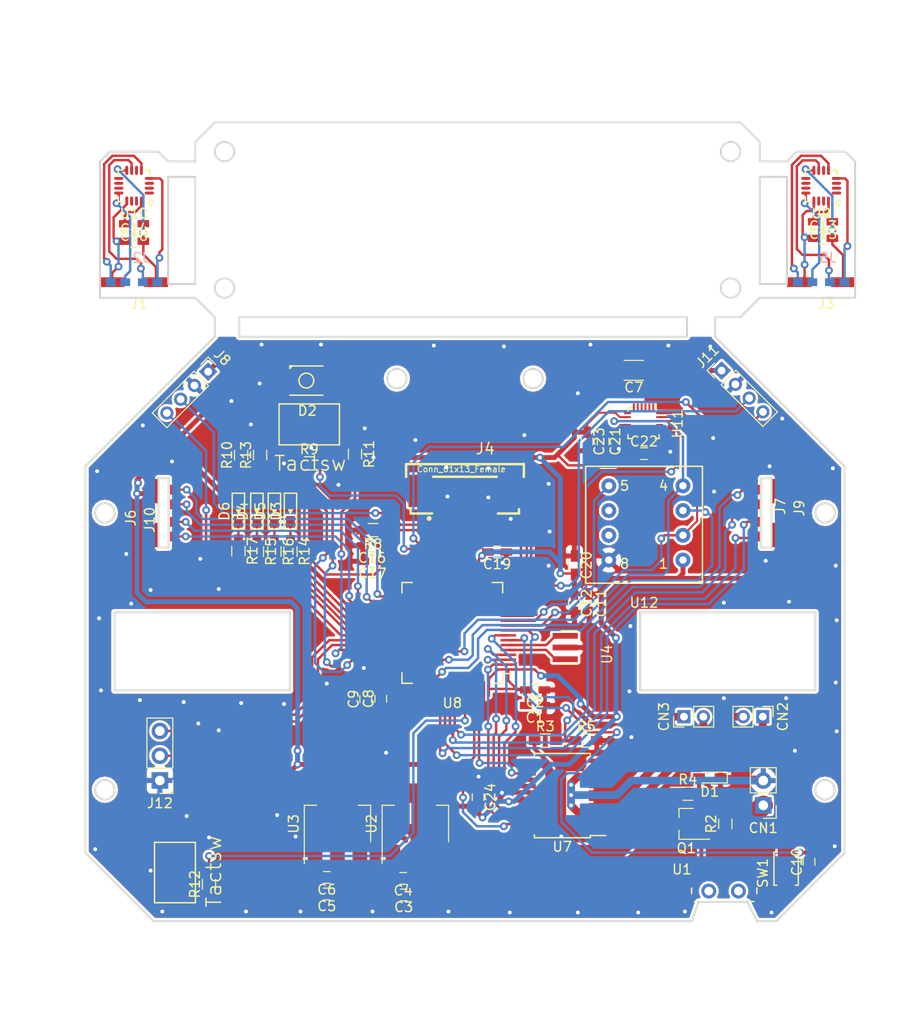
<source format=kicad_pcb>
(kicad_pcb (version 20171130) (host pcbnew "(5.0.0)")
  (layers (0 F.Cu signal) (31 B.Cu signal) (34 B.Paste user) (35 F.Paste user) (36 B.SilkS user) (37 F.SilkS user) (38 B.Mask user) (39 F.Mask user) (44 Edge.Cuts user))
  (net 0 "")
  (net 1 GND)
  (net 2 +3V3)
  (net 3 +12V)
  (net 4 +5V)
  (net 5 "Net-(C9-Pad2)")
  (net 6 "Net-(C10-Pad2)")
  (net 7 RIGHT_VDD)
  (net 8 LEFT_VDD)
  (net 9 "Net-(C15-Pad2)")
  (net 10 "Net-(C16-Pad1)")
  (net 11 "Net-(C18-Pad2)")
  (net 12 "Net-(C21-Pad1)")
  (net 13 "Net-(CN1-Pad1)")
  (net 14 AO1)
  (net 15 BO1)
  (net 16 "Net-(D1-Pad2)")
  (net 17 "Net-(D2-Pad1)")
  (net 18 "Net-(D2-Pad4)")
  (net 19 "Net-(D2-Pad3)")
  (net 20 "Net-(D3-Pad1)")
  (net 21 "Net-(D4-Pad1)")
  (net 22 "Net-(D5-Pad1)")
  (net 23 "Net-(D6-Pad1)")
  (net 24 LEFT_GND)
  (net 25 LEFT_CS)
  (net 26 LEFT_SCLK)
  (net 27 LEFT_MISO)
  (net 28 LEFT_MOSI)
  (net 29 RIGHT_GND)
  (net 30 AD0)
  (net 31 AD1)
  (net 32 AD2)
  (net 33 AD3)
  (net 34 AD5)
  (net 35 AD6)
  (net 36 AD4)
  (net 37 AD7)
  (net 38 AD8)
  (net 39 AD9)
  (net 40 RIGHT_MOSI)
  (net 41 RIGHT_MISO)
  (net 42 RIGHT_SCLK)
  (net 43 RIGHT_CS)
  (net 44 spi1_cs)
  (net 45 spi1_clk)
  (net 46 spi1_miso)
  (net 47 spi1_mosi)
  (net 48 ad11)
  (net 49 led_left)
  (net 50 spi2_mosi)
  (net 51 spi2_miso)
  (net 52 spi2_clk)
  (net 53 spi2_cs)
  (net 54 led_right)
  (net 55 ad12)
  (net 56 usart1_rx)
  (net 57 usart1_tx)
  (net 58 boot)
  (net 59 "Net-(Q1-Pad1)")
  (net 60 batt_analog)
  (net 61 "Net-(R8-Pad1)")
  (net 62 pushsw1)
  (net 63 fled_red)
  (net 64 fled_blue)
  (net 65 fled_green)
  (net 66 led1)
  (net 67 led3)
  (net 68 led2)
  (net 69 led4)
  (net 70 "Net-(U4-Pad1)")
  (net 71 "Net-(U4-Pad3)")
  (net 72 AO2)
  (net 73 BO2)
  (net 74 pwmb)
  (net 75 bin2)
  (net 76 bin1)
  (net 77 ain1)
  (net 78 ain2)
  (net 79 pwma)
  (net 80 "Net-(U8-Pad49)")
  (net 81 "Net-(U8-Pad50)")
  (net 82 "Net-(U9-Pad15)")
  (net 83 "Net-(U9-Pad14)")
  (net 84 "Net-(U9-Pad11)")
  (net 85 "Net-(U9-Pad10)")
  (net 86 "Net-(U9-Pad9)")
  (net 87 "Net-(U9-Pad6)")
  (net 88 "Net-(U9-Pad3)")
  (net 89 "Net-(U9-Pad2)")
  (net 90 "Net-(U9-Pad1)")
  (net 91 "Net-(U10-Pad1)")
  (net 92 "Net-(U10-Pad2)")
  (net 93 "Net-(U10-Pad3)")
  (net 94 "Net-(U10-Pad6)")
  (net 95 "Net-(U10-Pad9)")
  (net 96 "Net-(U10-Pad10)")
  (net 97 "Net-(U10-Pad11)")
  (net 98 "Net-(U10-Pad14)")
  (net 99 "Net-(U10-Pad15)")
  (net 100 "Net-(U11-Pad1)")
  (net 101 "Net-(U11-Pad2)")
  (net 102 "Net-(U11-Pad3)")
  (net 103 "Net-(U11-Pad4)")
  (net 104 "Net-(U11-Pad5)")
  (net 105 "Net-(U11-Pad6)")
  (net 106 "Net-(U11-Pad7)")
  (net 107 gyro_miso)
  (net 108 "Net-(U11-Pad12)")
  (net 109 "Net-(U11-Pad14)")
  (net 110 "Net-(U11-Pad15)")
  (net 111 "Net-(U11-Pad16)")
  (net 112 "Net-(U11-Pad17)")
  (net 113 "Net-(U11-Pad19)")
  (net 114 "Net-(U11-Pad21)")
  (net 115 mpu_cs)
  (net 116 gyro_clk)
  (net 117 gyro_mosi)
  (net 118 l3gd20_cs)
  (net 119 "Net-(U12-Pad6)")
  (net 120 "Net-(U12-Pad7)")
  (net 121 "Net-(U8-Pad58)")
  (module mylib:enckiban_robotore_pad2 (layer F.Cu) (at 74 67.9)
    (fp_text reference J1 (at 0.5 1.75) (layer F.SilkS))
    (fp_text value Conn_01x02_Female)
    (pad 2 smd rect (at 2.25 -0.5) (size 2.5 1) (layers F.Cu F.Paste F.Mask) (net 24 LEFT_GND))
    (pad 1 smd rect (at -2.25 -0.5) (size 2.5 1) (layers F.Cu F.Paste F.Mask) (net 8 LEFT_VDD))
  )
  (module mylib:L3GD20 (layer F.Cu) (at 132.4 86.3 180)
    (fp_text reference U12 (at 6 -14 180) (layer F.SilkS))
    (fp_text value L3GD20)
    (fp_text user 8 (at 8 -10 180) (layer F.SilkS))
    (fp_text user 5 (at 8 -2 180) (layer F.SilkS))
    (fp_text user 4 (at 4 -2 180) (layer F.SilkS))
    (fp_text user 1 (at 4 -10 180) (layer F.SilkS))
    (pad 1 thru_hole circle (at 2 -9.62 180) (size 1.524 1.524) (drill 0.762) (layers *.Cu *.Mask) (net 2 +3V3))
    (pad 2 thru_hole circle (at 2 -7.08 180) (size 1.524 1.524) (drill 0.762) (layers *.Cu *.Mask) (net 116 gyro_clk))
    (pad 3 thru_hole circle (at 2 -4.54 180) (size 1.524 1.524) (drill 0.762) (layers *.Cu *.Mask) (net 117 gyro_mosi))
    (pad 4 thru_hole circle (at 2 -2 180) (size 1.524 1.524) (drill 0.762) (layers *.Cu *.Mask) (net 107 gyro_miso))
    (pad 5 thru_hole circle (at 9.62 -2 180) (size 1.524 1.524) (drill 0.762) (layers *.Cu *.Mask) (net 118 l3gd20_cs))
    (pad 6 thru_hole circle (at 9.62 -4.54 180) (size 1.524 1.524) (drill 0.762) (layers *.Cu *.Mask) (net 119 "Net-(U12-Pad6)"))
    (pad 7 thru_hole circle (at 9.62 -7.08 180) (size 1.524 1.524) (drill 0.762) (layers *.Cu *.Mask) (net 120 "Net-(U12-Pad7)"))
    (pad 8 thru_hole circle (at 9.62 -9.62 180) (size 1.524 1.524) (drill 0.762) (layers *.Cu *.Mask) (net 1 GND))
  )
  (module mylib:LED_0603_HandSoldering_silk (layer F.Cu) (at 86.61793 90.902866 90)
    (fp_text reference D4 (at 0 -1.45 90) (layer F.SilkS))
    (fp_text value LED)
    (pad 1 smd rect (at -1.1 0 90) (size 1.2 0.9) (layers F.Cu F.Paste F.Mask) (net 21 "Net-(D4-Pad1)"))
    (pad 2 smd rect (at 1.1 0 90) (size 1.2 0.9) (layers F.Cu F.Paste F.Mask) (net 2 +3V3))
  )
  (module mylib:LED_0603_HandSoldering_silk (layer F.Cu) (at 90.06793 90.902866 90)
    (fp_text reference D3 (at 0 -1.45 90) (layer F.SilkS))
    (fp_text value LED)
    (pad 1 smd rect (at -1.1 0 90) (size 1.2 0.9) (layers F.Cu F.Paste F.Mask) (net 20 "Net-(D3-Pad1)"))
    (pad 2 smd rect (at 1.1 0 90) (size 1.2 0.9) (layers F.Cu F.Paste F.Mask) (net 2 +3V3))
  )
  (module mylib:LED_0603_HandSoldering_silk (layer F.Cu) (at 88.41793 90.902866 90)
    (fp_text reference D5 (at 0 -1.45 90) (layer F.SilkS))
    (fp_text value LED)
    (pad 2 smd rect (at 1.1 0 90) (size 1.2 0.9) (layers F.Cu F.Paste F.Mask) (net 2 +3V3))
    (pad 1 smd rect (at -1.1 0 90) (size 1.2 0.9) (layers F.Cu F.Paste F.Mask) (net 22 "Net-(D5-Pad1)"))
  )
  (module mylib:LED_0603_HandSoldering_silk (layer F.Cu) (at 84.71793 90.902866 90)
    (fp_text reference D6 (at 0 -1.45 90) (layer F.SilkS))
    (fp_text value LED)
    (pad 2 smd rect (at 1.1 0 90) (size 1.2 0.9) (layers F.Cu F.Paste F.Mask) (net 2 +3V3))
    (pad 1 smd rect (at -1.1 0 90) (size 1.2 0.9) (layers F.Cu F.Paste F.Mask) (net 23 "Net-(D6-Pad1)"))
  )
  (module Resistors_SMD:R_0603_HandSoldering (layer F.Cu) (at 90.06793 95.052866 270)
    (fp_text reference R14 (at 0 -1.45 270) (layer F.SilkS))
    (fp_text value 1k)
    (pad 1 smd rect (at -1.1 0 270) (size 1.2 0.9) (layers F.Cu F.Paste F.Mask) (net 20 "Net-(D3-Pad1)"))
    (pad 2 smd rect (at 1.1 0 270) (size 1.2 0.9) (layers F.Cu F.Paste F.Mask) (net 66 led1))
  )
  (module Resistors_SMD:R_0603_HandSoldering (layer F.Cu) (at 86.61793 95.052866 270)
    (fp_text reference R15 (at 0 -1.45 270) (layer F.SilkS))
    (fp_text value 1k)
    (pad 1 smd rect (at -1.1 0 270) (size 1.2 0.9) (layers F.Cu F.Paste F.Mask) (net 21 "Net-(D4-Pad1)"))
    (pad 2 smd rect (at 1.1 0 270) (size 1.2 0.9) (layers F.Cu F.Paste F.Mask) (net 67 led3))
  )
  (module Resistors_SMD:R_0603_HandSoldering (layer F.Cu) (at 88.41793 95.052866 270)
    (fp_text reference R16 (at 0 -1.45 270) (layer F.SilkS))
    (fp_text value 1k)
    (pad 2 smd rect (at 1.1 0 270) (size 1.2 0.9) (layers F.Cu F.Paste F.Mask) (net 68 led2))
    (pad 1 smd rect (at -1.1 0 270) (size 1.2 0.9) (layers F.Cu F.Paste F.Mask) (net 22 "Net-(D5-Pad1)"))
  )
  (module Resistors_SMD:R_0603_HandSoldering (layer F.Cu) (at 84.71793 95.002866 270)
    (fp_text reference R17 (at 0 -1.45 270) (layer F.SilkS))
    (fp_text value 1k)
    (pad 1 smd rect (at -1.1 0 270) (size 1.2 0.9) (layers F.Cu F.Paste F.Mask) (net 23 "Net-(D6-Pad1)"))
    (pad 2 smd rect (at 1.1 0 270) (size 1.2 0.9) (layers F.Cu F.Paste F.Mask) (net 69 led4))
  )
  (module Pin_Headers:Pin_Header_Straight_1x02_Pitch2.54mm (layer F.Cu) (at 138.65 121.1 180)
    (fp_text reference CN1 (at 0 -2.33 180) (layer F.SilkS))
    (fp_text value CONNECT)
    (pad 1 thru_hole rect (at 0 0 180) (size 1.7 1.7) (drill 1) (layers *.Cu *.Mask) (net 13 "Net-(CN1-Pad1)"))
    (pad 2 thru_hole oval (at 0 2.54 180) (size 1.7 1.7) (drill 1) (layers *.Cu *.Mask) (net 1 GND))
  )
  (module LEDs:LED_0603_HandSoldering (layer F.Cu) (at 133.15 118.25 180)
    (fp_text reference D1 (at 0 -1.45 180) (layer F.SilkS))
    (fp_text value LED)
    (pad 1 smd rect (at -1.1 0 180) (size 1.2 0.9) (layers F.Cu F.Paste F.Mask) (net 1 GND))
    (pad 2 smd rect (at 1.1 0 180) (size 1.2 0.9) (layers F.Cu F.Paste F.Mask) (net 16 "Net-(D1-Pad2)"))
  )
  (module mylib:FFC-SMD_13P-P0.50_X05B20U13T (layer F.Cu) (at 108 90 180)
    (fp_text reference J4 (at -1 5.5 180) (layer F.SilkS) (effects (font (size 1.143 1.143) (thickness 0.152)) (justify left)))
    (fp_text value Conn_01x13_Female (at 4.999 3.402 180) (layer F.SilkS) (effects (font (size 0.6 0.6) (thickness 0.1)) (justify left)))
    (pad 1 smd rect (at 3 -1.275 180) (size 0.3 1.5) (layers F.Cu F.Paste F.Mask) (net 2 +3V3))
    (pad 2 smd rect (at 2.5 -1.275 180) (size 0.3 1.5) (layers F.Cu F.Paste F.Mask) (net 1 GND))
    (pad 3 smd rect (at 2 -1.275 180) (size 0.3 1.5) (layers F.Cu F.Paste F.Mask) (net 1 GND))
    (pad 4 smd rect (at 1.5 -1.275 180) (size 0.3 1.5) (layers F.Cu F.Paste F.Mask) (net 30 AD0))
    (pad 5 smd rect (at 1 -1.275 180) (size 0.3 1.5) (layers F.Cu F.Paste F.Mask) (net 31 AD1))
    (pad 6 smd rect (at 0.5 -1.275 180) (size 0.3 1.5) (layers F.Cu F.Paste F.Mask) (net 32 AD2))
    (pad 14 smd rect (at -4.65 1.175 180) (size 2.3 3.3) (layers F.Cu F.Paste F.Mask))
    (pad 15 smd rect (at 4.65 1.175 180) (size 2.3 3.3) (layers F.Cu F.Paste F.Mask))
    (pad 7 smd rect (at 0 -1.275 180) (size 0.3 1.5) (layers F.Cu F.Paste F.Mask) (net 33 AD3))
    (pad 9 smd rect (at -1 -1.275 180) (size 0.3 1.5) (layers F.Cu F.Paste F.Mask) (net 34 AD5))
    (pad 10 smd rect (at -1.5 -1.275 180) (size 0.3 1.5) (layers F.Cu F.Paste F.Mask) (net 35 AD6))
    (pad 8 smd rect (at -0.5 -1.275 180) (size 0.3 1.5) (layers F.Cu F.Paste F.Mask) (net 36 AD4))
    (pad 11 smd rect (at -2 -1.275 180) (size 0.3 1.5) (layers F.Cu F.Paste F.Mask) (net 37 AD7))
    (pad 12 smd rect (at -2.5 -1.275 180) (size 0.3 1.5) (layers F.Cu F.Paste F.Mask) (net 38 AD8))
    (pad 13 smd rect (at -3 -1.275 180) (size 0.3 1.5) (layers F.Cu F.Paste F.Mask) (net 39 AD9))
  )
  (module Resistors_SMD:R_0603_HandSoldering (layer F.Cu) (at 134.75 123 90)
    (fp_text reference R2 (at 0 -1.45 90) (layer F.SilkS))
    (fp_text value 10k)
    (pad 1 smd rect (at -1.1 0 90) (size 1.2 0.9) (layers F.Cu F.Paste F.Mask) (net 59 "Net-(Q1-Pad1)"))
    (pad 2 smd rect (at 1.1 0 90) (size 1.2 0.9) (layers F.Cu F.Paste F.Mask) (net 13 "Net-(CN1-Pad1)"))
  )
  (module Resistors_SMD:R_0603_HandSoldering (layer F.Cu) (at 130.9 119.9)
    (fp_text reference R4 (at 0 -1.45) (layer F.SilkS))
    (fp_text value 3.3k)
    (pad 2 smd rect (at 1.1 0) (size 1.2 0.9) (layers F.Cu F.Paste F.Mask) (net 16 "Net-(D1-Pad2)"))
    (pad 1 smd rect (at -1.1 0) (size 1.2 0.9) (layers F.Cu F.Paste F.Mask) (net 3 +12V))
  )
  (module mylib:PCM12SMTR (layer F.Cu) (at 132.29 128.376)
    (fp_text reference U1 (at -2 -0.7) (layer F.SilkS))
    (fp_text value SW_SPST)
    (pad 1 smd rect (at 0 -0.1) (size 0.7 1.3) (layers F.Cu F.Paste F.Mask) (net 59 "Net-(Q1-Pad1)"))
    (pad 2 smd rect (at 3 -0.1) (size 0.7 1.3) (layers F.Cu F.Paste F.Mask) (net 1 GND))
    (pad 3 smd rect (at 4.5 -0.1) (size 0.7 1.3) (layers F.Cu F.Paste F.Mask))
    (pad 4 smd rect (at 6.2 0.6 90) (size 0.8 1.2) (layers F.Cu F.Paste F.Mask))
    (pad 4 smd rect (at -1.5 0.6 90) (size 0.8 1.2) (layers F.Cu F.Paste F.Mask))
    (pad 4 smd rect (at 6.2 2.4 90) (size 0.8 1.2) (layers F.Cu F.Paste F.Mask))
    (pad 4 smd rect (at -1.5 2.4 90) (size 0.8 1.2) (layers F.Cu F.Paste F.Mask))
    (pad "" thru_hole circle (at 3.81 1.524) (size 1.524 1.524) (drill 0.9) (layers *.Cu *.Mask))
    (pad "" thru_hole circle (at 0.762 1.524) (size 1.524 1.524) (drill 0.9) (layers *.Cu *.Mask))
  )
  (module TO_SOT_Packages_SMD:SOT-223 (layer F.Cu) (at 102.9 123 90)
    (fp_text reference U2 (at 0 -4.5 90) (layer F.SilkS))
    (fp_text value AZ1117-5.0)
    (pad 1 smd rect (at -3.15 -2.3 90) (size 2 1.5) (layers F.Cu F.Paste F.Mask) (net 1 GND))
    (pad 3 smd rect (at -3.15 2.3 90) (size 2 1.5) (layers F.Cu F.Paste F.Mask) (net 3 +12V))
    (pad 2 smd rect (at -3.15 0 90) (size 2 1.5) (layers F.Cu F.Paste F.Mask) (net 4 +5V))
    (pad 4 smd rect (at 3.15 0 90) (size 2 3.8) (layers F.Cu F.Paste F.Mask) (net 4 +5V))
  )
  (module TO_SOT_Packages_SMD:SOT-223 (layer F.Cu) (at 94.9 123 90)
    (fp_text reference U3 (at 0 -4.5 90) (layer F.SilkS))
    (fp_text value AZ1086H-3.3)
    (pad 4 smd rect (at 3.15 0 90) (size 2 3.8) (layers F.Cu F.Paste F.Mask) (net 2 +3V3))
    (pad 2 smd rect (at -3.15 0 90) (size 2 1.5) (layers F.Cu F.Paste F.Mask) (net 2 +3V3))
    (pad 3 smd rect (at -3.15 2.3 90) (size 2 1.5) (layers F.Cu F.Paste F.Mask) (net 4 +5V))
    (pad 1 smd rect (at -3.15 -2.3 90) (size 2 1.5) (layers F.Cu F.Paste F.Mask) (net 1 GND))
  )
  (module Housings_SSOP:SSOP-24_5.3x8.2mm_Pitch0.65mm (layer F.Cu) (at 118 120.1 180)
    (fp_text reference U7 (at 0 -5.25 180) (layer F.SilkS))
    (fp_text value tb6612)
    (pad 1 smd rect (at -3.6 -3.575 180) (size 1.75 0.45) (layers F.Cu F.Paste F.Mask) (net 14 AO1))
    (pad 2 smd rect (at -3.6 -2.925 180) (size 1.75 0.45) (layers F.Cu F.Paste F.Mask) (net 14 AO1))
    (pad 3 smd rect (at -3.6 -2.275 180) (size 1.75 0.45) (layers F.Cu F.Paste F.Mask) (net 1 GND))
    (pad 4 smd rect (at -3.6 -1.625 180) (size 1.75 0.45) (layers F.Cu F.Paste F.Mask) (net 1 GND))
    (pad 5 smd rect (at -3.6 -0.975 180) (size 1.75 0.45) (layers F.Cu F.Paste F.Mask) (net 72 AO2))
    (pad 6 smd rect (at -3.6 -0.325 180) (size 1.75 0.45) (layers F.Cu F.Paste F.Mask) (net 72 AO2))
    (pad 7 smd rect (at -3.6 0.325 180) (size 1.75 0.45) (layers F.Cu F.Paste F.Mask) (net 73 BO2))
    (pad 8 smd rect (at -3.6 0.975 180) (size 1.75 0.45) (layers F.Cu F.Paste F.Mask) (net 73 BO2))
    (pad 9 smd rect (at -3.6 1.625 180) (size 1.75 0.45) (layers F.Cu F.Paste F.Mask) (net 1 GND))
    (pad 10 smd rect (at -3.6 2.275 180) (size 1.75 0.45) (layers F.Cu F.Paste F.Mask) (net 1 GND))
    (pad 11 smd rect (at -3.6 2.925 180) (size 1.75 0.45) (layers F.Cu F.Paste F.Mask) (net 15 BO1))
    (pad 12 smd rect (at -3.6 3.575 180) (size 1.75 0.45) (layers F.Cu F.Paste F.Mask) (net 15 BO1))
    (pad 13 smd rect (at 3.6 3.575 180) (size 1.75 0.45) (layers F.Cu F.Paste F.Mask) (net 3 +12V))
    (pad 14 smd rect (at 3.6 2.925 180) (size 1.75 0.45) (layers F.Cu F.Paste F.Mask) (net 3 +12V))
    (pad 15 smd rect (at 3.6 2.275 180) (size 1.75 0.45) (layers F.Cu F.Paste F.Mask) (net 74 pwmb))
    (pad 16 smd rect (at 3.6 1.625 180) (size 1.75 0.45) (layers F.Cu F.Paste F.Mask) (net 75 bin2))
    (pad 17 smd rect (at 3.6 0.975 180) (size 1.75 0.45) (layers F.Cu F.Paste F.Mask) (net 76 bin1))
    (pad 18 smd rect (at 3.6 0.325 180) (size 1.75 0.45) (layers F.Cu F.Paste F.Mask) (net 1 GND))
    (pad 19 smd rect (at 3.6 -0.325 180) (size 1.75 0.45) (layers F.Cu F.Paste F.Mask) (net 2 +3V3))
    (pad 20 smd rect (at 3.6 -0.975 180) (size 1.75 0.45) (layers F.Cu F.Paste F.Mask) (net 2 +3V3))
    (pad 21 smd rect (at 3.6 -1.625 180) (size 1.75 0.45) (layers F.Cu F.Paste F.Mask) (net 77 ain1))
    (pad 22 smd rect (at 3.6 -2.275 180) (size 1.75 0.45) (layers F.Cu F.Paste F.Mask) (net 78 ain2))
    (pad 23 smd rect (at 3.6 -2.925 180) (size 1.75 0.45) (layers F.Cu F.Paste F.Mask) (net 79 pwma))
    (pad 24 smd rect (at 3.6 -3.575 180) (size 1.75 0.45) (layers F.Cu F.Paste F.Mask) (net 3 +12V))
  )
  (module mylib:LQFP-64_10x10mm_Pitch0.5mm (layer F.Cu) (at 106.7 103.4 180)
    (fp_text reference U8 (at 0 -7.2 180) (layer F.SilkS))
    (fp_text value STM32F405RGT)
    (pad 1 smd rect (at -5.75 -3.75 180) (size 1.6 0.25) (layers F.Cu F.Paste F.Mask) (net 2 +3V3))
    (pad 2 smd rect (at -5.75 -3.25 180) (size 1.6 0.25) (layers F.Cu F.Paste F.Mask) (net 78 ain2))
    (pad 3 smd rect (at -5.75 -2.75 180) (size 1.6 0.25) (layers F.Cu F.Paste F.Mask) (net 77 ain1))
    (pad 4 smd rect (at -5.75 -2.25 180) (size 1.6 0.25) (layers F.Cu F.Paste F.Mask) (net 76 bin1))
    (pad 5 smd rect (at -5.75 -1.75 180) (size 1.6 0.25) (layers F.Cu F.Paste F.Mask) (net 70 "Net-(U4-Pad1)"))
    (pad 6 smd rect (at -5.75 -1.25 180) (size 1.6 0.25) (layers F.Cu F.Paste F.Mask) (net 71 "Net-(U4-Pad3)"))
    (pad 7 smd rect (at -5.75 -0.75 180) (size 1.6 0.25) (layers F.Cu F.Paste F.Mask) (net 6 "Net-(C10-Pad2)"))
    (pad 8 smd rect (at -5.75 -0.25 180) (size 1.6 0.25) (layers F.Cu F.Paste F.Mask) (net 75 bin2))
    (pad 9 smd rect (at -5.75 0.25 180) (size 1.6 0.25) (layers F.Cu F.Paste F.Mask) (net 60 batt_analog))
    (pad 10 smd rect (at -5.75 0.75 180) (size 1.6 0.25) (layers F.Cu F.Paste F.Mask) (net 118 l3gd20_cs))
    (pad 11 smd rect (at -5.75 1.25 180) (size 1.6 0.25) (layers F.Cu F.Paste F.Mask) (net 115 mpu_cs))
    (pad 12 smd rect (at -5.75 1.75 180) (size 1.6 0.25) (layers F.Cu F.Paste F.Mask) (net 1 GND))
    (pad 13 smd rect (at -5.75 2.25 180) (size 1.6 0.25) (layers F.Cu F.Paste F.Mask) (net 2 +3V3))
    (pad 14 smd rect (at -5.75 2.75 180) (size 1.6 0.25) (layers F.Cu F.Paste F.Mask) (net 55 ad12))
    (pad 15 smd rect (at -5.75 3.25 180) (size 1.6 0.25) (layers F.Cu F.Paste F.Mask) (net 39 AD9))
    (pad 16 smd rect (at -5.75 3.75 180) (size 1.6 0.25) (layers F.Cu F.Paste F.Mask) (net 38 AD8))
    (pad 17 smd rect (at -3.75 5.75 270) (size 1.6 0.25) (layers F.Cu F.Paste F.Mask) (net 37 AD7))
    (pad 18 smd rect (at -3.25 5.75 270) (size 1.6 0.25) (layers F.Cu F.Paste F.Mask) (net 1 GND))
    (pad 19 smd rect (at -2.75 5.75 270) (size 1.6 0.25) (layers F.Cu F.Paste F.Mask) (net 2 +3V3))
    (pad 20 smd rect (at -2.25 5.75 270) (size 1.6 0.25) (layers F.Cu F.Paste F.Mask) (net 35 AD6))
    (pad 21 smd rect (at -1.75 5.75 270) (size 1.6 0.25) (layers F.Cu F.Paste F.Mask) (net 34 AD5))
    (pad 22 smd rect (at -1.25 5.75 270) (size 1.6 0.25) (layers F.Cu F.Paste F.Mask) (net 36 AD4))
    (pad 23 smd rect (at -0.75 5.75 270) (size 1.6 0.25) (layers F.Cu F.Paste F.Mask) (net 33 AD3))
    (pad 24 smd rect (at -0.25 5.75 270) (size 1.6 0.25) (layers F.Cu F.Paste F.Mask) (net 32 AD2))
    (pad 25 smd rect (at 0.25 5.75 270) (size 1.6 0.25) (layers F.Cu F.Paste F.Mask) (net 31 AD1))
    (pad 26 smd rect (at 0.75 5.75 270) (size 1.6 0.25) (layers F.Cu F.Paste F.Mask) (net 30 AD0))
    (pad 27 smd rect (at 1.25 5.75 270) (size 1.6 0.25) (layers F.Cu F.Paste F.Mask) (net 48 ad11))
    (pad 28 smd rect (at 1.75 5.75 270) (size 1.6 0.25) (layers F.Cu F.Paste F.Mask) (net 61 "Net-(R8-Pad1)"))
    (pad 29 smd rect (at 2.25 5.75 270) (size 1.6 0.25) (layers F.Cu F.Paste F.Mask) (net 54 led_right))
    (pad 30 smd rect (at 2.75 5.75 270) (size 1.6 0.25) (layers F.Cu F.Paste F.Mask) (net 62 pushsw1))
    (pad 31 smd rect (at 3.25 5.75 270) (size 1.6 0.25) (layers F.Cu F.Paste F.Mask) (net 10 "Net-(C16-Pad1)"))
    (pad 32 smd rect (at 3.75 5.75 270) (size 1.6 0.25) (layers F.Cu F.Paste F.Mask) (net 2 +3V3))
    (pad 33 smd rect (at 5.75 3.75 180) (size 1.6 0.25) (layers F.Cu F.Paste F.Mask) (net 53 spi2_cs))
    (pad 34 smd rect (at 5.75 3.25 180) (size 1.6 0.25) (layers F.Cu F.Paste F.Mask) (net 52 spi2_clk))
    (pad 35 smd rect (at 5.75 2.75 180) (size 1.6 0.25) (layers F.Cu F.Paste F.Mask) (net 51 spi2_miso))
    (pad 36 smd rect (at 5.75 2.25 180) (size 1.6 0.25) (layers F.Cu F.Paste F.Mask) (net 50 spi2_mosi))
    (pad 37 smd rect (at 5.75 1.75 180) (size 1.6 0.25) (layers F.Cu F.Paste F.Mask) (net 66 led1))
    (pad 38 smd rect (at 5.75 1.25 180) (size 1.6 0.25) (layers F.Cu F.Paste F.Mask) (net 68 led2))
    (pad 39 smd rect (at 5.75 0.75 180) (size 1.6 0.25) (layers F.Cu F.Paste F.Mask) (net 67 led3))
    (pad 40 smd rect (at 5.75 0.25 180) (size 1.6 0.25) (layers F.Cu F.Paste F.Mask) (net 69 led4))
    (pad 41 smd rect (at 5.75 -0.25 180) (size 1.6 0.25) (layers F.Cu F.Paste F.Mask) (net 49 led_left))
    (pad 42 smd rect (at 5.75 -0.75 180) (size 1.6 0.25) (layers F.Cu F.Paste F.Mask) (net 57 usart1_tx))
    (pad 43 smd rect (at 5.75 -1.25 180) (size 1.6 0.25) (layers F.Cu F.Paste F.Mask) (net 56 usart1_rx))
    (pad 44 smd rect (at 5.75 -1.75 180) (size 1.6 0.25) (layers F.Cu F.Paste F.Mask) (net 64 fled_blue))
    (pad 45 smd rect (at 5.75 -2.25 180) (size 1.6 0.25) (layers F.Cu F.Paste F.Mask) (net 65 fled_green))
    (pad 46 smd rect (at 5.75 -2.75 180) (size 1.6 0.25) (layers F.Cu F.Paste F.Mask) (net 63 fled_red))
    (pad 47 smd rect (at 5.75 -3.25 180) (size 1.6 0.25) (layers F.Cu F.Paste F.Mask) (net 5 "Net-(C9-Pad2)"))
    (pad 48 smd rect (at 5.75 -3.75 180) (size 1.6 0.25) (layers F.Cu F.Paste F.Mask) (net 2 +3V3))
    (pad 49 smd rect (at 3.75 -5.75 270) (size 1.6 0.25) (layers F.Cu F.Paste F.Mask) (net 80 "Net-(U8-Pad49)"))
    (pad 50 smd rect (at 3.25 -5.75 270) (size 1.6 0.25) (layers F.Cu F.Paste F.Mask) (net 81 "Net-(U8-Pad50)"))
    (pad 51 smd rect (at 2.75 -5.75 270) (size 1.6 0.25) (layers F.Cu F.Paste F.Mask) (net 116 gyro_clk))
    (pad 52 smd rect (at 2.25 -5.75 270) (size 1.6 0.25) (layers F.Cu F.Paste F.Mask) (net 107 gyro_miso))
    (pad 53 smd rect (at 1.75 -5.75 270) (size 1.6 0.25) (layers F.Cu F.Paste F.Mask) (net 117 gyro_mosi))
    (pad 54 smd rect (at 1.25 -5.75 270) (size 1.6 0.25) (layers F.Cu F.Paste F.Mask) (net 44 spi1_cs))
    (pad 55 smd rect (at 0.75 -5.75 270) (size 1.6 0.25) (layers F.Cu F.Paste F.Mask) (net 45 spi1_clk))
    (pad 56 smd rect (at 0.25 -5.75 270) (size 1.6 0.25) (layers F.Cu F.Paste F.Mask) (net 46 spi1_miso))
    (pad 57 smd rect (at -0.25 -5.75 270) (size 1.6 0.25) (layers F.Cu F.Paste F.Mask) (net 47 spi1_mosi))
    (pad 58 smd rect (at -0.75 -5.75 270) (size 1.6 0.25) (layers F.Cu F.Paste F.Mask) (net 121 "Net-(U8-Pad58)"))
    (pad 59 smd rect (at -1.25 -5.75 270) (size 1.6 0.25) (layers F.Cu F.Paste F.Mask) (net 58 boot))
    (pad 60 smd rect (at -1.75 -5.75 270) (size 1.6 0.25) (layers F.Cu F.Paste F.Mask) (net 58 boot))
    (pad 61 smd rect (at -2.25 -5.75 270) (size 1.6 0.25) (layers F.Cu F.Paste F.Mask) (net 79 pwma))
    (pad 62 smd rect (at -2.75 -5.75 270) (size 1.6 0.25) (layers F.Cu F.Paste F.Mask) (net 74 pwmb))
    (pad 63 smd rect (at -3.25 -5.75 270) (size 1.6 0.25) (layers F.Cu F.Paste F.Mask) (net 1 GND))
    (pad 64 smd rect (at -3.75 -5.75 270) (size 1.6 0.25) (layers F.Cu F.Paste F.Mask) (net 2 +3V3))
  )
  (module TO_SOT_Packages_SMD:SOT-23_Handsoldering (layer F.Cu) (at 130.75 123 180)
    (fp_text reference Q1 (at 0 -2.5 180) (layer F.SilkS))
    (fp_text value SI2323DDS)
    (pad 1 smd rect (at -1.5 -0.95 180) (size 1.9 0.8) (layers F.Cu F.Paste F.Mask) (net 59 "Net-(Q1-Pad1)"))
    (pad 2 smd rect (at -1.5 0.95 180) (size 1.9 0.8) (layers F.Cu F.Paste F.Mask) (net 13 "Net-(CN1-Pad1)"))
    (pad 3 smd rect (at 1.5 0 180) (size 1.9 0.8) (layers F.Cu F.Paste F.Mask) (net 3 +12V))
  )
  (module Capacitors_SMD:C_0603_HandSoldering (layer F.Cu) (at 115.20398 110.856809 180)
    (fp_text reference C1 (at 0 -1.25 180) (layer F.SilkS))
    (fp_text value 10u)
    (pad 2 smd rect (at 0.95 0 180) (size 1.2 0.75) (layers F.Cu F.Paste F.Mask) (net 2 +3V3))
    (pad 1 smd rect (at -0.95 0 180) (size 1.2 0.75) (layers F.Cu F.Paste F.Mask) (net 1 GND))
  )
  (module Capacitors_SMD:C_0603_HandSoldering (layer F.Cu) (at 115.20398 109.256809 180)
    (fp_text reference C2 (at 0 -1.25 180) (layer F.SilkS))
    (fp_text value 0.1u)
    (pad 2 smd rect (at 0.95 0 180) (size 1.2 0.75) (layers F.Cu F.Paste F.Mask) (net 2 +3V3))
    (pad 1 smd rect (at -0.95 0 180) (size 1.2 0.75) (layers F.Cu F.Paste F.Mask) (net 1 GND))
  )
  (module Capacitors_SMD:C_0603_HandSoldering (layer F.Cu) (at 101.7 130.3 180)
    (fp_text reference C3 (at 0 -1.25 180) (layer F.SilkS))
    (fp_text value 10u)
    (pad 2 smd rect (at 0.95 0 180) (size 1.2 0.75) (layers F.Cu F.Paste F.Mask) (net 1 GND))
    (pad 1 smd rect (at -0.95 0 180) (size 1.2 0.75) (layers F.Cu F.Paste F.Mask) (net 3 +12V))
  )
  (module Capacitors_SMD:C_0603_HandSoldering (layer F.Cu) (at 101.65 128.6 180)
    (fp_text reference C4 (at 0 -1.25 180) (layer F.SilkS))
    (fp_text value 22u)
    (pad 1 smd rect (at -0.95 0 180) (size 1.2 0.75) (layers F.Cu F.Paste F.Mask) (net 4 +5V))
    (pad 2 smd rect (at 0.95 0 180) (size 1.2 0.75) (layers F.Cu F.Paste F.Mask) (net 1 GND))
  )
  (module Capacitors_SMD:C_0603_HandSoldering (layer F.Cu) (at 93.8 130.2 180)
    (fp_text reference C5 (at 0 -1.25 180) (layer F.SilkS))
    (fp_text value 10u)
    (pad 1 smd rect (at -0.95 0 180) (size 1.2 0.75) (layers F.Cu F.Paste F.Mask) (net 4 +5V))
    (pad 2 smd rect (at 0.95 0 180) (size 1.2 0.75) (layers F.Cu F.Paste F.Mask) (net 1 GND))
  )
  (module Capacitors_SMD:C_0603_HandSoldering (layer F.Cu) (at 93.8 128.5 180)
    (fp_text reference C6 (at 0 -1.25 180) (layer F.SilkS))
    (fp_text value 22u)
    (pad 2 smd rect (at 0.95 0 180) (size 1.2 0.75) (layers F.Cu F.Paste F.Mask) (net 1 GND))
    (pad 1 smd rect (at -0.95 0 180) (size 1.2 0.75) (layers F.Cu F.Paste F.Mask) (net 2 +3V3))
  )
  (module Capacitors_SMD:C_1206_HandSoldering (layer F.Cu) (at 125.35 76.45 180)
    (fp_text reference C7 (at 0 -1.75 180) (layer F.SilkS))
    (fp_text value 100u)
    (pad 1 smd rect (at -2 0 180) (size 2 1.6) (layers F.Cu F.Paste F.Mask) (net 2 +3V3))
    (pad 2 smd rect (at 2 0 180) (size 2 1.6) (layers F.Cu F.Paste F.Mask) (net 1 GND))
  )
  (module Capacitors_SMD:C_0603_HandSoldering (layer F.Cu) (at 99.35 110.15 90)
    (fp_text reference C8 (at 0 -1.25 90) (layer F.SilkS))
    (fp_text value 0.1u)
    (pad 1 smd rect (at -0.95 0 90) (size 1.2 0.75) (layers F.Cu F.Paste F.Mask) (net 1 GND))
    (pad 2 smd rect (at 0.95 0 90) (size 1.2 0.75) (layers F.Cu F.Paste F.Mask) (net 2 +3V3))
  )
  (module Capacitors_SMD:C_0603_HandSoldering (layer F.Cu) (at 97.8 110.2 90)
    (fp_text reference C9 (at 0 -1.25 90) (layer F.SilkS))
    (fp_text value 2.2u)
    (pad 1 smd rect (at -0.95 0 90) (size 1.2 0.75) (layers F.Cu F.Paste F.Mask) (net 1 GND))
    (pad 2 smd rect (at 0.95 0 90) (size 1.2 0.75) (layers F.Cu F.Paste F.Mask) (net 5 "Net-(C9-Pad2)"))
  )
  (module Capacitors_SMD:C_0603_HandSoldering (layer F.Cu) (at 143.35 126.9 90)
    (fp_text reference C10 (at 0 -1.25 90) (layer F.SilkS))
    (fp_text value 0.1u)
    (pad 2 smd rect (at 0.95 0 90) (size 1.2 0.75) (layers F.Cu F.Paste F.Mask) (net 6 "Net-(C10-Pad2)"))
    (pad 1 smd rect (at -0.95 0 90) (size 1.2 0.75) (layers F.Cu F.Paste F.Mask) (net 1 GND))
  )
  (module Capacitors_SMD:C_0603_HandSoldering (layer F.Cu) (at 120.75 100.35 270)
    (fp_text reference C11 (at 0 -1.25 270) (layer F.SilkS))
    (fp_text value 1u)
    (pad 2 smd rect (at 0.95 0 270) (size 1.2 0.75) (layers F.Cu F.Paste F.Mask) (net 1 GND))
    (pad 1 smd rect (at -0.95 0 270) (size 1.2 0.75) (layers F.Cu F.Paste F.Mask) (net 2 +3V3))
  )
  (module Capacitors_SMD:C_0603_HandSoldering (layer F.Cu) (at 119.25 100.35 270)
    (fp_text reference C12 (at 0 -1.25 270) (layer F.SilkS))
    (fp_text value 0.1u)
    (pad 1 smd rect (at -0.95 0 270) (size 1.2 0.75) (layers F.Cu F.Paste F.Mask) (net 2 +3V3))
    (pad 2 smd rect (at 0.95 0 270) (size 1.2 0.75) (layers F.Cu F.Paste F.Mask) (net 1 GND))
  )
  (module Capacitors_SMD:C_0603_HandSoldering (layer F.Cu) (at 144.8 62.9)
    (fp_text reference C13 (at 0 -1.25) (layer F.SilkS))
    (fp_text value 100n)
    (pad 1 smd rect (at -0.95 0) (size 1.2 0.75) (layers F.Cu F.Paste F.Mask) (net 7 RIGHT_VDD))
    (pad 2 smd rect (at 0.95 0) (size 1.2 0.75) (layers F.Cu F.Paste F.Mask) (net 29 RIGHT_GND))
  )
  (module Capacitors_SMD:C_0603_HandSoldering (layer F.Cu) (at 74 63.2)
    (fp_text reference C14 (at 0 -1.25) (layer F.SilkS))
    (fp_text value 100n)
    (pad 1 smd rect (at -0.95 0) (size 1.2 0.75) (layers F.Cu F.Paste F.Mask) (net 8 LEFT_VDD))
    (pad 2 smd rect (at 0.95 0) (size 1.2 0.75) (layers F.Cu F.Paste F.Mask) (net 24 LEFT_GND))
  )
  (module Capacitors_SMD:C_0603_HandSoldering (layer F.Cu) (at 144.8 61.2 180)
    (fp_text reference C15 (at 0 -1.25 180) (layer F.SilkS))
    (fp_text value 10u)
    (pad 2 smd rect (at 0.95 0 180) (size 1.2 0.75) (layers F.Cu F.Paste F.Mask) (net 9 "Net-(C15-Pad2)"))
    (pad 1 smd rect (at -0.95 0 180) (size 1.2 0.75) (layers F.Cu F.Paste F.Mask) (net 29 RIGHT_GND))
  )
  (module Capacitors_SMD:C_0603_HandSoldering (layer F.Cu) (at 98.45 94.45 180)
    (fp_text reference C16 (at 0 -1.25 180) (layer F.SilkS))
    (fp_text value 2.2uf)
    (pad 1 smd rect (at -0.95 0 180) (size 1.2 0.75) (layers F.Cu F.Paste F.Mask) (net 10 "Net-(C16-Pad1)"))
    (pad 2 smd rect (at 0.95 0 180) (size 1.2 0.75) (layers F.Cu F.Paste F.Mask) (net 1 GND))
  )
  (module Capacitors_SMD:C_0603_HandSoldering (layer F.Cu) (at 98.5 96.05 180)
    (fp_text reference C17 (at 0 -1.25 180) (layer F.SilkS))
    (fp_text value 0.1u)
    (pad 1 smd rect (at -0.95 0 180) (size 1.2 0.75) (layers F.Cu F.Paste F.Mask) (net 2 +3V3))
    (pad 2 smd rect (at 0.95 0 180) (size 1.2 0.75) (layers F.Cu F.Paste F.Mask) (net 1 GND))
  )
  (module Capacitors_SMD:C_0603_HandSoldering (layer F.Cu) (at 74 61.4 180)
    (fp_text reference C18 (at 0 -1.25 180) (layer F.SilkS))
    (fp_text value 10u)
    (pad 2 smd rect (at 0.95 0 180) (size 1.2 0.75) (layers F.Cu F.Paste F.Mask) (net 11 "Net-(C18-Pad2)"))
    (pad 1 smd rect (at -0.95 0 180) (size 1.2 0.75) (layers F.Cu F.Paste F.Mask) (net 24 LEFT_GND))
  )
  (module Capacitors_SMD:C_0603_HandSoldering (layer F.Cu) (at 111.3 95.1 180)
    (fp_text reference C19 (at 0 -1.25 180) (layer F.SilkS))
    (fp_text value 0.1u)
    (pad 2 smd rect (at 0.95 0 180) (size 1.2 0.75) (layers F.Cu F.Paste F.Mask) (net 2 +3V3))
    (pad 1 smd rect (at -0.95 0 180) (size 1.2 0.75) (layers F.Cu F.Paste F.Mask) (net 1 GND))
  )
  (module Capacitors_SMD:C_0603_HandSoldering (layer F.Cu) (at 119.25 96.45 270)
    (fp_text reference C20 (at 0 -1.25 270) (layer F.SilkS))
    (fp_text value 0.1u)
    (pad 2 smd rect (at 0.95 0 270) (size 1.2 0.75) (layers F.Cu F.Paste F.Mask) (net 2 +3V3))
    (pad 1 smd rect (at -0.95 0 270) (size 1.2 0.75) (layers F.Cu F.Paste F.Mask) (net 1 GND))
  )
  (module Capacitors_SMD:C_0603_HandSoldering (layer F.Cu) (at 122.2 83.75 270)
    (fp_text reference C21 (at 0 -1.25 270) (layer F.SilkS))
    (fp_text value 0.1u)
    (pad 1 smd rect (at -0.95 0 270) (size 1.2 0.75) (layers F.Cu F.Paste F.Mask) (net 12 "Net-(C21-Pad1)"))
    (pad 2 smd rect (at 0.95 0 270) (size 1.2 0.75) (layers F.Cu F.Paste F.Mask) (net 1 GND))
  )
  (module Capacitors_SMD:C_0603_HandSoldering (layer F.Cu) (at 126.4 85)
    (fp_text reference C22 (at 0 -1.25) (layer F.SilkS))
    (fp_text value 0.1u)
    (pad 1 smd rect (at -0.95 0) (size 1.2 0.75) (layers F.Cu F.Paste F.Mask) (net 2 +3V3))
    (pad 2 smd rect (at 0.95 0) (size 1.2 0.75) (layers F.Cu F.Paste F.Mask) (net 1 GND))
  )
  (module Capacitors_SMD:C_0603_HandSoldering (layer F.Cu) (at 120.55 83.75 270)
    (fp_text reference C23 (at 0 -1.25 270) (layer F.SilkS))
    (fp_text value 0.1u)
    (pad 2 smd rect (at 0.95 0 270) (size 1.2 0.75) (layers F.Cu F.Paste F.Mask) (net 1 GND))
    (pad 1 smd rect (at -0.95 0 270) (size 1.2 0.75) (layers F.Cu F.Paste F.Mask) (net 2 +3V3))
  )
  (module Pin_Headers:Pin_Header_Straight_1x02_Pitch2.00mm (layer F.Cu) (at 138.6 112 270)
    (fp_text reference CN2 (at 0 -2.06 270) (layer F.SilkS))
    (fp_text value CONNECT)
    (pad 2 thru_hole oval (at 0 2 270) (size 1.35 1.35) (drill 0.8) (layers *.Cu *.Mask) (net 72 AO2))
    (pad 1 thru_hole rect (at 0 0 270) (size 1.35 1.35) (drill 0.8) (layers *.Cu *.Mask) (net 14 AO1))
  )
  (module Pin_Headers:Pin_Header_Straight_1x02_Pitch2.00mm (layer F.Cu) (at 130.5 112 90)
    (fp_text reference CN3 (at 0 -2.06 90) (layer F.SilkS))
    (fp_text value CONNECT)
    (pad 1 thru_hole rect (at 0 0 90) (size 1.35 1.35) (drill 0.8) (layers *.Cu *.Mask) (net 15 BO1))
    (pad 2 thru_hole oval (at 0 2 90) (size 1.35 1.35) (drill 0.8) (layers *.Cu *.Mask) (net 73 BO2))
  )
  (module mylib:LATBT66B (layer F.Cu) (at 90 76 270)
    (fp_text reference D2 (at 4.6 -1.8 180) (layer F.SilkS))
    (fp_text value LATBT66B)
    (pad 1 smd rect (at 0.75 0.55 270) (size 0.9 1.3) (layers F.Cu F.Paste F.Mask) (net 17 "Net-(D2-Pad1)"))
    (pad 4 smd rect (at 2.2 0.55 270) (size 0.9 1.3) (layers F.Cu F.Paste F.Mask) (net 18 "Net-(D2-Pad4)"))
    (pad 2 smd rect (at 0.8 -3.9 270) (size 0.9 1.3) (layers F.Cu F.Paste F.Mask) (net 2 +3V3))
    (pad 3 smd rect (at 2.2 -3.9 270) (size 0.9 1.3) (layers F.Cu F.Paste F.Mask) (net 19 "Net-(D2-Pad3)"))
  )
  (module mylib:enckiban_pad4 (layer B.Cu) (at 70 67)
    (fp_text reference J2 (at 4.7 -2.1) (layer B.SilkS) (effects (justify mirror)))
    (fp_text value Conn_01x04_Female)
    (pad 4 smd rect (at 6.4 0.4 270) (size 0.8 1) (layers B.Cu B.Paste B.Mask) (net 28 LEFT_MOSI))
    (pad 3 smd rect (at 4.9 0.4 270) (size 0.8 1) (layers B.Cu B.Paste B.Mask) (net 27 LEFT_MISO))
    (pad 2 smd rect (at 3.1 0.4 270) (size 0.8 1) (layers B.Cu B.Paste B.Mask) (net 26 LEFT_SCLK))
    (pad 1 smd rect (at 1.6 0.4 270) (size 0.8 1) (layers B.Cu B.Paste B.Mask) (net 25 LEFT_CS))
  )
  (module mylib:enckiban_robotore_pad2 (layer F.Cu) (at 144.6 67.9)
    (fp_text reference J3 (at 0.5 1.75) (layer F.SilkS))
    (fp_text value Conn_01x02_Female)
    (pad 2 smd rect (at 2.25 -0.5) (size 2.5 1) (layers F.Cu F.Paste F.Mask) (net 29 RIGHT_GND))
    (pad 1 smd rect (at -2.25 -0.5) (size 2.5 1) (layers F.Cu F.Paste F.Mask) (net 7 RIGHT_VDD))
  )
  (module mylib:enckiban_pad4 (layer B.Cu) (at 140.6 67)
    (fp_text reference J5 (at 4.7 -2.1) (layer B.SilkS) (effects (justify mirror)))
    (fp_text value Conn_01x04_Female)
    (pad 1 smd rect (at 1.6 0.4 270) (size 0.8 1) (layers B.Cu B.Paste B.Mask) (net 43 RIGHT_CS))
    (pad 2 smd rect (at 3.1 0.4 270) (size 0.8 1) (layers B.Cu B.Paste B.Mask) (net 42 RIGHT_SCLK))
    (pad 3 smd rect (at 4.9 0.4 270) (size 0.8 1) (layers B.Cu B.Paste B.Mask) (net 41 RIGHT_MISO))
    (pad 4 smd rect (at 6.4 0.4 270) (size 0.8 1) (layers B.Cu B.Paste B.Mask) (net 40 RIGHT_MOSI))
  )
  (module mylib:enckiban_robotore_pad2 (layer F.Cu) (at 75.4 91.1 270)
    (fp_text reference J6 (at 0.5 1.75 270) (layer F.SilkS))
    (fp_text value Conn_01x02_Female)
    (pad 1 smd rect (at -2.25 -0.5 270) (size 2.5 1) (layers F.Cu F.Paste F.Mask) (net 2 +3V3))
    (pad 2 smd rect (at 2.25 -0.5 270) (size 2.5 1) (layers F.Cu F.Paste F.Mask) (net 1 GND))
  )
  (module mylib:enckiban_pad4 (layer F.Cu) (at 138.3 95.1 90)
    (fp_text reference J7 (at 4.7 2.1 90) (layer F.SilkS))
    (fp_text value Conn_01x04_Female)
    (pad 4 smd rect (at 6.4 -0.4 180) (size 0.8 1) (layers F.Cu F.Paste F.Mask) (net 47 spi1_mosi))
    (pad 3 smd rect (at 4.9 -0.4 180) (size 0.8 1) (layers F.Cu F.Paste F.Mask) (net 46 spi1_miso))
    (pad 2 smd rect (at 3.1 -0.4 180) (size 0.8 1) (layers F.Cu F.Paste F.Mask) (net 45 spi1_clk))
    (pad 1 smd rect (at 1.6 -0.4 180) (size 0.8 1) (layers F.Cu F.Paste F.Mask) (net 44 spi1_cs))
  )
  (module Pin_Headers:Pin_Header_Straight_1x04_Pitch2.00mm (layer F.Cu) (at 81.614214 76.585786 315)
    (fp_text reference J8 (at 0 -2.06 315) (layer F.SilkS))
    (fp_text value Conn_01x04_Female)
    (pad 4 thru_hole oval (at 0 6 315) (size 1.35 1.35) (drill 0.8) (layers *.Cu *.Mask) (net 49 led_left))
    (pad 3 thru_hole oval (at 0 4 315) (size 1.35 1.35) (drill 0.8) (layers *.Cu *.Mask) (net 48 ad11))
    (pad 2 thru_hole oval (at 0 2.000001 315) (size 1.35 1.35) (drill 0.8) (layers *.Cu *.Mask) (net 1 GND))
    (pad 1 thru_hole rect (at 0 0 315) (size 1.35 1.35) (drill 0.8) (layers *.Cu *.Mask) (net 2 +3V3))
  )
  (module mylib:enckiban_robotore_pad2 (layer F.Cu) (at 140.6 91.1 90)
    (fp_text reference J9 (at 0.5 1.75 90) (layer F.SilkS))
    (fp_text value Conn_01x02_Female)
    (pad 1 smd rect (at -2.25 -0.5 90) (size 2.5 1) (layers F.Cu F.Paste F.Mask) (net 2 +3V3))
    (pad 2 smd rect (at 2.25 -0.5 90) (size 2.5 1) (layers F.Cu F.Paste F.Mask) (net 1 GND))
  )
  (module mylib:enckiban_pad4 (layer F.Cu) (at 77.7 87.1 270)
    (fp_text reference J10 (at 4.7 2.1 270) (layer F.SilkS))
    (fp_text value Conn_01x04_Female)
    (pad 1 smd rect (at 1.6 -0.4) (size 0.8 1) (layers F.Cu F.Paste F.Mask) (net 53 spi2_cs))
    (pad 2 smd rect (at 3.1 -0.4) (size 0.8 1) (layers F.Cu F.Paste F.Mask) (net 52 spi2_clk))
    (pad 3 smd rect (at 4.9 -0.4) (size 0.8 1) (layers F.Cu F.Paste F.Mask) (net 51 spi2_miso))
    (pad 4 smd rect (at 6.4 -0.4) (size 0.8 1) (layers F.Cu F.Paste F.Mask) (net 50 spi2_mosi))
  )
  (module Pin_Headers:Pin_Header_Straight_1x04_Pitch2.00mm (layer F.Cu) (at 134.371573 76.471573 45)
    (fp_text reference J11 (at 0 -2.06 45) (layer F.SilkS))
    (fp_text value Conn_01x04_Female)
    (pad 1 thru_hole rect (at 0 0 45) (size 1.35 1.35) (drill 0.8) (layers *.Cu *.Mask) (net 2 +3V3))
    (pad 2 thru_hole oval (at 0 2.000001 45) (size 1.35 1.35) (drill 0.8) (layers *.Cu *.Mask) (net 1 GND))
    (pad 3 thru_hole oval (at 0 4 45) (size 1.35 1.35) (drill 0.8) (layers *.Cu *.Mask) (net 55 ad12))
    (pad 4 thru_hole oval (at 0 6 45) (size 1.35 1.35) (drill 0.8) (layers *.Cu *.Mask) (net 54 led_right))
  )
  (module Pin_Headers:Pin_Header_Straight_1x03_Pitch2.54mm (layer F.Cu) (at 76.65 118.55 180)
    (fp_text reference J12 (at 0 -2.33 180) (layer F.SilkS))
    (fp_text value Conn_01x03_Female)
    (pad 1 thru_hole rect (at 0 0 180) (size 1.7 1.7) (drill 1) (layers *.Cu *.Mask) (net 1 GND))
    (pad 2 thru_hole oval (at 0 2.54 180) (size 1.7 1.7) (drill 1) (layers *.Cu *.Mask) (net 56 usart1_rx))
    (pad 3 thru_hole oval (at 0 5.08 180) (size 1.7 1.7) (drill 1) (layers *.Cu *.Mask) (net 57 usart1_tx))
  )
  (module Resistors_SMD:R_0603_HandSoldering (layer F.Cu) (at 116.25 114.45)
    (fp_text reference R3 (at 0 -1.45) (layer F.SilkS))
    (fp_text value 10k)
    (pad 2 smd rect (at 1.1 0) (size 1.2 0.9) (layers F.Cu F.Paste F.Mask) (net 60 batt_analog))
    (pad 1 smd rect (at -1.1 0) (size 1.2 0.9) (layers F.Cu F.Paste F.Mask) (net 3 +12V))
  )
  (module Resistors_SMD:R_0603_HandSoldering (layer F.Cu) (at 120.45 114.45)
    (fp_text reference R5 (at 0 -1.45) (layer F.SilkS))
    (fp_text value 3.3k)
    (pad 1 smd rect (at -1.1 0) (size 1.2 0.9) (layers F.Cu F.Paste F.Mask) (net 60 batt_analog))
    (pad 2 smd rect (at 1.1 0) (size 1.2 0.9) (layers F.Cu F.Paste F.Mask) (net 1 GND))
  )
  (module Resistors_SMD:R_0603_HandSoldering (layer F.Cu) (at 98.55 92.85 180)
    (fp_text reference R8 (at 0 -1.45 180) (layer F.SilkS))
    (fp_text value 10k)
    (pad 2 smd rect (at 1.1 0 180) (size 1.2 0.9) (layers F.Cu F.Paste F.Mask) (net 1 GND))
    (pad 1 smd rect (at -1.1 0 180) (size 1.2 0.9) (layers F.Cu F.Paste F.Mask) (net 61 "Net-(R8-Pad1)"))
  )
  (module Resistors_SMD:R_0603_HandSoldering (layer F.Cu) (at 92 86)
    (fp_text reference R9 (at 0 -1.45) (layer F.SilkS))
    (fp_text value 10k)
    (pad 2 smd rect (at 1.1 0) (size 1.2 0.9) (layers F.Cu F.Paste F.Mask) (net 62 pushsw1))
    (pad 1 smd rect (at -1.1 0) (size 1.2 0.9) (layers F.Cu F.Paste F.Mask) (net 1 GND))
  )
  (module Resistors_SMD:R_0603_HandSoldering (layer F.Cu) (at 85 85.150001 90)
    (fp_text reference R10 (at 0 -1.45 90) (layer F.SilkS))
    (fp_text value 1k)
    (pad 1 smd rect (at -1.1 0 90) (size 1.2 0.9) (layers F.Cu F.Paste F.Mask) (net 63 fled_red))
    (pad 2 smd rect (at 1.1 0 90) (size 1.2 0.9) (layers F.Cu F.Paste F.Mask) (net 17 "Net-(D2-Pad1)"))
  )
  (module Resistors_SMD:R_0603_HandSoldering (layer F.Cu) (at 96.7 85.05 270)
    (fp_text reference R11 (at 0 -1.45 270) (layer F.SilkS))
    (fp_text value 1k)
    (pad 2 smd rect (at 1.1 0 270) (size 1.2 0.9) (layers F.Cu F.Paste F.Mask) (net 64 fled_blue))
    (pad 1 smd rect (at -1.1 0 270) (size 1.2 0.9) (layers F.Cu F.Paste F.Mask) (net 19 "Net-(D2-Pad3)"))
  )
  (module Resistors_SMD:R_0603_HandSoldering (layer F.Cu) (at 81.7 129.2 90)
    (fp_text reference R12 (at 0 -1.45 90) (layer F.SilkS))
    (fp_text value 10k)
    (pad 1 smd rect (at -1.1 0 90) (size 1.2 0.9) (layers F.Cu F.Paste F.Mask) (net 1 GND))
    (pad 2 smd rect (at 1.1 0 90) (size 1.2 0.9) (layers F.Cu F.Paste F.Mask) (net 58 boot))
  )
  (module Resistors_SMD:R_0603_HandSoldering (layer F.Cu) (at 86.95 85.15 90)
    (fp_text reference R13 (at 0 -1.45 90) (layer F.SilkS))
    (fp_text value 1k)
    (pad 2 smd rect (at 1.1 0 90) (size 1.2 0.9) (layers F.Cu F.Paste F.Mask) (net 18 "Net-(D2-Pad4)"))
    (pad 1 smd rect (at -1.1 0 90) (size 1.2 0.9) (layers F.Cu F.Paste F.Mask) (net 65 fled_green))
  )
  (module mylib:B3U-1000P (layer F.Cu) (at 141 127.8 270)
    (fp_text reference SW1 (at 0.25 2.4 270) (layer F.SilkS))
    (fp_text value Tactsw)
    (pad 1 smd rect (at -1.85 0 270) (size 1 1.7) (layers F.Cu F.Paste F.Mask) (net 6 "Net-(C10-Pad2)"))
    (pad 2 smd rect (at 1.45 0 270) (size 1 1.7) (layers F.Cu F.Paste F.Mask) (net 1 GND))
  )
  (module mylib:SKRPACE010 (layer F.Cu) (at 92 82)
    (fp_text reference SW2)
    (fp_text value Tactsw (at 0.1 4) (layer F.SilkS) (effects (font (size 1.5 1.5))))
    (pad 1 smd rect (at -2.1 -1.075) (size 1.6 1) (layers F.Cu F.Paste F.Mask) (net 2 +3V3))
    (pad 1 smd rect (at 2.1 -1.075) (size 1.6 1) (layers F.Cu F.Paste F.Mask) (net 2 +3V3))
    (pad 2 smd rect (at -2.1 1.075) (size 1.6 1) (layers F.Cu F.Paste F.Mask) (net 62 pushsw1))
    (pad 2 smd rect (at 2.1 1.075) (size 1.6 1) (layers F.Cu F.Paste F.Mask) (net 62 pushsw1))
  )
  (module mylib:SKRPACE010 (layer F.Cu) (at 78.2 128 90)
    (fp_text reference SW3)
    (fp_text value Tactsw (at 0.1 4 90) (layer F.SilkS) (effects (font (size 1.5 1.5))))
    (pad 2 smd rect (at 2.1 1.075 90) (size 1.6 1) (layers F.Cu F.Paste F.Mask) (net 58 boot))
    (pad 2 smd rect (at -2.1 1.075 90) (size 1.6 1) (layers F.Cu F.Paste F.Mask) (net 58 boot))
    (pad 1 smd rect (at 2.1 -1.075 90) (size 1.6 1) (layers F.Cu F.Paste F.Mask) (net 2 +3V3))
    (pad 1 smd rect (at -2.1 -1.075 90) (size 1.6 1) (layers F.Cu F.Paste F.Mask) (net 2 +3V3))
  )
  (module mylib:CSTCE12M0G52A-R0_HandSolding (layer F.Cu) (at 118.3 104.8 90)
    (fp_text reference U4 (at -0.8 4.3 90) (layer F.SilkS))
    (fp_text value CSTCE20M0V51-R0)
    (pad 1 smd rect (at -1.3 0 90) (size 0.6 2.6) (layers F.Cu F.Paste F.Mask) (net 70 "Net-(U4-Pad1)"))
    (pad 2 smd rect (at -0.1 0 90) (size 0.6 2.6) (layers F.Cu F.Paste F.Mask) (net 1 GND))
    (pad 3 smd rect (at 1.1 0 90) (size 0.6 2.6) (layers F.Cu F.Paste F.Mask) (net 71 "Net-(U4-Pad3)"))
  )
  (module mylib:QFN-16_3x3mm_Pitch0.5mm (layer F.Cu) (at 144.6 57.5 180)
    (fp_text reference U9 (at 0 -2.85 180) (layer F.SilkS))
    (fp_text value MA700)
    (pad 1 smd oval (at -1.575 -0.75 180) (size 0.95 0.3) (layers F.Cu F.Paste F.Mask) (net 90 "Net-(U9-Pad1)"))
    (pad 2 smd oval (at -1.575 -0.25 180) (size 0.95 0.3) (layers F.Cu F.Paste F.Mask) (net 89 "Net-(U9-Pad2)"))
    (pad 3 smd oval (at -1.575 0.25 180) (size 0.95 0.3) (layers F.Cu F.Paste F.Mask) (net 88 "Net-(U9-Pad3)"))
    (pad 4 smd oval (at -1.575 0.75 180) (size 0.95 0.3) (layers F.Cu F.Paste F.Mask) (net 40 RIGHT_MOSI))
    (pad 5 smd oval (at -0.75 1.575 270) (size 0.95 0.3) (layers F.Cu F.Paste F.Mask) (net 43 RIGHT_CS))
    (pad 6 smd oval (at -0.25 1.575 270) (size 0.95 0.3) (layers F.Cu F.Paste F.Mask) (net 87 "Net-(U9-Pad6)"))
    (pad 7 smd oval (at 0.25 1.575 270) (size 0.95 0.3) (layers F.Cu F.Paste F.Mask) (net 41 RIGHT_MISO))
    (pad 8 smd oval (at 0.75 1.575 270) (size 0.95 0.3) (layers F.Cu F.Paste F.Mask) (net 29 RIGHT_GND))
    (pad 9 smd oval (at 1.575 0.75 180) (size 0.95 0.3) (layers F.Cu F.Paste F.Mask) (net 86 "Net-(U9-Pad9)"))
    (pad 10 smd oval (at 1.575 0.25 180) (size 0.95 0.3) (layers F.Cu F.Paste F.Mask) (net 85 "Net-(U9-Pad10)"))
    (pad 11 smd oval (at 1.575 -0.25 180) (size 0.95 0.3) (layers F.Cu F.Paste F.Mask) (net 84 "Net-(U9-Pad11)"))
    (pad 12 smd oval (at 1.575 -0.75 180) (size 0.95 0.3) (layers F.Cu F.Paste F.Mask) (net 42 RIGHT_SCLK))
    (pad 13 smd oval (at 0.75 -1.575 270) (size 0.95 0.3) (layers F.Cu F.Paste F.Mask) (net 7 RIGHT_VDD))
    (pad 14 smd oval (at 0.25 -1.575 270) (size 0.95 0.3) (layers F.Cu F.Paste F.Mask) (net 83 "Net-(U9-Pad14)"))
    (pad 15 smd oval (at -0.25 -1.575 270) (size 0.95 0.3) (layers F.Cu F.Paste F.Mask) (net 82 "Net-(U9-Pad15)"))
    (pad 16 smd oval (at -0.75 -1.575 270) (size 0.95 0.3) (layers F.Cu F.Paste F.Mask) (net 9 "Net-(C15-Pad2)"))
  )
  (module mylib:QFN-16_3x3mm_Pitch0.5mm (layer F.Cu) (at 74 57.5 180)
    (fp_text reference U10 (at 0 -2.85 180) (layer F.SilkS))
    (fp_text value MA700)
    (pad 16 smd oval (at -0.75 -1.575 270) (size 0.95 0.3) (layers F.Cu F.Paste F.Mask) (net 11 "Net-(C18-Pad2)"))
    (pad 15 smd oval (at -0.25 -1.575 270) (size 0.95 0.3) (layers F.Cu F.Paste F.Mask) (net 99 "Net-(U10-Pad15)"))
    (pad 14 smd oval (at 0.25 -1.575 270) (size 0.95 0.3) (layers F.Cu F.Paste F.Mask) (net 98 "Net-(U10-Pad14)"))
    (pad 13 smd oval (at 0.75 -1.575 270) (size 0.95 0.3) (layers F.Cu F.Paste F.Mask) (net 8 LEFT_VDD))
    (pad 12 smd oval (at 1.575 -0.75 180) (size 0.95 0.3) (layers F.Cu F.Paste F.Mask) (net 26 LEFT_SCLK))
    (pad 11 smd oval (at 1.575 -0.25 180) (size 0.95 0.3) (layers F.Cu F.Paste F.Mask) (net 97 "Net-(U10-Pad11)"))
    (pad 10 smd oval (at 1.575 0.25 180) (size 0.95 0.3) (layers F.Cu F.Paste F.Mask) (net 96 "Net-(U10-Pad10)"))
    (pad 9 smd oval (at 1.575 0.75 180) (size 0.95 0.3) (layers F.Cu F.Paste F.Mask) (net 95 "Net-(U10-Pad9)"))
    (pad 8 smd oval (at 0.75 1.575 270) (size 0.95 0.3) (layers F.Cu F.Paste F.Mask) (net 24 LEFT_GND))
    (pad 7 smd oval (at 0.25 1.575 270) (size 0.95 0.3) (layers F.Cu F.Paste F.Mask) (net 27 LEFT_MISO))
    (pad 6 smd oval (at -0.25 1.575 270) (size 0.95 0.3) (layers F.Cu F.Paste F.Mask) (net 94 "Net-(U10-Pad6)"))
    (pad 5 smd oval (at -0.75 1.575 270) (size 0.95 0.3) (layers F.Cu F.Paste F.Mask) (net 25 LEFT_CS))
    (pad 4 smd oval (at -1.575 0.75 180) (size 0.95 0.3) (layers F.Cu F.Paste F.Mask) (net 28 LEFT_MOSI))
    (pad 3 smd oval (at -1.575 0.25 180) (size 0.95 0.3) (layers F.Cu F.Paste F.Mask) (net 93 "Net-(U10-Pad3)"))
    (pad 2 smd oval (at -1.575 -0.25 180) (size 0.95 0.3) (layers F.Cu F.Paste F.Mask) (net 92 "Net-(U10-Pad2)"))
    (pad 1 smd oval (at -1.575 -0.75 180) (size 0.95 0.3) (layers F.Cu F.Paste F.Mask) (net 91 "Net-(U10-Pad1)"))
  )
  (module mylib:QFN-24_3x3mm_Pitch0.4mm_silk (layer F.Cu) (at 126.35 81.85 270)
    (fp_text reference U11 (at 0.1 -3.5 270) (layer F.SilkS))
    (fp_text value MPU-6500)
    (pad 1 smd rect (at -1.65 -1 270) (size 0.7 0.2) (layers F.Cu F.Paste F.Mask) (net 100 "Net-(U11-Pad1)"))
    (pad 2 smd rect (at -1.65 -0.6 270) (size 0.7 0.2) (layers F.Cu F.Paste F.Mask) (net 101 "Net-(U11-Pad2)"))
    (pad 3 smd rect (at -1.65 -0.2 270) (size 0.7 0.2) (layers F.Cu F.Paste F.Mask) (net 102 "Net-(U11-Pad3)"))
    (pad 4 smd rect (at -1.65 0.2 270) (size 0.7 0.2) (layers F.Cu F.Paste F.Mask) (net 103 "Net-(U11-Pad4)"))
    (pad 5 smd rect (at -1.65 0.6 270) (size 0.7 0.2) (layers F.Cu F.Paste F.Mask) (net 104 "Net-(U11-Pad5)"))
    (pad 6 smd rect (at -1.65 1 270) (size 0.7 0.2) (layers F.Cu F.Paste F.Mask) (net 105 "Net-(U11-Pad6)"))
    (pad 7 smd rect (at -1 1.65) (size 0.7 0.2) (layers F.Cu F.Paste F.Mask) (net 106 "Net-(U11-Pad7)"))
    (pad 8 smd rect (at -0.6 1.65) (size 0.7 0.2) (layers F.Cu F.Paste F.Mask) (net 2 +3V3))
    (pad 9 smd rect (at -0.2 1.65) (size 0.7 0.2) (layers F.Cu F.Paste F.Mask) (net 107 gyro_miso))
    (pad 10 smd rect (at 0.2 1.65) (size 0.7 0.2) (layers F.Cu F.Paste F.Mask) (net 12 "Net-(C21-Pad1)"))
    (pad 11 smd rect (at 0.6 1.65) (size 0.7 0.2) (layers F.Cu F.Paste F.Mask) (net 1 GND))
    (pad 12 smd rect (at 1 1.65) (size 0.7 0.2) (layers F.Cu F.Paste F.Mask) (net 108 "Net-(U11-Pad12)"))
    (pad 13 smd rect (at 1.65 1 270) (size 0.7 0.2) (layers F.Cu F.Paste F.Mask) (net 2 +3V3))
    (pad 14 smd rect (at 1.65 0.6 270) (size 0.7 0.2) (layers F.Cu F.Paste F.Mask) (net 109 "Net-(U11-Pad14)"))
    (pad 15 smd rect (at 1.65 0.2 270) (size 0.7 0.2) (layers F.Cu F.Paste F.Mask) (net 110 "Net-(U11-Pad15)"))
    (pad 16 smd rect (at 1.65 -0.2 270) (size 0.7 0.2) (layers F.Cu F.Paste F.Mask) (net 111 "Net-(U11-Pad16)"))
    (pad 17 smd rect (at 1.65 -0.6 270) (size 0.7 0.2) (layers F.Cu F.Paste F.Mask) (net 112 "Net-(U11-Pad17)"))
    (pad 18 smd rect (at 1.65 -1 270) (size 0.7 0.2) (layers F.Cu F.Paste F.Mask) (net 1 GND))
    (pad 19 smd rect (at 1 -1.65) (size 0.7 0.2) (layers F.Cu F.Paste F.Mask) (net 113 "Net-(U11-Pad19)"))
    (pad 20 smd rect (at 0.6 -1.65) (size 0.7 0.2) (layers F.Cu F.Paste F.Mask) (net 1 GND))
    (pad 21 smd rect (at 0.2 -1.65) (size 0.7 0.2) (layers F.Cu F.Paste F.Mask) (net 114 "Net-(U11-Pad21)"))
    (pad 22 smd rect (at -0.2 -1.65) (size 0.7 0.2) (layers F.Cu F.Paste F.Mask) (net 115 mpu_cs))
    (pad 23 smd rect (at -0.6 -1.65) (size 0.7 0.2) (layers F.Cu F.Paste F.Mask) (net 116 gyro_clk))
    (pad 24 smd rect (at -1 -1.65) (size 0.7 0.2) (layers F.Cu F.Paste F.Mask) (net 117 gyro_mosi))
  )
  (module Capacitors_SMD:C_0603_HandSoldering (layer F.Cu) (at 109.35 120.25 270)
    (fp_text reference C24 (at 0 -1.25 270) (layer F.SilkS))
    (fp_text value 0.1u)
    (pad 1 smd rect (at -0.95 0 270) (size 1.2 0.75) (layers F.Cu F.Paste F.Mask) (net 1 GND))
    (pad 2 smd rect (at 0.95 0 270) (size 1.2 0.75) (layers F.Cu F.Paste F.Mask) (net 2 +3V3))
  )
  (gr_line (start 76.5 87.535068) (end 76.5 94.635068) (layer Edge.Cuts) (width 0.2))
  (gr_line (start 141.085068 67.588782) (end 138.292534 67.588782) (layer Edge.Cuts) (width 0.2))
  (gr_line (start 138.292534 55) (end 138.292534 53) (layer Edge.Cuts) (width 0.2))
  (gr_line (start 138.292534 69) (end 141.085068 69) (layer Edge.Cuts) (width 0.2))
  (gr_line (start 76.5 87.535068) (end 77.55 87.535068) (layer Edge.Cuts) (width 0.2))
  (gr_line (start 76.5 94.635068) (end 77.55 94.635068) (layer Edge.Cuts) (width 0.2))
  (gr_line (start 77.55 94.635068) (end 77.55 87.535068) (layer Edge.Cuts) (width 0.2))
  (gr_line (start 141.085068 56.588782) (end 138.292534 56.588782) (layer Edge.Cuts) (width 0.2))
  (gr_line (start 141.085068 55) (end 138.292534 55) (layer Edge.Cuts) (width 0.2))
  (gr_line (start 76.5 54) (end 77.5 55) (layer Edge.Cuts) (width 0.2))
  (gr_line (start 70.5 55) (end 71.5 54) (layer Edge.Cuts) (width 0.2))
  (gr_line (start 70.5 69) (end 70.5 55) (layer Edge.Cuts) (width 0.2))
  (gr_line (start 82.292534 73) (end 82.292534 71) (layer Edge.Cuts) (width 0.2))
  (gr_line (start 84.809015 71) (end 84.809015 73) (layer Edge.Cuts) (width 0.2))
  (gr_line (start 71.5 54) (end 76.5 54) (layer Edge.Cuts) (width 0.2))
  (gr_line (start 70.5 69) (end 77.5 69) (layer Edge.Cuts) (width 0.2))
  (gr_line (start 139.5 94.635068) (end 139.5 87.535068) (layer Edge.Cuts) (width 0.2))
  (gr_circle (center 145 119.5) (end 146 119.5) (layer Edge.Cuts) (width 0.2))
  (gr_line (start 82.292534 51) (end 80.292534 53) (layer Edge.Cuts) (width 0.2))
  (gr_circle (center 83.292534 68) (end 84.292534 68) (layer Edge.Cuts) (width 0.2))
  (gr_line (start 80.292534 69) (end 82.292534 71) (layer Edge.Cuts) (width 0.2))
  (gr_line (start 138.292534 53) (end 136.292534 51) (layer Edge.Cuts) (width 0.2))
  (gr_line (start 80.292534 56.588782) (end 80.292534 67.588782) (layer Edge.Cuts) (width 0.2))
  (gr_line (start 138.45 87.535068) (end 139.5 87.535068) (layer Edge.Cuts) (width 0.2))
  (gr_circle (center 115 77.292534) (end 116 77.292534) (layer Edge.Cuts) (width 0.2))
  (gr_line (start 138.45 87.535068) (end 138.45 94.635068) (layer Edge.Cuts) (width 0.2))
  (gr_line (start 77.5 67.588782) (end 77.5 56.588782) (layer Edge.Cuts) (width 0.2))
  (gr_circle (center 83.292534 54) (end 84.292534 54) (layer Edge.Cuts) (width 0.2))
  (gr_circle (center 71 119.5) (end 72 119.5) (layer Edge.Cuts) (width 0.2))
  (gr_circle (center 135.292534 54) (end 136.292534 54) (layer Edge.Cuts) (width 0.2))
  (gr_line (start 130.809015 71) (end 84.809015 71) (layer Edge.Cuts) (width 0.2))
  (gr_circle (center 101 77.292534) (end 102 77.292534) (layer Edge.Cuts) (width 0.2))
  (gr_line (start 138.45 94.635068) (end 139.5 94.635068) (layer Edge.Cuts) (width 0.2))
  (gr_circle (center 135.292534 68) (end 136.292534 68) (layer Edge.Cuts) (width 0.2))
  (gr_line (start 138.292534 69) (end 136.292534 71) (layer Edge.Cuts) (width 0.2))
  (gr_circle (center 71 91.085068) (end 72 91.085068) (layer Edge.Cuts) (width 0.2))
  (gr_line (start 82.292534 51) (end 136.292534 51) (layer Edge.Cuts) (width 0.2))
  (gr_line (start 132 131) (end 137 131) (layer Edge.Cuts) (width 0.2))
  (gr_line (start 126 109.292534) (end 144 109.292534) (layer Edge.Cuts) (width 0.2))
  (gr_line (start 90 101.292534) (end 90 109.292534) (layer Edge.Cuts) (width 0.2))
  (gr_line (start 90 109.292534) (end 72 109.292534) (layer Edge.Cuts) (width 0.2))
  (gr_circle (center 145 91.085068) (end 146 91.085068) (layer Edge.Cuts) (width 0.2))
  (gr_line (start 138 133) (end 137 131) (layer Edge.Cuts) (width 0.2))
  (gr_line (start 126 101.292534) (end 126 109.292534) (layer Edge.Cuts) (width 0.2))
  (gr_line (start 76 133) (end 69 126) (layer Edge.Cuts) (width 0.2))
  (gr_line (start 131.3 133) (end 132 131) (layer Edge.Cuts) (width 0.2))
  (gr_line (start 138 133) (end 140 133) (layer Edge.Cuts) (width 0.2))
  (gr_line (start 147 86.292534) (end 133.707466 73) (layer Edge.Cuts) (width 0.2))
  (gr_line (start 108 73) (end 84.809015 73) (layer Edge.Cuts) (width 0.2))
  (gr_line (start 144 101.292534) (end 126 101.292534) (layer Edge.Cuts) (width 0.2))
  (gr_line (start 144 109.292534) (end 144 101.292534) (layer Edge.Cuts) (width 0.2))
  (gr_line (start 147 126) (end 147 86.292534) (layer Edge.Cuts) (width 0.2))
  (gr_line (start 76 133) (end 131.3 133) (layer Edge.Cuts) (width 0.2))
  (gr_line (start 72 101.292534) (end 90 101.292534) (layer Edge.Cuts) (width 0.2))
  (gr_line (start 72 109.292534) (end 72 101.292534) (layer Edge.Cuts) (width 0.2))
  (gr_line (start 108 73) (end 130.809015 73) (layer Edge.Cuts) (width 0.2))
  (gr_line (start 140 133) (end 147 126) (layer Edge.Cuts) (width 0.2))
  (gr_line (start 69 86.292534) (end 82.292534 73) (layer Edge.Cuts) (width 0.2))
  (gr_line (start 69 126) (end 69 86.292534) (layer Edge.Cuts) (width 0.2))
  (gr_line (start 148.085068 55) (end 147.085068 54) (layer Edge.Cuts) (width 0.2))
  (gr_line (start 77.5 55) (end 80.292534 55) (layer Edge.Cuts) (width 0.2))
  (gr_line (start 80.292534 55) (end 80.292534 53) (layer Edge.Cuts) (width 0.2))
  (gr_line (start 130.809015 71) (end 130.809015 73) (layer Edge.Cuts) (width 0.2))
  (gr_line (start 142.085068 54) (end 141.085068 55) (layer Edge.Cuts) (width 0.2))
  (gr_line (start 147.085068 54) (end 142.085068 54) (layer Edge.Cuts) (width 0.2))
  (gr_line (start 148.085068 69) (end 148.085068 55) (layer Edge.Cuts) (width 0.2))
  (gr_line (start 138.292534 56.588782) (end 138.292534 67.588782) (layer Edge.Cuts) (width 0.2))
  (gr_line (start 77.5 56.588782) (end 80.292534 56.588782) (layer Edge.Cuts) (width 0.2))
  (gr_line (start 77.5 67.588782) (end 80.292534 67.588782) (layer Edge.Cuts) (width 0.2))
  (gr_line (start 133.707466 73) (end 133.707466 71) (layer Edge.Cuts) (width 0.2))
  (gr_line (start 133.707466 71) (end 136.292534 71) (layer Edge.Cuts) (width 0.2))
  (gr_line (start 80.292534 69) (end 77.5 69) (layer Edge.Cuts) (width 0.2))
  (gr_line (start 141.085068 67.588782) (end 141.085068 56.588782) (layer Edge.Cuts) (width 0.2))
  (gr_line (start 148.085068 69) (end 141.085068 69) (layer Edge.Cuts) (width 0.2))
  (segment (start 116.15398 110.856809) (end 116.15398 109.256809) (width 0.25) (layer F.Cu) (net 1))
  (via (at 111.795735 119.812796) (size 0.8) (drill 0.4) (layers F.Cu B.Cu) (net 1))
  (segment (start 114.4 119.775) (end 111.833531 119.775) (width 0.25) (layer F.Cu) (net 1))
  (segment (start 111.833531 119.775) (end 111.795735 119.812796) (width 0.25) (layer F.Cu) (net 1))
  (via (at 109.4 118.15) (size 0.8) (drill 0.4) (layers F.Cu B.Cu) (net 1))
  (segment (start 111.795735 119.812796) (end 110.132939 118.15) (width 0.25) (layer B.Cu) (net 1))
  (segment (start 110.132939 118.15) (end 109.4 118.15) (width 0.25) (layer B.Cu) (net 1))
  (segment (start 109.4 119.25) (end 109.35 119.3) (width 0.25) (layer F.Cu) (net 1))
  (segment (start 109.4 118.15) (end 109.4 119.25) (width 0.25) (layer F.Cu) (net 1))
  (segment (start 116.15398 111.64602) (end 116.15398 110.856809) (width 0.25) (layer F.Cu) (net 1))
  (segment (start 115.8 112) (end 116.15398 111.64602) (width 0.25) (layer F.Cu) (net 1))
  (segment (start 109.95 109.15) (end 109.95 110.65) (width 0.25) (layer F.Cu) (net 1))
  (segment (start 109.95 110.65) (end 110.8 111.5) (width 0.25) (layer F.Cu) (net 1))
  (segment (start 112.8 111.5) (end 113.3 112) (width 0.25) (layer F.Cu) (net 1))
  (segment (start 110.8 111.5) (end 112.8 111.5) (width 0.25) (layer F.Cu) (net 1))
  (segment (start 113.3 112) (end 115.8 112) (width 0.25) (layer F.Cu) (net 1))
  (segment (start 121.6 118.15) (end 121.6 117.825) (width 0.4) (layer F.Cu) (net 1))
  (segment (start 121.6 118.475) (end 121.6 118.15) (width 0.4) (layer F.Cu) (net 1))
  (segment (start 121.6 122) (end 121.6 122.375) (width 0.4) (layer F.Cu) (net 1))
  (segment (start 121.6 121.725) (end 121.6 122) (width 0.4) (layer F.Cu) (net 1))
  (segment (start 121.6 118.15) (end 119.6 118.15) (width 0.8) (layer F.Cu) (net 1))
  (segment (start 119.8 122) (end 118.9 121.1) (width 0.8) (layer F.Cu) (net 1))
  (segment (start 121.6 122) (end 119.8 122) (width 0.8) (layer F.Cu) (net 1))
  (segment (start 118.9 121.1) (end 118.9 120.05) (width 0.8) (layer F.Cu) (net 1))
  (segment (start 118.9 118.85) (end 119.6 118.15) (width 0.8) (layer F.Cu) (net 1))
  (segment (start 118.9 119) (end 118.9 118.85) (width 0.8) (layer F.Cu) (net 1))
  (via (at 118.9 119) (size 0.8) (drill 0.4) (layers F.Cu B.Cu) (net 1))
  (segment (start 118.9 121.1) (end 118.9 121.1) (width 0.8) (layer F.Cu) (net 1))
  (via (at 118.9 121.1) (size 0.8) (drill 0.4) (layers F.Cu B.Cu) (net 1))
  (segment (start 118.9 120.05) (end 118.9 119) (width 0.8) (layer F.Cu) (net 1))
  (via (at 118.9 120.05) (size 0.8) (drill 0.4) (layers F.Cu B.Cu) (net 1))
  (segment (start 118.9 119) (end 118.9 121.1) (width 0.8) (layer B.Cu) (net 1))
  (segment (start 118.9 120.05) (end 123.6 120.05) (width 0.8) (layer B.Cu) (net 1))
  (segment (start 125.09 118.56) (end 138.65 118.56) (width 0.8) (layer B.Cu) (net 1))
  (segment (start 123.6 120.05) (end 125.09 118.56) (width 0.8) (layer B.Cu) (net 1))
  (segment (start 138.34 118.25) (end 138.65 118.56) (width 0.4) (layer F.Cu) (net 1))
  (segment (start 134.25 118.25) (end 138.34 118.25) (width 0.4) (layer F.Cu) (net 1))
  (segment (start 141 128.35) (end 140.45 127.8) (width 0.4) (layer F.Cu) (net 1))
  (segment (start 141 129.25) (end 141 128.35) (width 0.4) (layer F.Cu) (net 1))
  (segment (start 140.45 127.8) (end 138.9 127.8) (width 0.4) (layer F.Cu) (net 1))
  (segment (start 138.9 127.8) (end 137.8 126.7) (width 0.4) (layer F.Cu) (net 1))
  (segment (start 137.8 126.7) (end 135.65 126.7) (width 0.4) (layer F.Cu) (net 1))
  (segment (start 135.29 127.06) (end 135.29 128.276) (width 0.4) (layer F.Cu) (net 1))
  (segment (start 135.65 126.7) (end 135.29 127.06) (width 0.4) (layer F.Cu) (net 1))
  (segment (start 141.95 129.25) (end 143.35 127.85) (width 0.4) (layer F.Cu) (net 1))
  (segment (start 141 129.25) (end 141.95 129.25) (width 0.4) (layer F.Cu) (net 1))
  (segment (start 120.75 101.3) (end 119.25 101.3) (width 0.25) (layer F.Cu) (net 1))
  (segment (start 118.625 101.3) (end 119.25 101.3) (width 0.25) (layer F.Cu) (net 1))
  (segment (start 117.725 100.4) (end 118.625 101.3) (width 0.25) (layer F.Cu) (net 1))
  (segment (start 115.876998 100.4) (end 117.725 100.4) (width 0.25) (layer F.Cu) (net 1))
  (segment (start 114.626998 101.65) (end 115.876998 100.4) (width 0.25) (layer F.Cu) (net 1))
  (segment (start 112.45 101.65) (end 114.626998 101.65) (width 0.25) (layer F.Cu) (net 1))
  (segment (start 128 82.45) (end 129 82.45) (width 0.2) (layer F.Cu) (net 1))
  (segment (start 129 82.45) (end 129.35 82.8) (width 0.2) (layer F.Cu) (net 1))
  (segment (start 129.35 82.8) (end 129.35 84.55) (width 0.2) (layer F.Cu) (net 1))
  (segment (start 127.35 83.5) (end 127.35 85) (width 0.2) (layer F.Cu) (net 1))
  (segment (start 123.8 84.5) (end 123.8 84.5) (width 0.2) (layer F.Cu) (net 1))
  (segment (start 123.8 82.8) (end 123.8 84.5) (width 0.2) (layer F.Cu) (net 1))
  (segment (start 124.15 82.45) (end 123.8 82.8) (width 0.2) (layer F.Cu) (net 1))
  (segment (start 124.7 82.45) (end 124.15 82.45) (width 0.2) (layer F.Cu) (net 1))
  (segment (start 123.6 84.7) (end 122.2 84.7) (width 0.2) (layer F.Cu) (net 1))
  (segment (start 120.55 84.7) (end 122.2 84.7) (width 0.25) (layer F.Cu) (net 1))
  (segment (start 109.95 96.6) (end 110.35 96.2) (width 0.25) (layer F.Cu) (net 1))
  (segment (start 109.95 97.65) (end 109.95 96.6) (width 0.25) (layer F.Cu) (net 1))
  (segment (start 110.35 96.2) (end 111.85 96.2) (width 0.25) (layer F.Cu) (net 1))
  (via (at 111.85 96.2) (size 0.8) (drill 0.4) (layers F.Cu B.Cu) (net 1))
  (segment (start 112.25 95.1) (end 112.25 95.8) (width 0.25) (layer F.Cu) (net 1))
  (segment (start 112.25 95.8) (end 111.85 96.2) (width 0.25) (layer F.Cu) (net 1))
  (segment (start 97.85 111.1) (end 97.8 111.15) (width 0.25) (layer F.Cu) (net 1))
  (segment (start 99.35 111.1) (end 97.85 111.1) (width 0.25) (layer F.Cu) (net 1))
  (via (at 116.6 96.5) (size 0.8) (drill 0.4) (layers F.Cu B.Cu) (net 1))
  (segment (start 119.25 95.5) (end 117.6 95.5) (width 0.25) (layer F.Cu) (net 1))
  (segment (start 117.6 95.5) (end 116.6 96.5) (width 0.25) (layer F.Cu) (net 1))
  (segment (start 112.15 96.5) (end 111.85 96.2) (width 0.25) (layer B.Cu) (net 1))
  (segment (start 116.6 96.5) (end 112.15 96.5) (width 0.25) (layer B.Cu) (net 1))
  (segment (start 97.45 95.95) (end 97.55 96.05) (width 0.25) (layer F.Cu) (net 1))
  (segment (start 97.45 92.85) (end 97.45 93.8) (width 0.25) (layer F.Cu) (net 1))
  (segment (start 97.45 93.8) (end 97.45 95.95) (width 0.25) (layer F.Cu) (net 1))
  (segment (start 105.8 91.275) (end 105.8 92.6) (width 0.25) (layer F.Cu) (net 1))
  (segment (start 105.8 91.275) (end 105.5 91.275) (width 0.25) (layer F.Cu) (net 1))
  (segment (start 106 91.275) (end 105.8 91.275) (width 0.25) (layer F.Cu) (net 1))
  (segment (start 105.8 92.6) (end 105.4 93) (width 0.25) (layer F.Cu) (net 1))
  (segment (start 105.4 93) (end 104.8 93) (width 0.25) (layer F.Cu) (net 1))
  (segment (start 104.8 93) (end 103.5 91.7) (width 0.25) (layer F.Cu) (net 1))
  (segment (start 103.5 91.7) (end 102 91.7) (width 0.25) (layer F.Cu) (net 1))
  (segment (start 102 91.7) (end 100.5 90.2) (width 0.25) (layer F.Cu) (net 1))
  (segment (start 100.5 90.2) (end 97.8 90.2) (width 0.25) (layer F.Cu) (net 1))
  (segment (start 97.45 90.55) (end 97.45 92.85) (width 0.25) (layer F.Cu) (net 1))
  (segment (start 97.8 90.2) (end 97.45 90.55) (width 0.25) (layer F.Cu) (net 1))
  (via (at 98.6 85.4) (size 0.8) (drill 0.4) (layers F.Cu B.Cu) (net 1))
  (segment (start 97.45 90.55) (end 98.6 89.4) (width 0.25) (layer F.Cu) (net 1))
  (segment (start 98.6 89.4) (end 98.6 85.4) (width 0.25) (layer F.Cu) (net 1))
  (via (at 89.4 86) (size 0.8) (drill 0.4) (layers F.Cu B.Cu) (net 1))
  (segment (start 98.6 85.4) (end 90 85.4) (width 0.25) (layer B.Cu) (net 1))
  (segment (start 90 85.4) (end 89.4 86) (width 0.25) (layer B.Cu) (net 1))
  (segment (start 89.4 86) (end 90.9 86) (width 0.25) (layer F.Cu) (net 1))
  (segment (start 88.2 86) (end 80.2 78) (width 0.25) (layer B.Cu) (net 1))
  (segment (start 89.4 86) (end 88.2 86) (width 0.25) (layer B.Cu) (net 1))
  (segment (start 100.6 128.5) (end 100.7 128.6) (width 0.8) (layer F.Cu) (net 1))
  (segment (start 100.6 126.15) (end 100.6 128.5) (width 0.8) (layer F.Cu) (net 1))
  (segment (start 100.7 130.25) (end 100.75 130.3) (width 0.8) (layer F.Cu) (net 1))
  (segment (start 100.7 128.6) (end 100.7 130.25) (width 0.8) (layer F.Cu) (net 1))
  (segment (start 92.6 128.25) (end 92.85 128.5) (width 0.8) (layer F.Cu) (net 1))
  (segment (start 92.6 126.15) (end 92.6 128.25) (width 0.8) (layer F.Cu) (net 1))
  (segment (start 100.6 130.15) (end 100.75 130.3) (width 1) (layer F.Cu) (net 1))
  (segment (start 100.6 126.15) (end 100.6 130.15) (width 1) (layer F.Cu) (net 1))
  (segment (start 92.6 129.95) (end 92.85 130.2) (width 1) (layer F.Cu) (net 1))
  (segment (start 92.6 126.15) (end 92.6 129.95) (width 1) (layer F.Cu) (net 1))
  (segment (start 122.36 95.5) (end 122.78 95.92) (width 0.5) (layer F.Cu) (net 1))
  (segment (start 119.25 95.5) (end 122.36 95.5) (width 0.5) (layer F.Cu) (net 1))
  (via (at 129.1 84.8) (size 0.8) (drill 0.4) (layers F.Cu B.Cu) (net 1))
  (segment (start 128.9 85) (end 129.1 84.8) (width 0.25) (layer F.Cu) (net 1))
  (segment (start 127.35 85) (end 128.9 85) (width 0.25) (layer F.Cu) (net 1))
  (segment (start 129.35 84.55) (end 129.1 84.8) (width 0.2) (layer F.Cu) (net 1))
  (segment (start 116.15398 109.256809) (end 123.656809 109.256809) (width 0.25) (layer F.Cu) (net 1))
  (segment (start 116.15398 109.256809) (end 123.756809 109.256809) (width 0.25) (layer F.Cu) (net 1))
  (segment (start 123.756809 109.256809) (end 124.6 110.1) (width 0.25) (layer F.Cu) (net 1))
  (segment (start 124.6 110.1) (end 134.6 110.1) (width 0.25) (layer F.Cu) (net 1))
  (segment (start 140.1 110.1) (end 141.3 111.3) (width 0.25) (layer F.Cu) (net 1))
  (segment (start 141.3 111.3) (end 141.3 117.8) (width 0.25) (layer F.Cu) (net 1))
  (segment (start 140.54 118.56) (end 138.65 118.56) (width 0.25) (layer F.Cu) (net 1))
  (segment (start 141.3 117.8) (end 140.54 118.56) (width 0.25) (layer F.Cu) (net 1))
  (segment (start 123.8 84.5) (end 123.6 84.7) (width 0.2) (layer F.Cu) (net 1))
  (via (at 123.8 84.5) (size 0.8) (drill 0.4) (layers F.Cu B.Cu) (net 1))
  (via (at 130.6 132) (size 0.8) (drill 0.4) (layers F.Cu B.Cu) (net 1))
  (via (at 125.8 132.1) (size 0.8) (drill 0.4) (layers F.Cu B.Cu) (net 1))
  (via (at 119.6 132.1) (size 0.8) (drill 0.4) (layers F.Cu B.Cu) (net 1))
  (via (at 112.6 132.1) (size 0.8) (drill 0.4) (layers F.Cu B.Cu) (net 1))
  (via (at 106.3 132) (size 0.8) (drill 0.4) (layers F.Cu B.Cu) (net 1))
  (via (at 98.5 132) (size 0.8) (drill 0.4) (layers F.Cu B.Cu) (net 1))
  (via (at 91.1 132) (size 0.8) (drill 0.4) (layers F.Cu B.Cu) (net 1))
  (via (at 76.9 132) (size 0.8) (drill 0.4) (layers F.Cu B.Cu) (net 1))
  (via (at 85.5 132) (size 0.8) (drill 0.4) (layers F.Cu B.Cu) (net 1))
  (via (at 70 125.6) (size 0.8) (drill 0.4) (layers F.Cu B.Cu) (net 1))
  (via (at 70.6 109.3) (size 0.8) (drill 0.4) (layers F.Cu B.Cu) (net 1))
  (via (at 70.4 101.9) (size 0.8) (drill 0.4) (layers F.Cu B.Cu) (net 1))
  (via (at 70.2 86.8) (size 0.8) (drill 0.4) (layers F.Cu B.Cu) (net 1))
  (via (at 74.9 82.1) (size 0.8) (drill 0.4) (layers F.Cu B.Cu) (net 1))
  (via (at 87.1 73.8) (size 0.8) (drill 0.4) (layers F.Cu B.Cu) (net 1))
  (via (at 93.2 73.8) (size 0.8) (drill 0.4) (layers F.Cu B.Cu) (net 1))
  (via (at 112 74) (size 0.8) (drill 0.4) (layers F.Cu B.Cu) (net 1))
  (via (at 120.9 73.8) (size 0.8) (drill 0.4) (layers F.Cu B.Cu) (net 1))
  (via (at 128.9 73.9) (size 0.8) (drill 0.4) (layers F.Cu B.Cu) (net 1))
  (via (at 133.2 74) (size 0.8) (drill 0.4) (layers F.Cu B.Cu) (net 1))
  (via (at 140.6 81.4) (size 0.8) (drill 0.4) (layers F.Cu B.Cu) (net 1))
  (via (at 145.8 86.5) (size 0.8) (drill 0.4) (layers F.Cu B.Cu) (net 1))
  (via (at 146.1 96.5) (size 0.8) (drill 0.4) (layers F.Cu B.Cu) (net 1))
  (via (at 146.2 102.1) (size 0.8) (drill 0.4) (layers F.Cu B.Cu) (net 1))
  (via (at 146.1 108.5) (size 0.8) (drill 0.4) (layers F.Cu B.Cu) (net 1))
  (via (at 146.2 113.5) (size 0.8) (drill 0.4) (layers F.Cu B.Cu) (net 1))
  (via (at 146 125.3) (size 0.8) (drill 0.4) (layers F.Cu B.Cu) (net 1))
  (via (at 139.5 132.1) (size 0.8) (drill 0.4) (layers F.Cu B.Cu) (net 1))
  (via (at 141 110.1) (size 0.8) (drill 0.4) (layers F.Cu B.Cu) (net 1))
  (segment (start 134.6 110.1) (end 140.1 110.1) (width 0.25) (layer F.Cu) (net 1))
  (via (at 134.6 110.1) (size 0.8) (drill 0.4) (layers F.Cu B.Cu) (net 1))
  (via (at 124.9 109.4) (size 0.8) (drill 0.4) (layers F.Cu B.Cu) (net 1))
  (via (at 125 102.7) (size 0.8) (drill 0.4) (layers F.Cu B.Cu) (net 1))
  (via (at 134.6 100.3) (size 0.8) (drill 0.4) (layers F.Cu B.Cu) (net 1))
  (via (at 141.3 100.2) (size 0.8) (drill 0.4) (layers F.Cu B.Cu) (net 1))
  (via (at 138.9 96) (size 0.8) (drill 0.4) (layers F.Cu B.Cu) (net 1))
  (via (at 73.7 100.4) (size 0.8) (drill 0.4) (layers F.Cu B.Cu) (net 1))
  (via (at 73.2 95.3) (size 0.8) (drill 0.4) (layers F.Cu B.Cu) (net 1))
  (via (at 75.7 99) (size 0.8) (drill 0.4) (layers F.Cu B.Cu) (net 1))
  (via (at 82.7 98.9) (size 0.8) (drill 0.4) (layers F.Cu B.Cu) (net 1))
  (via (at 80.8 95.8) (size 0.8) (drill 0.4) (layers F.Cu B.Cu) (net 1))
  (via (at 89.4 110.7) (size 0.8) (drill 0.4) (layers F.Cu B.Cu) (net 1))
  (via (at 85 110.6) (size 0.8) (drill 0.4) (layers F.Cu B.Cu) (net 1))
  (via (at 79.1 110.5) (size 0.8) (drill 0.4) (layers F.Cu B.Cu) (net 1))
  (via (at 74.6 110.3) (size 0.8) (drill 0.4) (layers F.Cu B.Cu) (net 1))
  (via (at 88.7 122.1) (size 0.8) (drill 0.4) (layers F.Cu B.Cu) (net 1))
  (via (at 81.7 124.4) (size 0.8) (drill 0.4) (layers F.Cu B.Cu) (net 1))
  (via (at 90.6 124.3) (size 0.8) (drill 0.4) (layers F.Cu B.Cu) (net 1))
  (via (at 79.4 122.2) (size 0.8) (drill 0.4) (layers F.Cu B.Cu) (net 1))
  (via (at 75.7 127.8) (size 0.8) (drill 0.4) (layers F.Cu B.Cu) (net 1))
  (via (at 82.7 113.4) (size 0.8) (drill 0.4) (layers F.Cu B.Cu) (net 1))
  (via (at 80.6 112.7) (size 0.8) (drill 0.4) (layers F.Cu B.Cu) (net 1))
  (via (at 93.8 108.6) (size 0.8) (drill 0.4) (layers F.Cu B.Cu) (net 1))
  (via (at 97.6 107) (size 0.8) (drill 0.4) (layers F.Cu B.Cu) (net 1))
  (via (at 99.9 115.7) (size 0.8) (drill 0.4) (layers F.Cu B.Cu) (net 1))
  (via (at 112.7 91.7) (size 0.8) (drill 0.4) (layers F.Cu B.Cu) (net 1))
  (via (at 116.7 93) (size 0.8) (drill 0.4) (layers F.Cu B.Cu) (net 1))
  (via (at 116.6 88.1) (size 0.8) (drill 0.4) (layers F.Cu B.Cu) (net 1))
  (via (at 106.1 86.4) (size 0.8) (drill 0.4) (layers F.Cu B.Cu) (net 1))
  (via (at 110.4 89.5) (size 0.8) (drill 0.4) (layers F.Cu B.Cu) (net 1))
  (via (at 106.2 89.4) (size 0.8) (drill 0.4) (layers F.Cu B.Cu) (net 1))
  (via (at 110.4 86.5) (size 0.8) (drill 0.4) (layers F.Cu B.Cu) (net 1))
  (via (at 114.1 83.1) (size 0.8) (drill 0.4) (layers F.Cu B.Cu) (net 1))
  (via (at 102.9 83.6) (size 0.8) (drill 0.4) (layers F.Cu B.Cu) (net 1))
  (via (at 119.6 78.8) (size 0.8) (drill 0.4) (layers F.Cu B.Cu) (net 1))
  (via (at 133.5 83.4) (size 0.8) (drill 0.4) (layers F.Cu B.Cu) (net 1))
  (via (at 133.6 88.9) (size 0.8) (drill 0.4) (layers F.Cu B.Cu) (net 1))
  (via (at 84 79.6) (size 0.8) (drill 0.4) (layers F.Cu B.Cu) (net 1))
  (via (at 86.9 77.8) (size 0.8) (drill 0.4) (layers F.Cu B.Cu) (net 1))
  (via (at 86 82) (size 0.8) (drill 0.4) (layers F.Cu B.Cu) (net 1))
  (via (at 92.2 84.4) (size 0.8) (drill 0.4) (layers F.Cu B.Cu) (net 1))
  (via (at 95 88.2) (size 0.8) (drill 0.4) (layers F.Cu B.Cu) (net 1))
  (via (at 97.7 82.4) (size 0.8) (drill 0.4) (layers F.Cu B.Cu) (net 1))
  (via (at 77.9 85.8) (size 0.8) (drill 0.4) (layers F.Cu B.Cu) (net 1))
  (via (at 139.3 86.3) (size 0.8) (drill 0.4) (layers F.Cu B.Cu) (net 1))
  (via (at 125.1 114.1) (size 0.8) (drill 0.4) (layers F.Cu B.Cu) (net 1))
  (via (at 117.9 124.3) (size 0.8) (drill 0.4) (layers F.Cu B.Cu) (net 1))
  (via (at 141.9 115.5) (size 0.8) (drill 0.4) (layers F.Cu B.Cu) (net 1))
  (via (at 104.8 73.9) (size 0.8) (drill 0.4) (layers F.Cu B.Cu) (net 1))
  (segment (start 110.45 108.1) (end 110.45 109.15) (width 0.25) (layer F.Cu) (net 2))
  (segment (start 111.4 107.15) (end 110.45 108.1) (width 0.25) (layer F.Cu) (net 2))
  (segment (start 112.45 107.15) (end 111.4 107.15) (width 0.25) (layer F.Cu) (net 2))
  (segment (start 114.25398 110.05) (end 114.25398 110.856809) (width 0.25) (layer F.Cu) (net 2))
  (segment (start 114.25398 109.256809) (end 114.25398 110.05) (width 0.25) (layer F.Cu) (net 2))
  (segment (start 112.45 107.525) (end 112.45 107.15) (width 0.25) (layer F.Cu) (net 2))
  (segment (start 112.45 108.302829) (end 112.45 107.525) (width 0.25) (layer F.Cu) (net 2))
  (segment (start 113.40398 109.256809) (end 112.45 108.302829) (width 0.25) (layer F.Cu) (net 2))
  (segment (start 114.25398 109.256809) (end 113.40398 109.256809) (width 0.25) (layer F.Cu) (net 2))
  (segment (start 114.147171 109.15) (end 114.25398 109.256809) (width 0.25) (layer F.Cu) (net 2))
  (segment (start 110.45 109.15) (end 114.147171 109.15) (width 0.25) (layer F.Cu) (net 2))
  (via (at 112.5 120.7) (size 0.8) (drill 0.4) (layers F.Cu B.Cu) (net 2))
  (segment (start 114.4 120.7) (end 112.5 120.7) (width 0.25) (layer F.Cu) (net 2))
  (segment (start 114.4 120.7) (end 114.4 120.425) (width 0.25) (layer F.Cu) (net 2))
  (segment (start 114.4 121.075) (end 114.4 120.7) (width 0.25) (layer F.Cu) (net 2))
  (via (at 109.8 122.35) (size 0.8) (drill 0.4) (layers F.Cu B.Cu) (net 2))
  (segment (start 125.35 84.9) (end 125.45 85) (width 0.2) (layer F.Cu) (net 2))
  (segment (start 125.35 83.5) (end 125.35 84.9) (width 0.2) (layer F.Cu) (net 2))
  (segment (start 123.9 81.25) (end 124.7 81.25) (width 0.2) (layer F.Cu) (net 2))
  (segment (start 123.45 80.8) (end 123.9 81.25) (width 0.2) (layer F.Cu) (net 2))
  (segment (start 121.75 80.8) (end 123.45 80.8) (width 0.2) (layer F.Cu) (net 2))
  (segment (start 120.55 82) (end 121.75 80.8) (width 0.2) (layer F.Cu) (net 2))
  (segment (start 120.55 82.8) (end 120.55 82) (width 0.2) (layer F.Cu) (net 2))
  (segment (start 116 99.4) (end 119.25 99.4) (width 0.25) (layer F.Cu) (net 2))
  (segment (start 114.25 101.15) (end 116 99.4) (width 0.25) (layer F.Cu) (net 2))
  (segment (start 112.45 101.15) (end 114.25 101.15) (width 0.25) (layer F.Cu) (net 2))
  (segment (start 109.45 96.6) (end 109.45 97.65) (width 0.25) (layer F.Cu) (net 2))
  (segment (start 109.45 95.775) (end 109.45 96.6) (width 0.25) (layer F.Cu) (net 2))
  (via (at 109.75 95.475) (size 0.8) (drill 0.4) (layers F.Cu B.Cu) (net 2))
  (segment (start 110.125 95.1) (end 109.75 95.475) (width 0.25) (layer F.Cu) (net 2))
  (segment (start 110.35 95.1) (end 110.125 95.1) (width 0.25) (layer F.Cu) (net 2))
  (segment (start 109.75 95.475) (end 109.45 95.775) (width 0.25) (layer F.Cu) (net 2))
  (segment (start 100.3 96.05) (end 99.45 96.05) (width 0.25) (layer F.Cu) (net 2))
  (segment (start 102.4 96.05) (end 100.3 96.05) (width 0.25) (layer F.Cu) (net 2))
  (segment (start 102.95 96.6) (end 102.4 96.05) (width 0.25) (layer F.Cu) (net 2))
  (segment (start 102.95 97.65) (end 102.95 96.6) (width 0.25) (layer F.Cu) (net 2))
  (segment (start 99.35 108.35) (end 99.35 109.2) (width 0.25) (layer F.Cu) (net 2))
  (segment (start 99.35 108.075) (end 99.35 108.35) (width 0.25) (layer F.Cu) (net 2))
  (segment (start 100.275 107.15) (end 99.35 108.075) (width 0.25) (layer F.Cu) (net 2))
  (segment (start 100.95 107.15) (end 100.275 107.15) (width 0.25) (layer F.Cu) (net 2))
  (segment (start 77.125 126.95) (end 77.125 130.1) (width 0.25) (layer F.Cu) (net 2))
  (segment (start 77.125 125.9) (end 77.125 126.95) (width 0.25) (layer F.Cu) (net 2))
  (segment (start 84.71793 89.802866) (end 86.61793 89.802866) (width 0.25) (layer F.Cu) (net 2))
  (segment (start 86.61793 89.802866) (end 88.41793 89.802866) (width 0.25) (layer F.Cu) (net 2))
  (segment (start 88.41793 89.802866) (end 90.06793 89.802866) (width 0.25) (layer F.Cu) (net 2))
  (segment (start 92.5 76.8) (end 92.1 77.2) (width 0.25) (layer F.Cu) (net 2))
  (segment (start 93.9 76.8) (end 92.5 76.8) (width 0.25) (layer F.Cu) (net 2))
  (segment (start 89.9 80.925) (end 92.1 80.925) (width 0.25) (layer F.Cu) (net 2))
  (segment (start 92.1 80.925) (end 94.1 80.925) (width 0.25) (layer F.Cu) (net 2))
  (segment (start 92.1 77.2) (end 92.1 77.6) (width 0.25) (layer F.Cu) (net 2))
  (via (at 117.8 97.3) (size 0.8) (drill 0.4) (layers F.Cu B.Cu) (net 2))
  (segment (start 119.15 97.3) (end 119.25 97.4) (width 0.25) (layer F.Cu) (net 2))
  (segment (start 117.8 97.3) (end 119.15 97.3) (width 0.25) (layer F.Cu) (net 2))
  (segment (start 99.45 96.675) (end 98.725 97.4) (width 0.25) (layer F.Cu) (net 2))
  (segment (start 99.45 96.05) (end 99.45 96.675) (width 0.25) (layer F.Cu) (net 2))
  (segment (start 98.725 97.4) (end 93.7 97.4) (width 0.25) (layer F.Cu) (net 2))
  (segment (start 93.7 97.4) (end 91.5 95.2) (width 0.25) (layer F.Cu) (net 2))
  (segment (start 91.5 95.2) (end 91.5 90.3) (width 0.25) (layer F.Cu) (net 2))
  (segment (start 91.002866 89.802866) (end 90.06793 89.802866) (width 0.25) (layer F.Cu) (net 2))
  (segment (start 91.5 90.3) (end 91.002866 89.802866) (width 0.25) (layer F.Cu) (net 2))
  (segment (start 119.234315 81.165685) (end 119.234315 82.8) (width 0.25) (layer F.Cu) (net 2))
  (segment (start 94.9 128.35) (end 94.75 128.5) (width 0.8) (layer F.Cu) (net 2))
  (segment (start 94.9 126.15) (end 94.9 128.35) (width 0.8) (layer F.Cu) (net 2))
  (segment (start 94.9 126.15) (end 94.9 124.5) (width 0.5) (layer F.Cu) (net 2))
  (segment (start 94.9 124.5) (end 93.7 123.3) (width 0.5) (layer F.Cu) (net 2))
  (segment (start 77.125 124.275) (end 77.125 125.9) (width 0.5) (layer F.Cu) (net 2))
  (segment (start 78.1 123.3) (end 77.125 124.275) (width 0.5) (layer F.Cu) (net 2))
  (segment (start 93.7 123.3) (end 89.8 123.3) (width 0.5) (layer F.Cu) (net 2))
  (segment (start 89.8 123.3) (end 78.1 123.3) (width 0.5) (layer F.Cu) (net 2))
  (segment (start 109.35 121.9) (end 109.8 122.35) (width 0.5) (layer F.Cu) (net 2))
  (segment (start 109.35 121.2) (end 109.35 121.9) (width 0.5) (layer F.Cu) (net 2))
  (segment (start 111.45 120.7) (end 109.8 122.35) (width 0.5) (layer B.Cu) (net 2))
  (segment (start 112.5 120.7) (end 111.45 120.7) (width 0.5) (layer B.Cu) (net 2))
  (segment (start 112.45 107.15) (end 115.15 107.15) (width 0.25) (layer F.Cu) (net 2))
  (segment (start 115.15 107.15) (end 115.8 107.8) (width 0.25) (layer F.Cu) (net 2))
  (segment (start 116.865685 116.9) (end 118.7 116.9) (width 0.5) (layer B.Cu) (net 2))
  (segment (start 112.5 120.7) (end 113.065685 120.7) (width 0.5) (layer B.Cu) (net 2))
  (segment (start 113.065685 120.7) (end 116.865685 116.9) (width 0.5) (layer B.Cu) (net 2))
  (segment (start 121.175 112) (end 119.875 110.7) (width 0.5) (layer F.Cu) (net 2))
  (segment (start 123.6 112) (end 121.175 112) (width 0.5) (layer F.Cu) (net 2))
  (via (at 123.6 112) (size 0.8) (drill 0.4) (layers F.Cu B.Cu) (net 2))
  (via (at 115.8 107.8) (size 0.8) (drill 0.4) (layers F.Cu B.Cu) (net 2))
  (via (at 119.875 110.7) (size 0.8) (drill 0.4) (layers F.Cu B.Cu) (net 2))
  (segment (start 116.365685 107.8) (end 115.8 107.8) (width 0.5) (layer B.Cu) (net 2))
  (segment (start 117.540685 107.8) (end 116.365685 107.8) (width 0.5) (layer B.Cu) (net 2))
  (segment (start 119.875 110.134315) (end 117.540685 107.8) (width 0.5) (layer B.Cu) (net 2))
  (segment (start 119.875 110.7) (end 119.875 110.134315) (width 0.5) (layer B.Cu) (net 2))
  (via (at 123.512653 103.912653) (size 0.8) (drill 0.4) (layers F.Cu B.Cu) (net 2))
  (segment (start 121.975 102.375) (end 123.512653 103.912653) (width 0.5) (layer F.Cu) (net 2))
  (segment (start 123.512653 112.087347) (end 123.4 112.2) (width 0.5) (layer B.Cu) (net 2))
  (segment (start 123.512653 103.912653) (end 123.512653 112.087347) (width 0.5) (layer B.Cu) (net 2))
  (segment (start 118.7 116.9) (end 123.4 112.2) (width 0.5) (layer B.Cu) (net 2))
  (segment (start 123.4 112.2) (end 123.6 112) (width 0.5) (layer B.Cu) (net 2))
  (segment (start 121.625 99.4) (end 121.875 99.15) (width 0.5) (layer F.Cu) (net 2))
  (segment (start 120.75 99.4) (end 121.625 99.4) (width 0.5) (layer F.Cu) (net 2))
  (segment (start 123.225 97.8) (end 129.9 97.8) (width 0.5) (layer F.Cu) (net 2))
  (segment (start 130.4 97.3) (end 130.4 95.92) (width 0.5) (layer F.Cu) (net 2))
  (segment (start 129.9 97.8) (end 130.4 97.3) (width 0.5) (layer F.Cu) (net 2))
  (segment (start 122 99.025) (end 123.225 97.8) (width 0.5) (layer F.Cu) (net 2))
  (segment (start 121.625 99.4) (end 122 99.025) (width 0.5) (layer F.Cu) (net 2))
  (segment (start 122 99.025) (end 122 102.4) (width 0.5) (layer F.Cu) (net 2))
  (segment (start 122 102.4) (end 123.512653 103.912653) (width 0.5) (layer F.Cu) (net 2))
  (segment (start 120.75 99.4) (end 119.25 99.4) (width 0.5) (layer F.Cu) (net 2))
  (segment (start 119.25 97.4) (end 119.25 99.4) (width 0.5) (layer F.Cu) (net 2))
  (segment (start 129.9 97.8) (end 138.9 97.8) (width 0.5) (layer F.Cu) (net 2))
  (segment (start 140.1 96.6) (end 140.1 93.35) (width 0.5) (layer F.Cu) (net 2))
  (segment (start 138.9 97.8) (end 140.1 96.6) (width 0.5) (layer F.Cu) (net 2))
  (segment (start 127.371573 76.471573) (end 127.35 76.45) (width 0.5) (layer F.Cu) (net 2))
  (segment (start 134.371573 76.471573) (end 127.371573 76.471573) (width 0.5) (layer F.Cu) (net 2))
  (segment (start 121.4 79) (end 119.234315 81.165685) (width 0.5) (layer F.Cu) (net 2))
  (segment (start 126.1 79) (end 121.4 79) (width 0.5) (layer F.Cu) (net 2))
  (segment (start 127.35 76.45) (end 127.35 77.75) (width 0.5) (layer F.Cu) (net 2))
  (segment (start 127.35 77.75) (end 126.1 79) (width 0.5) (layer F.Cu) (net 2))
  (segment (start 119.234315 82.634315) (end 119.4 82.8) (width 0.5) (layer F.Cu) (net 2))
  (segment (start 119.234315 82.8) (end 119.4 82.8) (width 0.25) (layer F.Cu) (net 2))
  (segment (start 120.55 82.8) (end 119.4 82.8) (width 0.5) (layer F.Cu) (net 2))
  (segment (start 119.234315 82.2) (end 119.234315 83.365685) (width 0.5) (layer F.Cu) (net 2))
  (segment (start 119.234315 82.2) (end 119.234315 82.634315) (width 0.5) (layer F.Cu) (net 2))
  (segment (start 119.234315 81.165685) (end 119.234315 82.2) (width 0.5) (layer F.Cu) (net 2))
  (segment (start 102.5 85.4) (end 97.8 80.7) (width 0.5) (layer F.Cu) (net 2))
  (segment (start 97.8 80.7) (end 97.8 76.2) (width 0.5) (layer F.Cu) (net 2))
  (segment (start 97.8 76.2) (end 96.4 74.8) (width 0.5) (layer F.Cu) (net 2))
  (segment (start 82.162221 76.037779) (end 83.4 74.8) (width 0.5) (layer F.Cu) (net 2))
  (segment (start 81.614214 76.585786) (end 82.162221 76.037779) (width 0.5) (layer F.Cu) (net 2))
  (segment (start 105 85.9) (end 105.5 85.4) (width 0.25) (layer F.Cu) (net 2))
  (segment (start 105 91.275) (end 105 85.9) (width 0.25) (layer F.Cu) (net 2))
  (segment (start 105.5 85.4) (end 102.5 85.4) (width 0.5) (layer F.Cu) (net 2))
  (via (at 115.7 85.4) (size 0.8) (drill 0.4) (layers F.Cu B.Cu) (net 2))
  (segment (start 117.8 87.5) (end 115.7 85.4) (width 0.5) (layer B.Cu) (net 2))
  (segment (start 117.2 85.4) (end 115.7 85.4) (width 0.5) (layer F.Cu) (net 2))
  (segment (start 115.7 85.4) (end 105.5 85.4) (width 0.5) (layer F.Cu) (net 2))
  (segment (start 116.675001 95.075001) (end 117.8 96.2) (width 0.5) (layer B.Cu) (net 2))
  (segment (start 110.149999 95.075001) (end 116.675001 95.075001) (width 0.5) (layer B.Cu) (net 2))
  (segment (start 109.75 95.475) (end 110.149999 95.075001) (width 0.5) (layer B.Cu) (net 2))
  (segment (start 117.8 97.3) (end 117.8 96.2) (width 0.5) (layer B.Cu) (net 2))
  (segment (start 117.8 96.2) (end 117.8 87.5) (width 0.5) (layer B.Cu) (net 2))
  (segment (start 124.6 85) (end 123.4 86.2) (width 0.25) (layer F.Cu) (net 2))
  (segment (start 125.45 85) (end 124.6 85) (width 0.25) (layer F.Cu) (net 2))
  (segment (start 118.6 86.2) (end 117.5 85.1) (width 0.25) (layer F.Cu) (net 2))
  (segment (start 123.4 86.2) (end 118.6 86.2) (width 0.25) (layer F.Cu) (net 2))
  (segment (start 119.234315 83.365685) (end 117.5 85.1) (width 0.5) (layer F.Cu) (net 2))
  (segment (start 117.5 85.1) (end 117.2 85.4) (width 0.5) (layer F.Cu) (net 2))
  (segment (start 94.1 80.925) (end 89.9 80.925) (width 0.5) (layer F.Cu) (net 2))
  (segment (start 92.1 75.7) (end 91.2 74.8) (width 0.5) (layer F.Cu) (net 2))
  (segment (start 92.1 80.925) (end 92.1 75.7) (width 0.5) (layer F.Cu) (net 2))
  (segment (start 96.4 74.8) (end 91.2 74.8) (width 0.5) (layer F.Cu) (net 2))
  (segment (start 92.1 77.45) (end 92.1 77.9) (width 0.5) (layer F.Cu) (net 2))
  (segment (start 92.75 76.8) (end 92.1 77.45) (width 0.5) (layer F.Cu) (net 2))
  (segment (start 93.9 76.8) (end 92.75 76.8) (width 0.5) (layer F.Cu) (net 2))
  (segment (start 92.1 77.6) (end 92.1 77.9) (width 0.25) (layer F.Cu) (net 2))
  (segment (start 84.4 74.8) (end 84.4 77.6) (width 0.5) (layer F.Cu) (net 2))
  (segment (start 84.4 74.8) (end 83.4 74.8) (width 0.5) (layer F.Cu) (net 2))
  (segment (start 91.2 74.8) (end 84.4 74.8) (width 0.5) (layer F.Cu) (net 2))
  (segment (start 75.9 86.1) (end 75.9 87.7) (width 0.5) (layer F.Cu) (net 2))
  (segment (start 75.9 87.7) (end 75.9 88.85) (width 0.5) (layer F.Cu) (net 2))
  (segment (start 90.06793 89.802866) (end 84.71793 89.802866) (width 0.5) (layer F.Cu) (net 2))
  (segment (start 78.4 84.434936) (end 78.4 83.6) (width 0.5) (layer F.Cu) (net 2))
  (segment (start 83.76793 89.802866) (end 78.4 84.434936) (width 0.5) (layer F.Cu) (net 2))
  (segment (start 84.71793 89.802866) (end 83.76793 89.802866) (width 0.5) (layer F.Cu) (net 2))
  (segment (start 84.4 77.6) (end 78.4 83.6) (width 0.5) (layer F.Cu) (net 2))
  (segment (start 78.4 83.6) (end 75.9 86.1) (width 0.5) (layer F.Cu) (net 2))
  (via (at 90.8 116.9) (size 0.8) (drill 0.4) (layers F.Cu B.Cu) (net 2))
  (segment (start 89.8 117.9) (end 90.8 116.9) (width 0.5) (layer F.Cu) (net 2))
  (segment (start 89.8 123.3) (end 89.8 117.9) (width 0.5) (layer F.Cu) (net 2))
  (via (at 90.8 115.5) (size 0.8) (drill 0.4) (layers F.Cu B.Cu) (net 2))
  (via (at 74.3 89.1) (size 0.8) (drill 0.4) (layers F.Cu B.Cu) (net 2))
  (segment (start 75.65 89.1) (end 75.9 88.85) (width 0.5) (layer F.Cu) (net 2))
  (segment (start 74.3 89.1) (end 75.65 89.1) (width 0.5) (layer F.Cu) (net 2))
  (via (at 74.4 88) (size 0.8) (drill 0.4) (layers F.Cu B.Cu) (net 2))
  (segment (start 74.3 87.7) (end 75.9 86.1) (width 0.5) (layer F.Cu) (net 2))
  (segment (start 74.3 89.1) (end 74.3 87.7) (width 0.5) (layer F.Cu) (net 2))
  (segment (start 74.3 88.1) (end 74.4 88) (width 0.5) (layer B.Cu) (net 2))
  (segment (start 74.3 89.1) (end 74.3 88.1) (width 0.5) (layer B.Cu) (net 2))
  (segment (start 74.3 99.3) (end 74.3 89.1) (width 0.5) (layer B.Cu) (net 2))
  (segment (start 75.2 100.2) (end 74.3 99.3) (width 0.5) (layer B.Cu) (net 2))
  (segment (start 90.1 100.2) (end 75.2 100.2) (width 0.5) (layer B.Cu) (net 2))
  (segment (start 90.8 100.9) (end 90.1 100.2) (width 0.5) (layer B.Cu) (net 2))
  (segment (start 90.8 116.9) (end 90.8 100.9) (width 0.5) (layer B.Cu) (net 2))
  (segment (start 105.9 118) (end 105.9 120.4) (width 0.5) (layer F.Cu) (net 2))
  (segment (start 106.7 121.2) (end 109.35 121.2) (width 0.5) (layer F.Cu) (net 2))
  (segment (start 105.9 120.4) (end 106.7 121.2) (width 0.5) (layer F.Cu) (net 2))
  (segment (start 105.1 117.2) (end 104.8 116.9) (width 0.5) (layer F.Cu) (net 2))
  (segment (start 105.1 117.2) (end 105.9 118) (width 0.5) (layer F.Cu) (net 2))
  (segment (start 90.8 115.5) (end 90.8 116.9) (width 0.5) (layer F.Cu) (net 2))
  (segment (start 100.225 109.2) (end 101 109.975) (width 0.5) (layer F.Cu) (net 2))
  (segment (start 99.35 109.2) (end 100.225 109.2) (width 0.5) (layer F.Cu) (net 2))
  (segment (start 101 109.975) (end 101 116.9) (width 0.5) (layer F.Cu) (net 2))
  (segment (start 104.8 116.9) (end 101 116.9) (width 0.5) (layer F.Cu) (net 2))
  (segment (start 94.9 126.15) (end 94.9 119.85) (width 0.8) (layer F.Cu) (net 2))
  (segment (start 94.9 118.35) (end 94.9 116.9) (width 0.5) (layer F.Cu) (net 2))
  (segment (start 94.9 119.85) (end 94.9 118.35) (width 0.5) (layer F.Cu) (net 2))
  (segment (start 101 116.9) (end 94.9 116.9) (width 0.5) (layer F.Cu) (net 2))
  (segment (start 94.9 116.9) (end 90.8 116.9) (width 0.5) (layer F.Cu) (net 2))
  (segment (start 107.95 126.15) (end 105.2 126.15) (width 2) (layer F.Cu) (net 3))
  (segment (start 126.3 123) (end 123.15 126.15) (width 2) (layer F.Cu) (net 3))
  (segment (start 114.4 116.85) (end 116.05 116.85) (width 0.8) (layer F.Cu) (net 3))
  (segment (start 114.4 116.85) (end 114.4 117.175) (width 0.4) (layer F.Cu) (net 3))
  (segment (start 114.4 116.525) (end 114.4 116.85) (width 0.4) (layer F.Cu) (net 3))
  (segment (start 116.65 125.45) (end 115.95 126.15) (width 0.8) (layer F.Cu) (net 3))
  (segment (start 123.15 126.15) (end 115.95 126.15) (width 2) (layer F.Cu) (net 3))
  (segment (start 115.95 126.15) (end 107.95 126.15) (width 2) (layer F.Cu) (net 3))
  (segment (start 116.375 123.675) (end 116.65 123.95) (width 0.4) (layer F.Cu) (net 3))
  (segment (start 114.4 123.675) (end 116.375 123.675) (width 0.4) (layer F.Cu) (net 3))
  (segment (start 116.65 123.95) (end 116.65 125.45) (width 0.8) (layer F.Cu) (net 3))
  (segment (start 116.65 116.8) (end 116.65 117.45) (width 0.4) (layer F.Cu) (net 3))
  (segment (start 115.15 115.3) (end 116.65 116.8) (width 0.4) (layer F.Cu) (net 3))
  (segment (start 115.15 114.45) (end 115.15 115.3) (width 0.4) (layer F.Cu) (net 3))
  (segment (start 116.65 117.45) (end 116.05 116.85) (width 0.8) (layer F.Cu) (net 3))
  (segment (start 116.65 119.6) (end 116.65 117.45) (width 0.8) (layer F.Cu) (net 3))
  (segment (start 116.65 119.6) (end 116.65 123.95) (width 0.8) (layer F.Cu) (net 3))
  (segment (start 128.25 120.45) (end 128.25 123) (width 0.4) (layer F.Cu) (net 3))
  (segment (start 128.8 119.9) (end 128.25 120.45) (width 0.4) (layer F.Cu) (net 3))
  (segment (start 129.8 119.9) (end 128.8 119.9) (width 0.4) (layer F.Cu) (net 3))
  (segment (start 129.25 123) (end 128.25 123) (width 2) (layer F.Cu) (net 3))
  (segment (start 128.25 123) (end 126.3 123) (width 2) (layer F.Cu) (net 3))
  (segment (start 105.2 128.85) (end 105.2 128.8) (width 0.5) (layer F.Cu) (net 3))
  (segment (start 103.75 130.3) (end 105.2 128.85) (width 0.5) (layer F.Cu) (net 3))
  (segment (start 102.65 130.3) (end 103.75 130.3) (width 0.5) (layer F.Cu) (net 3))
  (segment (start 105.2 127.95) (end 105.2 128.3) (width 0.8) (layer F.Cu) (net 3))
  (segment (start 105.2 128.3) (end 105.2 128.8) (width 0.5) (layer F.Cu) (net 3))
  (segment (start 105.2 127.95) (end 105.2 126.15) (width 0.8) (layer F.Cu) (net 3))
  (segment (start 105.2 129.15) (end 105.2 127.95) (width 0.8) (layer F.Cu) (net 3))
  (segment (start 104.05 130.3) (end 105.2 129.15) (width 0.8) (layer F.Cu) (net 3))
  (segment (start 102.65 130.3) (end 104.05 130.3) (width 0.8) (layer F.Cu) (net 3))
  (segment (start 97.2 124.15) (end 97.2 126.15) (width 1) (layer F.Cu) (net 4))
  (segment (start 97.85 123.5) (end 97.2 124.15) (width 1) (layer F.Cu) (net 4))
  (segment (start 102.25 123.5) (end 97.85 123.5) (width 1) (layer F.Cu) (net 4))
  (segment (start 102.9 124.15) (end 102.25 123.5) (width 1) (layer F.Cu) (net 4))
  (segment (start 102.9 126.15) (end 102.9 124.15) (width 1) (layer F.Cu) (net 4))
  (segment (start 97.2 128.15) (end 97.2 126.15) (width 1) (layer F.Cu) (net 4))
  (segment (start 97.2 129.35) (end 97.2 128.15) (width 1) (layer F.Cu) (net 4))
  (segment (start 96.35 130.2) (end 97.2 129.35) (width 1) (layer F.Cu) (net 4))
  (segment (start 94.75 130.2) (end 96.35 130.2) (width 1) (layer F.Cu) (net 4))
  (segment (start 102.9 128.3) (end 102.6 128.6) (width 1) (layer F.Cu) (net 4))
  (segment (start 102.9 126.15) (end 102.9 128.3) (width 1) (layer F.Cu) (net 4))
  (segment (start 102.9 126.15) (end 102.9 119.85) (width 0.8) (layer F.Cu) (net 4))
  (segment (start 97.8 108.4) (end 97.8 109.25) (width 0.25) (layer F.Cu) (net 5))
  (segment (start 99.55 106.65) (end 97.8 108.4) (width 0.25) (layer F.Cu) (net 5))
  (segment (start 100.95 106.65) (end 99.55 106.65) (width 0.25) (layer F.Cu) (net 5))
  (segment (start 143.35 125.95) (end 142.4 125.95) (width 0.4) (layer F.Cu) (net 6))
  (segment (start 142.4 125.95) (end 141 125.95) (width 0.4) (layer F.Cu) (net 6))
  (via (at 142.4 125.95) (size 0.8) (drill 0.4) (layers F.Cu B.Cu) (net 6))
  (via (at 114.1 103.925) (size 0.8) (drill 0.4) (layers F.Cu B.Cu) (net 6))
  (segment (start 113.875 104.15) (end 114.1 103.925) (width 0.25) (layer F.Cu) (net 6))
  (segment (start 112.45 104.15) (end 113.875 104.15) (width 0.25) (layer F.Cu) (net 6))
  (via (at 118.4 111.1) (size 0.8) (drill 0.4) (layers F.Cu B.Cu) (net 6))
  (segment (start 115.5 111.1) (end 118.4 111.1) (width 0.25) (layer B.Cu) (net 6))
  (segment (start 114.1 109.7) (end 115.5 111.1) (width 0.25) (layer B.Cu) (net 6))
  (segment (start 114.1 103.925) (end 114.1 109.7) (width 0.25) (layer B.Cu) (net 6))
  (segment (start 117.9 122.8) (end 117.9 118.434315) (width 0.25) (layer B.Cu) (net 6))
  (segment (start 121.05 125.95) (end 117.9 122.8) (width 0.25) (layer B.Cu) (net 6))
  (segment (start 142.4 125.95) (end 121.05 125.95) (width 0.25) (layer B.Cu) (net 6))
  (segment (start 118.4 111.1) (end 120.9 113.6) (width 0.25) (layer F.Cu) (net 6))
  (segment (start 118.534315 117.8) (end 118.2 118.134315) (width 0.25) (layer B.Cu) (net 6))
  (segment (start 118.2 118.134315) (end 117.9 118.434315) (width 0.25) (layer B.Cu) (net 6))
  (via (at 123.6 113.6) (size 0.8) (drill 0.4) (layers F.Cu B.Cu) (net 6))
  (segment (start 121.8 113.6) (end 123.6 113.6) (width 0.25) (layer F.Cu) (net 6))
  (segment (start 120.9 113.6) (end 121.8 113.6) (width 0.25) (layer F.Cu) (net 6))
  (segment (start 119.4 117.8) (end 123.6 113.6) (width 0.25) (layer B.Cu) (net 6))
  (segment (start 118.534315 117.8) (end 119.4 117.8) (width 0.25) (layer B.Cu) (net 6))
  (segment (start 143.85 59.8) (end 143.55 60.1) (width 0.25) (layer F.Cu) (net 7))
  (segment (start 143.85 59.075) (end 143.85 59.8) (width 0.25) (layer F.Cu) (net 7))
  (segment (start 143.1 60.1) (end 142.7 60.5) (width 0.25) (layer F.Cu) (net 7))
  (segment (start 143.55 60.1) (end 143.1 60.1) (width 0.25) (layer F.Cu) (net 7))
  (segment (start 142.7 62.6) (end 142.7 60.5) (width 0.25) (layer F.Cu) (net 7))
  (via (at 142.9 62.8) (size 0.8) (drill 0.4) (layers F.Cu B.Cu) (net 7))
  (segment (start 143 62.9) (end 142.9 62.8) (width 0.25) (layer F.Cu) (net 7))
  (segment (start 143.85 62.9) (end 143 62.9) (width 0.25) (layer F.Cu) (net 7))
  (segment (start 142.9 62.8) (end 142.7 62.6) (width 0.25) (layer F.Cu) (net 7))
  (via (at 142.9 65.6) (size 0.8) (drill 0.4) (layers F.Cu B.Cu) (net 7))
  (segment (start 142.9 62.8) (end 142.9 65.6) (width 0.25) (layer B.Cu) (net 7))
  (segment (start 142.9 66.85) (end 142.35 67.4) (width 0.25) (layer F.Cu) (net 7))
  (segment (start 142.9 65.6) (end 142.9 66.85) (width 0.25) (layer F.Cu) (net 7))
  (segment (start 71.9 62.9) (end 72.2 63.2) (width 0.25) (layer F.Cu) (net 8))
  (segment (start 71.9 60.75) (end 71.9 62.9) (width 0.25) (layer F.Cu) (net 8))
  (segment (start 73.25 59.4) (end 71.9 60.75) (width 0.25) (layer F.Cu) (net 8))
  (segment (start 73.25 59.075) (end 73.25 59.4) (width 0.25) (layer F.Cu) (net 8))
  (via (at 72.2 63.2) (size 0.8) (drill 0.4) (layers F.Cu B.Cu) (net 8))
  (segment (start 73.05 63.2) (end 72.2 63.2) (width 0.25) (layer F.Cu) (net 8))
  (via (at 72.4 65.8) (size 0.8) (drill 0.4) (layers F.Cu B.Cu) (net 8))
  (segment (start 71.75 67.4) (end 71.75 66.45) (width 0.25) (layer F.Cu) (net 8))
  (segment (start 71.75 66.45) (end 72.4 65.8) (width 0.25) (layer F.Cu) (net 8))
  (segment (start 72.4 63.4) (end 72.2 63.2) (width 0.25) (layer B.Cu) (net 8))
  (segment (start 72.4 65.8) (end 72.4 63.4) (width 0.25) (layer B.Cu) (net 8))
  (segment (start 143.85 60.575) (end 144.225 60.2) (width 0.25) (layer F.Cu) (net 9))
  (segment (start 143.85 61.2) (end 143.85 60.575) (width 0.25) (layer F.Cu) (net 9))
  (segment (start 144.225 60.2) (end 145.1 60.2) (width 0.25) (layer F.Cu) (net 9))
  (segment (start 145.35 59.95) (end 145.35 59.075) (width 0.25) (layer F.Cu) (net 9))
  (segment (start 145.1 60.2) (end 145.35 59.95) (width 0.25) (layer F.Cu) (net 9))
  (segment (start 103.45 97.65) (end 103.45 96.05) (width 0.25) (layer F.Cu) (net 10))
  (segment (start 103.45 96.05) (end 102.9 95.5) (width 0.25) (layer F.Cu) (net 10))
  (segment (start 100.35 94.45) (end 101.4 95.5) (width 0.25) (layer F.Cu) (net 10))
  (segment (start 99.4 94.45) (end 100.35 94.45) (width 0.25) (layer F.Cu) (net 10))
  (segment (start 101.4 95.5) (end 102.9 95.5) (width 0.25) (layer F.Cu) (net 10))
  (segment (start 74.75 59.571765) (end 74.121765 60.2) (width 0.25) (layer F.Cu) (net 11))
  (segment (start 74.75 59.075) (end 74.75 59.571765) (width 0.25) (layer F.Cu) (net 11))
  (segment (start 74.121765 60.2) (end 73.4 60.2) (width 0.25) (layer F.Cu) (net 11))
  (segment (start 73.05 60.55) (end 73.05 61.4) (width 0.25) (layer F.Cu) (net 11))
  (segment (start 73.4 60.2) (end 73.05 60.55) (width 0.25) (layer F.Cu) (net 11))
  (segment (start 123.234302 82.8) (end 123.984302 82.05) (width 0.2) (layer F.Cu) (net 12))
  (segment (start 122.2 82.8) (end 123.234302 82.8) (width 0.2) (layer F.Cu) (net 12))
  (segment (start 123.984302 82.05) (end 124.7 82.05) (width 0.2) (layer F.Cu) (net 12))
  (segment (start 137.85 121.9) (end 138.65 121.1) (width 1.5) (layer F.Cu) (net 13))
  (segment (start 134.75 121.9) (end 137.85 121.9) (width 1.5) (layer F.Cu) (net 13))
  (segment (start 134.6 122.05) (end 134.75 121.9) (width 1.5) (layer F.Cu) (net 13))
  (segment (start 132.25 122.05) (end 134.6 122.05) (width 1.5) (layer F.Cu) (net 13))
  (segment (start 137.7 122.05) (end 138.65 121.1) (width 2) (layer F.Cu) (net 13))
  (segment (start 132.25 122.05) (end 137.7 122.05) (width 2) (layer F.Cu) (net 13))
  (segment (start 121.6 123.3) (end 121.6 123.675) (width 0.4) (layer F.Cu) (net 14))
  (segment (start 121.6 123.025) (end 121.6 123.3) (width 0.4) (layer F.Cu) (net 14))
  (segment (start 138.6 113.475) (end 138.6 112) (width 0.8) (layer F.Cu) (net 14))
  (segment (start 121.6 123.3) (end 123.15 123.3) (width 0.8) (layer F.Cu) (net 14))
  (segment (start 123.15 123.3) (end 129.9 116.55) (width 0.8) (layer F.Cu) (net 14))
  (segment (start 129.9 116.55) (end 132.45 116.55) (width 0.8) (layer F.Cu) (net 14))
  (segment (start 132.45 116.55) (end 134.7 114.3) (width 0.8) (layer F.Cu) (net 14))
  (segment (start 134.7 114.3) (end 137.775 114.3) (width 0.8) (layer F.Cu) (net 14))
  (segment (start 137.775 114.3) (end 138.6 113.475) (width 0.8) (layer F.Cu) (net 14))
  (segment (start 121.6 116.8) (end 124.4 116.8) (width 0.8) (layer F.Cu) (net 15))
  (segment (start 121.6 116.8) (end 121.6 116.525) (width 0.4) (layer F.Cu) (net 15))
  (segment (start 121.6 117.175) (end 121.6 116.8) (width 0.4) (layer F.Cu) (net 15))
  (segment (start 124.4 116.8) (end 126.5 114.7) (width 0.8) (layer F.Cu) (net 15))
  (segment (start 126.5 114.7) (end 126.5 113.05) (width 0.8) (layer F.Cu) (net 15))
  (segment (start 127.55 112) (end 130.5 112) (width 0.8) (layer F.Cu) (net 15))
  (segment (start 126.5 113.05) (end 127.55 112) (width 0.8) (layer F.Cu) (net 15))
  (segment (start 132.05 119.85) (end 132 119.9) (width 0.4) (layer F.Cu) (net 16))
  (segment (start 132.05 118.25) (end 132.05 119.85) (width 0.4) (layer F.Cu) (net 16))
  (segment (start 89.45 76.75) (end 86.45 76.75) (width 0.25) (layer F.Cu) (net 17))
  (segment (start 85 78.2) (end 85 84.050001) (width 0.25) (layer F.Cu) (net 17))
  (segment (start 86.45 76.75) (end 85 78.2) (width 0.25) (layer F.Cu) (net 17))
  (segment (start 87.9 78.2) (end 89.45 78.2) (width 0.25) (layer F.Cu) (net 18))
  (segment (start 89.45 78.2) (end 89.25 78.2) (width 0.25) (layer F.Cu) (net 18))
  (segment (start 89.25 78.2) (end 87.9 78.2) (width 0.25) (layer F.Cu) (net 18))
  (segment (start 86.95 79.15) (end 86.95 84.05) (width 0.25) (layer F.Cu) (net 18))
  (segment (start 87.9 78.2) (end 86.95 79.15) (width 0.25) (layer F.Cu) (net 18))
  (segment (start 96.7 83.95) (end 96.7 79.3) (width 0.25) (layer F.Cu) (net 19))
  (segment (start 95.6 78.2) (end 93.9 78.2) (width 0.25) (layer F.Cu) (net 19))
  (segment (start 96.7 79.3) (end 95.6 78.2) (width 0.25) (layer F.Cu) (net 19))
  (segment (start 90.06793 92.002866) (end 90.06793 93.952866) (width 0.25) (layer F.Cu) (net 20))
  (segment (start 86.61793 92.002866) (end 86.61793 93.952866) (width 0.25) (layer F.Cu) (net 21))
  (segment (start 88.41793 92.002866) (end 88.41793 93.952866) (width 0.25) (layer F.Cu) (net 22))
  (segment (start 84.71793 92.002866) (end 84.71793 93.902866) (width 0.25) (layer F.Cu) (net 23))
  (segment (start 76.25 67.4) (end 76.25 65.85) (width 0.25) (layer F.Cu) (net 24))
  (segment (start 74.95 64.55) (end 74.95 63.2) (width 0.25) (layer F.Cu) (net 24))
  (segment (start 76.25 65.85) (end 74.95 64.55) (width 0.25) (layer F.Cu) (net 24))
  (via (at 72.3 55.8) (size 0.8) (drill 0.4) (layers F.Cu B.Cu) (net 24))
  (segment (start 73.25 55.925) (end 72.425 55.925) (width 0.25) (layer F.Cu) (net 24))
  (segment (start 72.425 55.925) (end 72.3 55.8) (width 0.25) (layer F.Cu) (net 24))
  (via (at 74.95 62.3) (size 0.8) (drill 0.4) (layers F.Cu B.Cu) (net 24))
  (segment (start 74.95 58.45) (end 74.95 62.3) (width 0.25) (layer B.Cu) (net 24))
  (segment (start 72.3 55.8) (end 74.95 58.45) (width 0.25) (layer B.Cu) (net 24))
  (segment (start 74.95 61.4) (end 74.95 62.3) (width 0.25) (layer F.Cu) (net 24))
  (segment (start 74.95 62.3) (end 74.95 63.2) (width 0.25) (layer F.Cu) (net 24))
  (segment (start 74.75 55.2) (end 73.97501 54.42501) (width 0.25) (layer F.Cu) (net 25))
  (segment (start 74.75 55.925) (end 74.75 55.2) (width 0.25) (layer F.Cu) (net 25))
  (segment (start 73.97501 54.42501) (end 71.77499 54.42501) (width 0.25) (layer F.Cu) (net 25))
  (segment (start 71.77499 54.42501) (end 70.92501 55.27499) (width 0.25) (layer F.Cu) (net 25))
  (via (at 71.2 65.3) (size 0.8) (drill 0.4) (layers F.Cu B.Cu) (net 25))
  (segment (start 70.92501 55.27499) (end 70.92501 65.02501) (width 0.25) (layer F.Cu) (net 25))
  (segment (start 70.92501 65.02501) (end 71.2 65.3) (width 0.25) (layer F.Cu) (net 25))
  (segment (start 71.6 65.7) (end 71.2 65.3) (width 0.25) (layer B.Cu) (net 25))
  (segment (start 71.6 67.4) (end 71.6 65.7) (width 0.25) (layer B.Cu) (net 25))
  (via (at 72.2 59.3) (size 0.8) (drill 0.4) (layers F.Cu B.Cu) (net 26))
  (segment (start 72.425 58.25) (end 72.425 59.075) (width 0.25) (layer F.Cu) (net 26))
  (segment (start 72.425 59.075) (end 72.2 59.3) (width 0.25) (layer F.Cu) (net 26))
  (segment (start 73.1 66.75) (end 73.6 66.25) (width 0.25) (layer B.Cu) (net 26))
  (segment (start 73.1 67.4) (end 73.1 66.75) (width 0.25) (layer B.Cu) (net 26))
  (segment (start 73.6 60.7) (end 72.2 59.3) (width 0.25) (layer B.Cu) (net 26))
  (segment (start 73.6 66.25) (end 73.6 60.7) (width 0.25) (layer B.Cu) (net 26))
  (via (at 74.7 66) (size 0.8) (drill 0.4) (layers F.Cu B.Cu) (net 27))
  (segment (start 74.9 66.2) (end 74.7 66) (width 0.25) (layer B.Cu) (net 27))
  (segment (start 74.9 67.4) (end 74.9 66.2) (width 0.25) (layer B.Cu) (net 27))
  (segment (start 73.75 55.2) (end 73.75 55.925) (width 0.25) (layer F.Cu) (net 27))
  (segment (start 71.449991 64.249991) (end 71.449991 55.386419) (width 0.25) (layer F.Cu) (net 27))
  (segment (start 71.449991 55.386419) (end 71.96139 54.87502) (width 0.25) (layer F.Cu) (net 27))
  (segment (start 71.96139 54.87502) (end 73.42502 54.87502) (width 0.25) (layer F.Cu) (net 27))
  (segment (start 73.42502 54.87502) (end 73.75 55.2) (width 0.25) (layer F.Cu) (net 27))
  (segment (start 74.265685 65) (end 72.2 65) (width 0.25) (layer F.Cu) (net 27))
  (segment (start 74.7 65.434315) (end 74.265685 65) (width 0.25) (layer F.Cu) (net 27))
  (segment (start 74.7 66) (end 74.7 65.434315) (width 0.25) (layer F.Cu) (net 27))
  (segment (start 72.2 65) (end 71.449991 64.249991) (width 0.25) (layer F.Cu) (net 27))
  (segment (start 76.4 67.4) (end 76.4 66.75) (width 0.25) (layer B.Cu) (net 28))
  (via (at 76.6 64.9) (size 0.8) (drill 0.4) (layers F.Cu B.Cu) (net 28))
  (segment (start 76.4 66.75) (end 76.4 65.1) (width 0.25) (layer B.Cu) (net 28))
  (segment (start 76.4 65.1) (end 76.6 64.9) (width 0.25) (layer B.Cu) (net 28))
  (segment (start 76.6 64.334315) (end 76.9 64.034315) (width 0.25) (layer F.Cu) (net 28))
  (segment (start 76.6 64.9) (end 76.6 64.334315) (width 0.25) (layer F.Cu) (net 28))
  (segment (start 76.9 64.034315) (end 76.9 57) (width 0.25) (layer F.Cu) (net 28))
  (segment (start 76.65 56.75) (end 75.575 56.75) (width 0.25) (layer F.Cu) (net 28))
  (segment (start 76.9 57) (end 76.65 56.75) (width 0.25) (layer F.Cu) (net 28))
  (via (at 143 55.8) (size 0.8) (drill 0.4) (layers F.Cu B.Cu) (net 29))
  (segment (start 143.85 55.925) (end 143.125 55.925) (width 0.25) (layer F.Cu) (net 29))
  (segment (start 143.125 55.925) (end 143 55.8) (width 0.25) (layer F.Cu) (net 29))
  (segment (start 146.85 66.65) (end 146.85 67.4) (width 0.25) (layer F.Cu) (net 29))
  (segment (start 146.85 64.625) (end 146.85 66.65) (width 0.25) (layer F.Cu) (net 29))
  (segment (start 145.75 63.525) (end 146.85 64.625) (width 0.25) (layer F.Cu) (net 29))
  (segment (start 145.75 62.9) (end 145.75 63.525) (width 0.25) (layer F.Cu) (net 29))
  (via (at 145.75 62.1) (size 0.8) (drill 0.4) (layers F.Cu B.Cu) (net 29))
  (segment (start 145.75 58.55) (end 145.75 62.1) (width 0.25) (layer B.Cu) (net 29))
  (segment (start 143 55.8) (end 145.75 58.55) (width 0.25) (layer B.Cu) (net 29))
  (segment (start 145.75 61.2) (end 145.75 62.1) (width 0.25) (layer F.Cu) (net 29))
  (segment (start 145.75 62.1) (end 145.75 62.9) (width 0.25) (layer F.Cu) (net 29))
  (segment (start 106.475001 92.024999) (end 106.475001 92.924999) (width 0.25) (layer F.Cu) (net 30))
  (segment (start 106.5 91.275) (end 106.5 92) (width 0.25) (layer F.Cu) (net 30))
  (segment (start 106.5 92) (end 106.475001 92.024999) (width 0.25) (layer F.Cu) (net 30))
  (segment (start 105.95 93.45) (end 105.95 97.65) (width 0.25) (layer F.Cu) (net 30))
  (segment (start 106.475001 92.924999) (end 105.95 93.45) (width 0.25) (layer F.Cu) (net 30))
  (segment (start 106.45 96.6) (end 106.45 97.65) (width 0.25) (layer F.Cu) (net 31))
  (segment (start 106.45 93.7) (end 106.45 96.6) (width 0.25) (layer F.Cu) (net 31))
  (segment (start 106.975001 93.174999) (end 106.45 93.7) (width 0.25) (layer F.Cu) (net 31))
  (segment (start 106.975001 92.074999) (end 106.975001 93.174999) (width 0.25) (layer F.Cu) (net 31))
  (segment (start 107 92.05) (end 106.975001 92.074999) (width 0.25) (layer F.Cu) (net 31))
  (segment (start 107 91.275) (end 107 92.05) (width 0.25) (layer F.Cu) (net 31))
  (segment (start 106.95 96.6) (end 106.95 97.65) (width 0.25) (layer F.Cu) (net 32))
  (segment (start 106.95 93.92718) (end 106.95 96.6) (width 0.25) (layer F.Cu) (net 32))
  (segment (start 107.5 93.37718) (end 106.95 93.92718) (width 0.25) (layer F.Cu) (net 32))
  (segment (start 107.5 91.275) (end 107.5 93.37718) (width 0.25) (layer F.Cu) (net 32))
  (segment (start 107.45 94.15) (end 107.45 97.65) (width 0.25) (layer F.Cu) (net 33))
  (segment (start 107.45 94.06359) (end 107.45 94.15) (width 0.25) (layer F.Cu) (net 33))
  (segment (start 108 93.51359) (end 107.45 94.06359) (width 0.25) (layer F.Cu) (net 33))
  (segment (start 108 91.275) (end 108 93.51359) (width 0.25) (layer F.Cu) (net 33))
  (segment (start 108.45 94.4) (end 108.45 97.65) (width 0.25) (layer F.Cu) (net 34))
  (segment (start 109 93.85) (end 108.45 94.4) (width 0.25) (layer F.Cu) (net 34))
  (segment (start 109 91.275) (end 109 93.85) (width 0.25) (layer F.Cu) (net 34))
  (segment (start 108.95 94.55) (end 108.95 97.65) (width 0.25) (layer F.Cu) (net 35))
  (segment (start 109.5 94) (end 108.95 94.55) (width 0.25) (layer F.Cu) (net 35))
  (segment (start 109.5 91.275) (end 109.5 94) (width 0.25) (layer F.Cu) (net 35))
  (segment (start 107.95 94.2) (end 107.95 97.65) (width 0.25) (layer F.Cu) (net 36))
  (segment (start 108.5 93.65) (end 107.95 94.2) (width 0.25) (layer F.Cu) (net 36))
  (segment (start 108.5 91.275) (end 108.5 93.65) (width 0.25) (layer F.Cu) (net 36))
  (segment (start 112.65 97.65) (end 110.45 97.65) (width 0.25) (layer F.Cu) (net 37))
  (segment (start 110 91.275) (end 110 93.45) (width 0.25) (layer F.Cu) (net 37))
  (segment (start 110.4 93.85) (end 113.15 93.85) (width 0.25) (layer F.Cu) (net 37))
  (segment (start 113.15 93.85) (end 113.75 94.45) (width 0.25) (layer F.Cu) (net 37))
  (segment (start 113.75 94.45) (end 113.75 96.55) (width 0.25) (layer F.Cu) (net 37))
  (segment (start 110 93.45) (end 110.4 93.85) (width 0.25) (layer F.Cu) (net 37))
  (segment (start 113.75 96.55) (end 112.65 97.65) (width 0.25) (layer F.Cu) (net 37))
  (segment (start 110.85 93.3) (end 113.23641 93.3) (width 0.25) (layer F.Cu) (net 38))
  (segment (start 113.65 99.65) (end 112.45 99.65) (width 0.25) (layer F.Cu) (net 38))
  (segment (start 113.23641 93.3) (end 114.35 94.41359) (width 0.25) (layer F.Cu) (net 38))
  (segment (start 110.5 91.275) (end 110.5 92.95) (width 0.25) (layer F.Cu) (net 38))
  (segment (start 114.35 94.41359) (end 114.35 98.95) (width 0.25) (layer F.Cu) (net 38))
  (segment (start 110.5 92.95) (end 110.85 93.3) (width 0.25) (layer F.Cu) (net 38))
  (segment (start 114.35 98.95) (end 113.65 99.65) (width 0.25) (layer F.Cu) (net 38))
  (segment (start 113.8 100.15) (end 112.45 100.15) (width 0.25) (layer F.Cu) (net 39))
  (segment (start 111 91.275) (end 111 92.275) (width 0.25) (layer F.Cu) (net 39))
  (segment (start 111 92.275) (end 111.525 92.8) (width 0.25) (layer F.Cu) (net 39))
  (segment (start 111.525 92.8) (end 113.37282 92.8) (width 0.25) (layer F.Cu) (net 39))
  (segment (start 113.37282 92.8) (end 114.8 94.22718) (width 0.25) (layer F.Cu) (net 39))
  (segment (start 114.8 94.22718) (end 114.8 99.15) (width 0.25) (layer F.Cu) (net 39))
  (segment (start 114.8 99.15) (end 113.8 100.15) (width 0.25) (layer F.Cu) (net 39))
  (via (at 147.3 63.7) (size 0.8) (drill 0.4) (layers F.Cu B.Cu) (net 40))
  (segment (start 147 67.4) (end 147 64) (width 0.25) (layer B.Cu) (net 40))
  (segment (start 147 64) (end 147.3 63.7) (width 0.25) (layer B.Cu) (net 40))
  (segment (start 147.05 56.75) (end 146.175 56.75) (width 0.25) (layer F.Cu) (net 40))
  (segment (start 147.3 63.7) (end 147.3 57) (width 0.25) (layer F.Cu) (net 40))
  (segment (start 147.3 57) (end 147.05 56.75) (width 0.25) (layer F.Cu) (net 40))
  (via (at 145.4 66.2) (size 0.8) (drill 0.4) (layers F.Cu B.Cu) (net 41))
  (segment (start 145.4 67.3) (end 145.5 67.4) (width 0.25) (layer B.Cu) (net 41))
  (segment (start 145.4 66.2) (end 145.4 67.3) (width 0.25) (layer B.Cu) (net 41))
  (segment (start 144.9 64.6) (end 145.4 65.1) (width 0.25) (layer F.Cu) (net 41))
  (segment (start 142.7 64.6) (end 144.9 64.6) (width 0.25) (layer F.Cu) (net 41))
  (segment (start 145.4 65.1) (end 145.4 66.2) (width 0.25) (layer F.Cu) (net 41))
  (segment (start 144.35 55.2) (end 144.05 54.9) (width 0.25) (layer F.Cu) (net 41))
  (segment (start 144.35 55.925) (end 144.35 55.2) (width 0.25) (layer F.Cu) (net 41))
  (segment (start 144.05 54.9) (end 142.7 54.9) (width 0.25) (layer F.Cu) (net 41))
  (segment (start 142.7 54.9) (end 142.1 55.5) (width 0.25) (layer F.Cu) (net 41))
  (segment (start 142.1 55.5) (end 142.1 64) (width 0.25) (layer F.Cu) (net 41))
  (segment (start 142.1 64) (end 142.7 64.6) (width 0.25) (layer F.Cu) (net 41))
  (via (at 142.9 59.3) (size 0.8) (drill 0.4) (layers F.Cu B.Cu) (net 42))
  (segment (start 143.025 58.25) (end 143.025 59.175) (width 0.25) (layer F.Cu) (net 42))
  (segment (start 143.025 59.175) (end 142.9 59.3) (width 0.25) (layer F.Cu) (net 42))
  (segment (start 142.9 59.3) (end 144.4 60.8) (width 0.25) (layer B.Cu) (net 42))
  (segment (start 144.4 60.8) (end 144.4 65.4) (width 0.25) (layer B.Cu) (net 42))
  (segment (start 143.7 66.1) (end 143.7 67.4) (width 0.25) (layer B.Cu) (net 42))
  (segment (start 144.4 65.4) (end 143.7 66.1) (width 0.25) (layer B.Cu) (net 42))
  (segment (start 145.35 55.2) (end 144.57501 54.42501) (width 0.25) (layer F.Cu) (net 43))
  (segment (start 145.35 55.925) (end 145.35 55.2) (width 0.25) (layer F.Cu) (net 43))
  (segment (start 142.53858 54.42501) (end 141.6 55.36359) (width 0.25) (layer F.Cu) (net 43))
  (segment (start 144.57501 54.42501) (end 142.53858 54.42501) (width 0.25) (layer F.Cu) (net 43))
  (segment (start 141.6 55.36359) (end 141.6 58) (width 0.25) (layer F.Cu) (net 43))
  (segment (start 141.6 58) (end 141.6 60.2) (width 0.25) (layer F.Cu) (net 43))
  (via (at 141.787043 65.995704) (size 0.8) (drill 0.4) (layers F.Cu B.Cu) (net 43))
  (segment (start 141.6 60.2) (end 141.6 65.808661) (width 0.25) (layer F.Cu) (net 43))
  (segment (start 141.6 65.808661) (end 141.787043 65.995704) (width 0.25) (layer F.Cu) (net 43))
  (segment (start 142.2 66.408661) (end 141.787043 65.995704) (width 0.25) (layer B.Cu) (net 43))
  (segment (start 142.2 67.4) (end 142.2 66.408661) (width 0.25) (layer B.Cu) (net 43))
  (via (at 135.8 93.65) (size 0.8) (drill 0.4) (layers F.Cu B.Cu) (net 44))
  (segment (start 137.75 93.65) (end 137.9 93.5) (width 0.25) (layer F.Cu) (net 44))
  (segment (start 135.8 93.65) (end 137.75 93.65) (width 0.25) (layer F.Cu) (net 44))
  (via (at 105.7 115.75) (size 0.8) (drill 0.4) (layers F.Cu B.Cu) (net 44))
  (segment (start 105.45 115.5) (end 105.7 115.75) (width 0.25) (layer F.Cu) (net 44))
  (segment (start 105.45 113.2) (end 105.45 115.5) (width 0.25) (layer F.Cu) (net 44))
  (segment (start 105.45 109.15) (end 105.45 113.2) (width 0.25) (layer F.Cu) (net 44))
  (segment (start 132.65 99.9) (end 135.8 96.75) (width 0.25) (layer B.Cu) (net 44))
  (segment (start 105.7 115.75) (end 106.225001 115.224999) (width 0.25) (layer B.Cu) (net 44))
  (segment (start 135.8 96.75) (end 135.8 93.65) (width 0.25) (layer B.Cu) (net 44))
  (segment (start 106.225001 115.224999) (end 118.275001 115.224999) (width 0.25) (layer B.Cu) (net 44))
  (segment (start 118.275001 115.224999) (end 122 111.5) (width 0.25) (layer B.Cu) (net 44))
  (segment (start 122 111.5) (end 122 103.65) (width 0.25) (layer B.Cu) (net 44))
  (segment (start 122 103.65) (end 125.75 99.9) (width 0.25) (layer B.Cu) (net 44))
  (segment (start 125.75 99.9) (end 132.65 99.9) (width 0.25) (layer B.Cu) (net 44))
  (via (at 136.65 92.3) (size 0.8) (drill 0.4) (layers F.Cu B.Cu) (net 45))
  (segment (start 136.95 92) (end 136.65 92.3) (width 0.25) (layer F.Cu) (net 45))
  (segment (start 137.9 92) (end 136.95 92) (width 0.25) (layer F.Cu) (net 45))
  (via (at 107.15 115.95) (size 0.8) (drill 0.4) (layers F.Cu B.Cu) (net 45))
  (segment (start 105.95 109.15) (end 105.95 113.45) (width 0.25) (layer F.Cu) (net 45))
  (segment (start 105.95 113.45) (end 105.95 114.75) (width 0.25) (layer F.Cu) (net 45))
  (segment (start 105.95 114.75) (end 107.15 115.95) (width 0.25) (layer F.Cu) (net 45))
  (segment (start 118.4 115.95) (end 107.15 115.95) (width 0.25) (layer B.Cu) (net 45))
  (segment (start 136.65 92.3) (end 136.65 96.85) (width 0.25) (layer B.Cu) (net 45))
  (segment (start 136.65 96.85) (end 133.05 100.45) (width 0.25) (layer B.Cu) (net 45))
  (segment (start 125.95 100.45) (end 122.6 103.8) (width 0.25) (layer B.Cu) (net 45))
  (segment (start 133.05 100.45) (end 125.95 100.45) (width 0.25) (layer B.Cu) (net 45))
  (segment (start 122.6 103.8) (end 122.6 111.75) (width 0.25) (layer B.Cu) (net 45))
  (segment (start 122.6 111.75) (end 118.4 115.95) (width 0.25) (layer B.Cu) (net 45))
  (via (at 135.45 92.3) (size 0.8) (drill 0.4) (layers F.Cu B.Cu) (net 46))
  (segment (start 137.9 90.2) (end 136.4 90.2) (width 0.25) (layer F.Cu) (net 46))
  (segment (start 135.45 91.15) (end 135.45 92.3) (width 0.25) (layer F.Cu) (net 46))
  (segment (start 136.4 90.2) (end 135.45 91.15) (width 0.25) (layer F.Cu) (net 46))
  (via (at 106.75 114.4) (size 0.8) (drill 0.4) (layers F.Cu B.Cu) (net 46))
  (segment (start 106.45 109.55) (end 106.45 109.15) (width 0.25) (layer F.Cu) (net 46))
  (segment (start 106.45 113.534315) (end 106.45 109.55) (width 0.25) (layer F.Cu) (net 46))
  (segment (start 106.75 113.834315) (end 106.45 113.534315) (width 0.25) (layer F.Cu) (net 46))
  (segment (start 106.75 114.4) (end 106.75 113.834315) (width 0.25) (layer F.Cu) (net 46))
  (segment (start 117.95 114.65) (end 107 114.65) (width 0.25) (layer B.Cu) (net 46))
  (segment (start 121.3 111.3) (end 117.95 114.65) (width 0.25) (layer B.Cu) (net 46))
  (segment (start 135.45 92.3) (end 134.75 93) (width 0.25) (layer B.Cu) (net 46))
  (segment (start 134.75 93) (end 134.75 96.85) (width 0.25) (layer B.Cu) (net 46))
  (segment (start 134.75 96.85) (end 132.35 99.25) (width 0.25) (layer B.Cu) (net 46))
  (segment (start 107 114.65) (end 106.75 114.4) (width 0.25) (layer B.Cu) (net 46))
  (segment (start 132.35 99.25) (end 125.5 99.25) (width 0.25) (layer B.Cu) (net 46))
  (segment (start 125.5 99.25) (end 121.3 103.45) (width 0.25) (layer B.Cu) (net 46))
  (segment (start 121.3 103.45) (end 121.3 111.3) (width 0.25) (layer B.Cu) (net 46))
  (via (at 136 89.25) (size 0.8) (drill 0.4) (layers F.Cu B.Cu) (net 47))
  (segment (start 137.9 88.7) (end 136.55 88.7) (width 0.25) (layer F.Cu) (net 47))
  (segment (start 136.55 88.7) (end 136 89.25) (width 0.25) (layer F.Cu) (net 47))
  (via (at 107.6 113.85) (size 0.8) (drill 0.4) (layers F.Cu B.Cu) (net 47))
  (segment (start 106.95 109.15) (end 106.95 113.2) (width 0.25) (layer F.Cu) (net 47))
  (segment (start 106.95 113.2) (end 107.6 113.85) (width 0.25) (layer F.Cu) (net 47))
  (segment (start 134.15 90.534315) (end 135.434315 89.25) (width 0.25) (layer B.Cu) (net 47))
  (segment (start 134.15 96.65) (end 134.15 90.534315) (width 0.25) (layer B.Cu) (net 47))
  (segment (start 107.6 113.85) (end 118.05 113.85) (width 0.25) (layer B.Cu) (net 47))
  (segment (start 118.05 113.85) (end 120.6 111.3) (width 0.25) (layer B.Cu) (net 47))
  (segment (start 120.6 103.3) (end 125.2 98.7) (width 0.25) (layer B.Cu) (net 47))
  (segment (start 135.434315 89.25) (end 136 89.25) (width 0.25) (layer B.Cu) (net 47))
  (segment (start 125.2 98.7) (end 132.1 98.7) (width 0.25) (layer B.Cu) (net 47))
  (segment (start 120.6 111.3) (end 120.6 103.3) (width 0.25) (layer B.Cu) (net 47))
  (segment (start 132.1 98.7) (end 134.15 96.65) (width 0.25) (layer B.Cu) (net 47))
  (segment (start 82.2 82.828426) (end 78.785787 79.414213) (width 0.25) (layer B.Cu) (net 48))
  (segment (start 82.2 90.1) (end 82.2 82.828426) (width 0.25) (layer B.Cu) (net 48))
  (segment (start 83.2 91.1) (end 82.2 90.1) (width 0.25) (layer B.Cu) (net 48))
  (via (at 98.8 91.1) (size 0.8) (drill 0.4) (layers F.Cu B.Cu) (net 48))
  (segment (start 96.2 91.1) (end 98.8 91.1) (width 0.25) (layer B.Cu) (net 48))
  (segment (start 96.2 91.1) (end 83.2 91.1) (width 0.25) (layer B.Cu) (net 48))
  (segment (start 100.2 91.1) (end 98.8 91.1) (width 0.25) (layer F.Cu) (net 48))
  (segment (start 101.4 92.3) (end 100.2 91.1) (width 0.25) (layer F.Cu) (net 48))
  (segment (start 103.13641 92.3) (end 101.4 92.3) (width 0.25) (layer F.Cu) (net 48))
  (segment (start 105.45 94.61359) (end 103.13641 92.3) (width 0.25) (layer F.Cu) (net 48))
  (segment (start 105.45 97.65) (end 105.45 94.61359) (width 0.25) (layer F.Cu) (net 48))
  (segment (start 100.95 103.65) (end 95.25 103.65) (width 0.25) (layer F.Cu) (net 49))
  (segment (start 95.25 103.65) (end 90.8 99.2) (width 0.25) (layer F.Cu) (net 49))
  (segment (start 88.9 99.2) (end 87.6 99.2) (width 0.25) (layer F.Cu) (net 49))
  (segment (start 90.8 99.2) (end 88.9 99.2) (width 0.25) (layer F.Cu) (net 49))
  (segment (start 78.046572 81.503426) (end 78.203426 81.503426) (width 0.25) (layer B.Cu) (net 49))
  (segment (start 77.371573 80.828427) (end 78.046572 81.503426) (width 0.25) (layer B.Cu) (net 49))
  (via (at 81.4 90.8) (size 0.8) (drill 0.4) (layers F.Cu B.Cu) (net 49))
  (segment (start 78.203426 81.503426) (end 81.4 84.7) (width 0.25) (layer B.Cu) (net 49))
  (segment (start 81.4 84.7) (end 81.4 90.8) (width 0.25) (layer B.Cu) (net 49))
  (segment (start 81.4 94.9) (end 85.7 99.2) (width 0.25) (layer F.Cu) (net 49))
  (segment (start 81.4 90.8) (end 81.4 94.9) (width 0.25) (layer F.Cu) (net 49))
  (segment (start 88.9 99.2) (end 85.7 99.2) (width 0.25) (layer F.Cu) (net 49))
  (segment (start 100.95 101.15) (end 97.25 101.15) (width 0.25) (layer F.Cu) (net 50))
  (via (at 96.1 99.6) (size 0.8) (drill 0.4) (layers F.Cu B.Cu) (net 50))
  (segment (start 97.25 101.15) (end 96.1 100) (width 0.25) (layer F.Cu) (net 50))
  (segment (start 96.1 100) (end 96.1 99.6) (width 0.25) (layer F.Cu) (net 50))
  (segment (start 96.1 99.6) (end 96.1 99.034315) (width 0.25) (layer B.Cu) (net 50))
  (segment (start 96.1 99.034315) (end 96.1 94.9) (width 0.25) (layer B.Cu) (net 50))
  (via (at 79.3 93.5) (size 0.8) (drill 0.4) (layers F.Cu B.Cu) (net 50))
  (segment (start 96.1 94.9) (end 94.7 93.5) (width 0.25) (layer B.Cu) (net 50))
  (segment (start 94.7 93.5) (end 79.3 93.5) (width 0.25) (layer B.Cu) (net 50))
  (segment (start 79.3 93.5) (end 78.1 93.5) (width 0.25) (layer F.Cu) (net 50))
  (via (at 79.3 92) (size 0.8) (drill 0.4) (layers F.Cu B.Cu) (net 51))
  (segment (start 78.1 92) (end 79.3 92) (width 0.25) (layer F.Cu) (net 51))
  (via (at 97 98.6) (size 0.8) (drill 0.4) (layers F.Cu B.Cu) (net 51))
  (segment (start 99.9 100.65) (end 100.95 100.65) (width 0.25) (layer F.Cu) (net 51))
  (segment (start 97.776998 100.65) (end 99.9 100.65) (width 0.25) (layer F.Cu) (net 51))
  (segment (start 97 99.873002) (end 97.776998 100.65) (width 0.25) (layer F.Cu) (net 51))
  (segment (start 97 98.6) (end 97 99.873002) (width 0.25) (layer F.Cu) (net 51))
  (segment (start 97 94.7) (end 97 98.6) (width 0.25) (layer B.Cu) (net 51))
  (segment (start 95.2 92.9) (end 97 94.7) (width 0.25) (layer B.Cu) (net 51))
  (segment (start 80.2 92.9) (end 95.2 92.9) (width 0.25) (layer B.Cu) (net 51))
  (segment (start 79.3 92) (end 80.2 92.9) (width 0.25) (layer B.Cu) (net 51))
  (via (at 97.9 99.7) (size 0.8) (drill 0.4) (layers F.Cu B.Cu) (net 52))
  (segment (start 100.95 100.15) (end 98.35 100.15) (width 0.25) (layer F.Cu) (net 52))
  (segment (start 98.35 100.15) (end 97.9 99.7) (width 0.25) (layer F.Cu) (net 52))
  (via (at 79.4 90.2) (size 0.8) (drill 0.4) (layers F.Cu B.Cu) (net 52))
  (segment (start 79.4 90.2) (end 78.1 90.2) (width 0.25) (layer F.Cu) (net 52))
  (segment (start 97.9 99.134315) (end 97.9 99.7) (width 0.25) (layer B.Cu) (net 52))
  (segment (start 97.9 94.5) (end 97.9 99.134315) (width 0.25) (layer B.Cu) (net 52))
  (segment (start 95.7 92.3) (end 97.9 94.5) (width 0.25) (layer B.Cu) (net 52))
  (segment (start 80.8 92.3) (end 95.7 92.3) (width 0.25) (layer B.Cu) (net 52))
  (segment (start 79.4 90.9) (end 80.8 92.3) (width 0.25) (layer B.Cu) (net 52))
  (segment (start 79.4 90.2) (end 79.4 90.9) (width 0.25) (layer B.Cu) (net 52))
  (via (at 79.4 88.7) (size 0.8) (drill 0.4) (layers F.Cu B.Cu) (net 53))
  (segment (start 78.1 88.7) (end 79.4 88.7) (width 0.25) (layer F.Cu) (net 53))
  (via (at 99 99.4) (size 0.8) (drill 0.4) (layers F.Cu B.Cu) (net 53))
  (segment (start 99.25 99.65) (end 99 99.4) (width 0.25) (layer F.Cu) (net 53))
  (segment (start 100.95 99.65) (end 99.25 99.65) (width 0.25) (layer F.Cu) (net 53))
  (segment (start 99 94.7) (end 99 99.4) (width 0.25) (layer B.Cu) (net 53))
  (segment (start 96 91.7) (end 99 94.7) (width 0.25) (layer B.Cu) (net 53))
  (segment (start 81 91.7) (end 96 91.7) (width 0.25) (layer B.Cu) (net 53))
  (segment (start 80.4 91.1) (end 81 91.7) (width 0.25) (layer B.Cu) (net 53))
  (segment (start 80.4 89.7) (end 80.4 91.1) (width 0.25) (layer B.Cu) (net 53))
  (segment (start 79.4 88.7) (end 80.4 89.7) (width 0.25) (layer B.Cu) (net 53))
  (via (at 102.7 93.7) (size 0.8) (drill 0.4) (layers F.Cu B.Cu) (net 54))
  (segment (start 104.45 97.65) (end 104.45 95.45) (width 0.25) (layer F.Cu) (net 54))
  (segment (start 104.45 95.45) (end 102.7 93.7) (width 0.25) (layer F.Cu) (net 54))
  (segment (start 102.7 85.9) (end 104.3 84.3) (width 0.25) (layer B.Cu) (net 54))
  (segment (start 104.3 84.3) (end 118.1 84.3) (width 0.25) (layer B.Cu) (net 54))
  (via (at 130.7 79.7) (size 0.8) (drill 0.4) (layers F.Cu B.Cu) (net 54))
  (segment (start 118.1 84.3) (end 122.7 79.7) (width 0.25) (layer B.Cu) (net 54))
  (segment (start 122.7 79.7) (end 130.7 79.7) (width 0.25) (layer B.Cu) (net 54))
  (segment (start 130.7 79.7) (end 133.3 82.3) (width 0.25) (layer F.Cu) (net 54))
  (segment (start 137.028428 82.3) (end 138.614214 80.714214) (width 0.25) (layer F.Cu) (net 54))
  (segment (start 133.3 82.3) (end 137.028428 82.3) (width 0.25) (layer F.Cu) (net 54))
  (via (at 102.7 93.7) (size 0.8) (drill 0.4) (layers F.Cu B.Cu) (net 54))
  (segment (start 102.7 91.5) (end 102.7 93.7) (width 0.25) (layer B.Cu) (net 54))
  (segment (start 102.7 91.5) (end 102.7 85.9) (width 0.25) (layer B.Cu) (net 54))
  (segment (start 112.45 100.65) (end 113.5 100.65) (width 0.25) (layer F.Cu) (net 55))
  (segment (start 113.5 100.65) (end 113.95 100.65) (width 0.25) (layer F.Cu) (net 55))
  (via (at 117.85 98.55) (size 0.8) (drill 0.4) (layers F.Cu B.Cu) (net 55))
  (segment (start 113.95 100.65) (end 116.05 98.55) (width 0.25) (layer F.Cu) (net 55))
  (segment (start 116.05 98.55) (end 117.85 98.55) (width 0.25) (layer F.Cu) (net 55))
  (segment (start 118.75 98.55) (end 117.85 98.55) (width 0.25) (layer B.Cu) (net 55))
  (segment (start 119.7 97.6) (end 118.75 98.55) (width 0.25) (layer B.Cu) (net 55))
  (segment (start 119.7 83.75) (end 119.7 97.6) (width 0.25) (layer B.Cu) (net 55))
  (segment (start 122.8 80.65) (end 119.7 83.75) (width 0.25) (layer B.Cu) (net 55))
  (segment (start 135.85 80.65) (end 122.8 80.65) (width 0.25) (layer B.Cu) (net 55))
  (segment (start 137.2 79.3) (end 135.85 80.65) (width 0.25) (layer B.Cu) (net 55))
  (segment (start 100.95 104.65) (end 94.35 104.65) (width 0.25) (layer F.Cu) (net 56))
  (segment (start 94.35 104.65) (end 92.9 106.1) (width 0.25) (layer F.Cu) (net 56))
  (segment (start 92.9 106.1) (end 92.9 110.2) (width 0.25) (layer F.Cu) (net 56))
  (segment (start 92.9 110.2) (end 90.6 112.5) (width 0.25) (layer F.Cu) (net 56))
  (segment (start 90.6 112.5) (end 82.2 112.5) (width 0.25) (layer F.Cu) (net 56))
  (segment (start 78.69 116.01) (end 76.65 116.01) (width 0.25) (layer F.Cu) (net 56))
  (segment (start 82.2 112.5) (end 78.69 116.01) (width 0.25) (layer F.Cu) (net 56))
  (segment (start 100.95 104.15) (end 94.05 104.15) (width 0.25) (layer F.Cu) (net 57))
  (segment (start 94.05 104.15) (end 92.3 105.9) (width 0.25) (layer F.Cu) (net 57))
  (segment (start 77.852081 113.47) (end 79.522081 111.8) (width 0.25) (layer F.Cu) (net 57))
  (segment (start 76.65 113.47) (end 77.852081 113.47) (width 0.25) (layer F.Cu) (net 57))
  (segment (start 90.5 111.8) (end 92.3 110) (width 0.25) (layer F.Cu) (net 57))
  (segment (start 79.522081 111.8) (end 90.5 111.8) (width 0.25) (layer F.Cu) (net 57))
  (segment (start 92.3 105.9) (end 92.3 110) (width 0.25) (layer F.Cu) (net 57))
  (segment (start 79.275 130.1) (end 79.275 129.05) (width 0.25) (layer F.Cu) (net 58))
  (segment (start 81.7 128.1) (end 79.8 128.1) (width 0.25) (layer F.Cu) (net 58))
  (segment (start 79.3 128.6) (end 79.275 128.6) (width 0.25) (layer F.Cu) (net 58))
  (segment (start 79.8 128.1) (end 79.3 128.6) (width 0.25) (layer F.Cu) (net 58))
  (segment (start 79.275 129.05) (end 79.275 128.6) (width 0.25) (layer F.Cu) (net 58))
  (segment (start 79.275 128.6) (end 79.275 125.9) (width 0.25) (layer F.Cu) (net 58))
  (segment (start 108.2 109.15) (end 107.95 109.15) (width 0.25) (layer F.Cu) (net 58))
  (segment (start 108.45 109.15) (end 108.2 109.15) (width 0.25) (layer F.Cu) (net 58))
  (via (at 81.7 126.3) (size 0.8) (drill 0.4) (layers F.Cu B.Cu) (net 58))
  (segment (start 81.7 128.1) (end 81.7 126.3) (width 0.25) (layer F.Cu) (net 58))
  (segment (start 81.7 126.3) (end 100.3 126.3) (width 0.25) (layer B.Cu) (net 58))
  (segment (start 100.3 126.3) (end 102.7 123.9) (width 0.25) (layer B.Cu) (net 58))
  (segment (start 102.7 123.9) (end 102.7 113.7) (width 0.25) (layer B.Cu) (net 58))
  (via (at 108 112.4) (size 0.8) (drill 0.4) (layers F.Cu B.Cu) (net 58))
  (segment (start 102.7 113.7) (end 104 112.4) (width 0.25) (layer B.Cu) (net 58))
  (segment (start 104 112.4) (end 108 112.4) (width 0.25) (layer B.Cu) (net 58))
  (segment (start 108 111.7) (end 108 112.4) (width 0.25) (layer F.Cu) (net 58))
  (segment (start 108.2 111.5) (end 108 111.7) (width 0.25) (layer F.Cu) (net 58))
  (segment (start 108.2 109.15) (end 108.2 111.5) (width 0.25) (layer F.Cu) (net 58))
  (segment (start 132.4 124.1) (end 132.25 123.95) (width 0.4) (layer F.Cu) (net 59))
  (segment (start 134.75 124.1) (end 132.4 124.1) (width 0.4) (layer F.Cu) (net 59))
  (segment (start 132.29 123.99) (end 132.25 123.95) (width 0.4) (layer F.Cu) (net 59))
  (segment (start 132.29 128.276) (end 132.29 123.99) (width 0.4) (layer F.Cu) (net 59))
  (segment (start 119.35 114.45) (end 118.3 114.45) (width 0.25) (layer F.Cu) (net 60))
  (segment (start 118.3 114.45) (end 117.35 114.45) (width 0.25) (layer F.Cu) (net 60))
  (segment (start 117.35 114.45) (end 119.35 114.45) (width 0.4) (layer F.Cu) (net 60))
  (segment (start 114.525 103.15) (end 115.2 103.825) (width 0.25) (layer F.Cu) (net 60))
  (segment (start 112.45 103.15) (end 114.525 103.15) (width 0.25) (layer F.Cu) (net 60))
  (via (at 115.2 103.825) (size 0.8) (drill 0.4) (layers F.Cu B.Cu) (net 60))
  (segment (start 119.125001 110.525001) (end 118.6 110) (width 0.25) (layer B.Cu) (net 60))
  (segment (start 118.6 110) (end 115.6 110) (width 0.25) (layer B.Cu) (net 60))
  (segment (start 115.6 110) (end 114.8 109.2) (width 0.25) (layer B.Cu) (net 60))
  (segment (start 114.800001 104.224999) (end 115.2 103.825) (width 0.25) (layer B.Cu) (net 60))
  (segment (start 114.8 109.2) (end 114.800001 104.224999) (width 0.25) (layer B.Cu) (net 60))
  (segment (start 119.125001 111.749693) (end 119.125001 110.9) (width 0.25) (layer B.Cu) (net 60))
  (segment (start 119.125001 110.9) (end 119.125001 110.525001) (width 0.25) (layer B.Cu) (net 60))
  (via (at 118.5 112.374694) (size 0.8) (drill 0.4) (layers F.Cu B.Cu) (net 60))
  (segment (start 118.3 112.574694) (end 118.5 112.374694) (width 0.25) (layer F.Cu) (net 60))
  (segment (start 118.3 114.45) (end 118.3 112.574694) (width 0.25) (layer F.Cu) (net 60))
  (segment (start 118.5 112.374694) (end 119.125001 111.749693) (width 0.25) (layer B.Cu) (net 60))
  (segment (start 99.65 92.85) (end 103.05 92.85) (width 0.25) (layer F.Cu) (net 61))
  (segment (start 104.95 94.75) (end 104.95 97.65) (width 0.25) (layer F.Cu) (net 61))
  (segment (start 103.05 92.85) (end 104.95 94.75) (width 0.25) (layer F.Cu) (net 61))
  (segment (start 89.9 83.075) (end 94.1 83.075) (width 0.25) (layer F.Cu) (net 62))
  (segment (start 93.25 86) (end 93.1 86) (width 0.25) (layer F.Cu) (net 62))
  (segment (start 94.1 85.15) (end 93.25 86) (width 0.25) (layer F.Cu) (net 62))
  (segment (start 103.95 97.65) (end 103.95 95.65) (width 0.25) (layer F.Cu) (net 62))
  (via (at 101.712653 94.775) (size 0.8) (drill 0.4) (layers F.Cu B.Cu) (net 62))
  (segment (start 103.075 94.775) (end 103.7 95.4) (width 0.25) (layer F.Cu) (net 62))
  (segment (start 101.712653 94.775) (end 103.075 94.775) (width 0.25) (layer F.Cu) (net 62))
  (segment (start 103.95 95.65) (end 103.7 95.4) (width 0.25) (layer F.Cu) (net 62))
  (segment (start 101.712653 93.2) (end 101.712653 90.112653) (width 0.25) (layer B.Cu) (net 62))
  (segment (start 101.712653 94.775) (end 101.712653 93.2) (width 0.25) (layer B.Cu) (net 62))
  (segment (start 101.712653 90.112653) (end 100.9 89.3) (width 0.25) (layer B.Cu) (net 62))
  (segment (start 94.1 84.2) (end 94.1 85.15) (width 0.25) (layer F.Cu) (net 62))
  (segment (start 94.1 83.075) (end 94.1 84.2) (width 0.25) (layer F.Cu) (net 62))
  (segment (start 100.9 89.3) (end 94.1 89.3) (width 0.25) (layer B.Cu) (net 62))
  (via (at 93.1 87.4) (size 0.8) (drill 0.4) (layers F.Cu B.Cu) (net 62))
  (segment (start 94.1 89.3) (end 93.1 88.3) (width 0.25) (layer B.Cu) (net 62))
  (segment (start 93.1 88.3) (end 93.1 87.4) (width 0.25) (layer B.Cu) (net 62))
  (segment (start 93.1 87.4) (end 93.1 86) (width 0.25) (layer F.Cu) (net 62))
  (via (at 95.9 106.7) (size 0.8) (drill 0.4) (layers F.Cu B.Cu) (net 63))
  (segment (start 100.95 106.15) (end 96.45 106.15) (width 0.25) (layer F.Cu) (net 63))
  (segment (start 96.45 106.15) (end 95.9 106.7) (width 0.25) (layer F.Cu) (net 63))
  (segment (start 95.9 106.7) (end 95.2 107.4) (width 0.25) (layer B.Cu) (net 63))
  (segment (start 95.2 107.4) (end 93.5 107.4) (width 0.25) (layer B.Cu) (net 63))
  (segment (start 93.5 107.4) (end 92.6 106.5) (width 0.25) (layer B.Cu) (net 63))
  (via (at 93.4 95.7) (size 0.8) (drill 0.4) (layers F.Cu B.Cu) (net 63))
  (segment (start 92.6 106.5) (end 92.6 96.5) (width 0.25) (layer B.Cu) (net 63))
  (segment (start 92.6 96.5) (end 93.4 95.7) (width 0.25) (layer B.Cu) (net 63))
  (segment (start 93.799999 95.300001) (end 93.799999 90.899999) (width 0.25) (layer F.Cu) (net 63))
  (segment (start 93.4 95.7) (end 93.799999 95.300001) (width 0.25) (layer F.Cu) (net 63))
  (segment (start 93.799999 90.899999) (end 91.2 88.3) (width 0.25) (layer F.Cu) (net 63))
  (segment (start 91.2 88.3) (end 85.7 88.3) (width 0.25) (layer F.Cu) (net 63))
  (segment (start 85 87.6) (end 85 86.250001) (width 0.25) (layer F.Cu) (net 63))
  (segment (start 85.7 88.3) (end 85 87.6) (width 0.25) (layer F.Cu) (net 63))
  (via (at 94.7 105.5) (size 0.8) (drill 0.4) (layers F.Cu B.Cu) (net 64))
  (segment (start 100.95 105.15) (end 95.05 105.15) (width 0.25) (layer F.Cu) (net 64))
  (segment (start 95.05 105.15) (end 94.7 105.5) (width 0.25) (layer F.Cu) (net 64))
  (via (at 95.3 95.3) (size 0.8) (drill 0.4) (layers F.Cu B.Cu) (net 64))
  (segment (start 94.7 105.5) (end 95.3 104.9) (width 0.25) (layer B.Cu) (net 64))
  (segment (start 95.3 104.9) (end 95.3 95.3) (width 0.25) (layer B.Cu) (net 64))
  (segment (start 95.3 95.3) (end 95.3 91) (width 0.25) (layer F.Cu) (net 64))
  (segment (start 96.7 89.6) (end 96.7 86.15) (width 0.25) (layer F.Cu) (net 64))
  (segment (start 95.3 91) (end 96.7 89.6) (width 0.25) (layer F.Cu) (net 64))
  (segment (start 86.95 87.1) (end 87.55 87.7) (width 0.25) (layer F.Cu) (net 65))
  (segment (start 86.95 86.25) (end 86.95 87.1) (width 0.25) (layer F.Cu) (net 65))
  (segment (start 87.55 87.7) (end 91.6 87.7) (width 0.25) (layer F.Cu) (net 65))
  (segment (start 91.6 87.7) (end 94 90.1) (width 0.25) (layer F.Cu) (net 65))
  (segment (start 94 90.1) (end 94.4 90.5) (width 0.25) (layer F.Cu) (net 65))
  (via (at 94.4 96.5) (size 0.8) (drill 0.4) (layers F.Cu B.Cu) (net 65))
  (segment (start 94.4 90.5) (end 94.4 96.5) (width 0.25) (layer F.Cu) (net 65))
  (segment (start 94.4 96.5) (end 93.6 97.3) (width 0.25) (layer B.Cu) (net 65))
  (via (at 93.8 106.4) (size 0.8) (drill 0.4) (layers F.Cu B.Cu) (net 65))
  (segment (start 93.6 97.3) (end 93.6 106.2) (width 0.25) (layer B.Cu) (net 65))
  (segment (start 93.6 106.2) (end 93.8 106.4) (width 0.25) (layer B.Cu) (net 65))
  (segment (start 94.199999 106.799999) (end 94.500001 106.799999) (width 0.25) (layer F.Cu) (net 65))
  (segment (start 93.8 106.4) (end 94.199999 106.799999) (width 0.25) (layer F.Cu) (net 65))
  (segment (start 95.65 105.65) (end 100.95 105.65) (width 0.25) (layer F.Cu) (net 65))
  (segment (start 94.500001 106.799999) (end 95.65 105.65) (width 0.25) (layer F.Cu) (net 65))
  (segment (start 90.06793 96.152866) (end 90.76793 96.152866) (width 0.25) (layer F.Cu) (net 66))
  (segment (start 96.265064 101.65) (end 97.3 101.65) (width 0.25) (layer F.Cu) (net 66))
  (segment (start 90.76793 96.152866) (end 96.265064 101.65) (width 0.25) (layer F.Cu) (net 66))
  (segment (start 100.95 101.65) (end 97.3 101.65) (width 0.25) (layer F.Cu) (net 66))
  (segment (start 96.6 102.65) (end 100.95 102.65) (width 0.25) (layer F.Cu) (net 67))
  (segment (start 95.88641 102.65) (end 96.6 102.65) (width 0.25) (layer F.Cu) (net 67))
  (segment (start 91.33641 98.1) (end 95.88641 102.65) (width 0.25) (layer F.Cu) (net 67))
  (segment (start 87.6 98.1) (end 91.33641 98.1) (width 0.25) (layer F.Cu) (net 67))
  (segment (start 86.61793 97.11793) (end 87.6 98.1) (width 0.25) (layer F.Cu) (net 67))
  (segment (start 86.61793 96.152866) (end 86.61793 97.11793) (width 0.25) (layer F.Cu) (net 67))
  (segment (start 99.9 102.15) (end 100.95 102.15) (width 0.25) (layer F.Cu) (net 68))
  (segment (start 96.02282 102.15) (end 99.9 102.15) (width 0.25) (layer F.Cu) (net 68))
  (segment (start 91.47282 97.6) (end 96.02282 102.15) (width 0.25) (layer F.Cu) (net 68))
  (segment (start 88.8 97.6) (end 91.47282 97.6) (width 0.25) (layer F.Cu) (net 68))
  (segment (start 88.41793 97.21793) (end 88.8 97.6) (width 0.25) (layer F.Cu) (net 68))
  (segment (start 88.41793 96.152866) (end 88.41793 97.21793) (width 0.25) (layer F.Cu) (net 68))
  (segment (start 95.75 103.15) (end 100.95 103.15) (width 0.25) (layer F.Cu) (net 69))
  (segment (start 91.2 98.6) (end 95.75 103.15) (width 0.25) (layer F.Cu) (net 69))
  (segment (start 86.365064 98.6) (end 91.2 98.6) (width 0.25) (layer F.Cu) (net 69))
  (segment (start 84.71793 96.952866) (end 86.365064 98.6) (width 0.25) (layer F.Cu) (net 69))
  (segment (start 84.71793 96.102866) (end 84.71793 96.952866) (width 0.25) (layer F.Cu) (net 69))
  (segment (start 117.3 106.1) (end 118.3 106.1) (width 0.25) (layer F.Cu) (net 70))
  (segment (start 116.35 105.15) (end 117.3 106.1) (width 0.25) (layer F.Cu) (net 70))
  (segment (start 112.45 105.15) (end 116.35 105.15) (width 0.25) (layer F.Cu) (net 70))
  (segment (start 117.3 103.7) (end 118.3 103.7) (width 0.25) (layer F.Cu) (net 71))
  (segment (start 116.35 104.65) (end 117.3 103.7) (width 0.25) (layer F.Cu) (net 71))
  (segment (start 112.45 104.65) (end 116.35 104.65) (width 0.25) (layer F.Cu) (net 71))
  (segment (start 121.6 120.75) (end 121.6 120.425) (width 0.4) (layer F.Cu) (net 72))
  (segment (start 121.6 121.075) (end 121.6 120.75) (width 0.4) (layer F.Cu) (net 72))
  (segment (start 135.1 112) (end 136.6 112) (width 0.8) (layer F.Cu) (net 72))
  (segment (start 131.75 115.35) (end 135.1 112) (width 0.8) (layer F.Cu) (net 72))
  (segment (start 129.3 115.35) (end 131.75 115.35) (width 0.8) (layer F.Cu) (net 72))
  (segment (start 123.9 120.75) (end 129.3 115.35) (width 0.8) (layer F.Cu) (net 72))
  (segment (start 121.6 120.75) (end 123.9 120.75) (width 0.8) (layer F.Cu) (net 72))
  (segment (start 121.6 119.5) (end 121.6 119.775) (width 0.4) (layer F.Cu) (net 73))
  (segment (start 121.6 119.125) (end 121.6 119.5) (width 0.4) (layer F.Cu) (net 73))
  (segment (start 132.5 112.954594) (end 132.5 112) (width 0.8) (layer F.Cu) (net 73))
  (segment (start 131.454594 114) (end 132.5 112.954594) (width 0.8) (layer F.Cu) (net 73))
  (segment (start 128.9 114) (end 131.454594 114) (width 0.8) (layer F.Cu) (net 73))
  (segment (start 123.4 119.5) (end 128.9 114) (width 0.8) (layer F.Cu) (net 73))
  (segment (start 121.6 119.5) (end 123.4 119.5) (width 0.8) (layer F.Cu) (net 73))
  (via (at 112.8 117.75) (size 0.8) (drill 0.4) (layers F.Cu B.Cu) (net 74))
  (segment (start 114.4 117.825) (end 112.875 117.825) (width 0.25) (layer F.Cu) (net 74))
  (segment (start 112.875 117.825) (end 112.8 117.75) (width 0.25) (layer F.Cu) (net 74))
  (via (at 109.5 116.75) (size 0.8) (drill 0.4) (layers F.Cu B.Cu) (net 74))
  (segment (start 110.065685 116.75) (end 109.5 116.75) (width 0.25) (layer B.Cu) (net 74))
  (segment (start 112.365685 116.75) (end 110.065685 116.75) (width 0.25) (layer B.Cu) (net 74))
  (segment (start 112.8 117.184315) (end 112.365685 116.75) (width 0.25) (layer B.Cu) (net 74))
  (segment (start 112.8 117.75) (end 112.8 117.184315) (width 0.25) (layer B.Cu) (net 74))
  (segment (start 109.45 116.7) (end 109.5 116.75) (width 0.25) (layer F.Cu) (net 74))
  (segment (start 109.45 109.15) (end 109.45 116.7) (width 0.25) (layer F.Cu) (net 74))
  (segment (start 112.425 118.475) (end 114.225 118.475) (width 0.25) (layer F.Cu) (net 75))
  (segment (start 112.05 118.1) (end 112.425 118.475) (width 0.25) (layer F.Cu) (net 75))
  (segment (start 114.225 118.475) (end 114.4 118.475) (width 0.25) (layer F.Cu) (net 75))
  (via (at 110.75 104) (size 0.8) (drill 0.4) (layers F.Cu B.Cu) (net 75))
  (segment (start 112.45 103.65) (end 111.1 103.65) (width 0.25) (layer F.Cu) (net 75))
  (segment (start 111.1 103.65) (end 110.75 104) (width 0.25) (layer F.Cu) (net 75))
  (segment (start 110.75 104) (end 111.149999 104.399999) (width 0.25) (layer B.Cu) (net 75))
  (segment (start 111.149999 104.399999) (end 113.25 106.5) (width 0.25) (layer B.Cu) (net 75))
  (via (at 113.2 113) (size 0.8) (drill 0.4) (layers F.Cu B.Cu) (net 75))
  (segment (start 113.25 106.5) (end 113.25 112.95) (width 0.25) (layer B.Cu) (net 75))
  (segment (start 113.25 112.95) (end 113.2 113) (width 0.25) (layer B.Cu) (net 75))
  (segment (start 112.05 115.05) (end 112.05 115.25) (width 0.25) (layer F.Cu) (net 75))
  (segment (start 112.05 115.25) (end 112.05 118.1) (width 0.25) (layer F.Cu) (net 75))
  (segment (start 112.05 114.715685) (end 112.05 115.05) (width 0.25) (layer F.Cu) (net 75))
  (segment (start 113.2 113.565685) (end 112.05 114.715685) (width 0.25) (layer F.Cu) (net 75))
  (segment (start 113.2 113) (end 113.2 113.565685) (width 0.25) (layer F.Cu) (net 75))
  (via (at 112.25 112.4) (size 0.8) (drill 0.4) (layers F.Cu B.Cu) (net 76))
  (via (at 110.35 105.05) (size 0.8) (drill 0.4) (layers F.Cu B.Cu) (net 76))
  (segment (start 110.438473 105.05) (end 110.35 105.05) (width 0.25) (layer B.Cu) (net 76))
  (segment (start 112.25 112.4) (end 112.25 106.861527) (width 0.25) (layer B.Cu) (net 76))
  (segment (start 112.25 106.861527) (end 110.438473 105.05) (width 0.25) (layer B.Cu) (net 76))
  (segment (start 110.95 105.65) (end 112.45 105.65) (width 0.25) (layer F.Cu) (net 76))
  (segment (start 110.35 105.05) (end 110.95 105.65) (width 0.25) (layer F.Cu) (net 76))
  (segment (start 112.025 119.125) (end 114.4 119.125) (width 0.25) (layer F.Cu) (net 76))
  (segment (start 111.5 118.6) (end 112.025 119.125) (width 0.25) (layer F.Cu) (net 76))
  (segment (start 111.5 114.06359) (end 111.5 118.6) (width 0.25) (layer F.Cu) (net 76))
  (segment (start 112.25 113.31359) (end 111.5 114.06359) (width 0.25) (layer F.Cu) (net 76))
  (segment (start 112.25 112.4) (end 112.25 113.31359) (width 0.25) (layer F.Cu) (net 76))
  (segment (start 111.925 121.725) (end 114.4 121.725) (width 0.25) (layer F.Cu) (net 77))
  (segment (start 110.95 120.75) (end 111.925 121.725) (width 0.25) (layer F.Cu) (net 77))
  (segment (start 110.95 114.15) (end 110.95 120.75) (width 0.25) (layer F.Cu) (net 77))
  (via (at 110.342883 106.156505) (size 0.8) (drill 0.4) (layers F.Cu B.Cu) (net 77))
  (segment (start 112.45 106.15) (end 110.349388 106.15) (width 0.25) (layer F.Cu) (net 77))
  (segment (start 110.349388 106.15) (end 110.342883 106.156505) (width 0.25) (layer F.Cu) (net 77))
  (segment (start 110.908568 106.156505) (end 111.2 106.447937) (width 0.25) (layer B.Cu) (net 77))
  (segment (start 110.342883 106.156505) (end 110.908568 106.156505) (width 0.25) (layer B.Cu) (net 77))
  (via (at 111.202158 112.225) (size 0.8) (drill 0.4) (layers F.Cu B.Cu) (net 77))
  (segment (start 111.2 112.222842) (end 111.202158 112.225) (width 0.25) (layer B.Cu) (net 77))
  (segment (start 111.2 108.25) (end 111.2 112.222842) (width 0.25) (layer B.Cu) (net 77))
  (segment (start 111.2 106.447937) (end 111.2 108.25) (width 0.25) (layer B.Cu) (net 77))
  (segment (start 111.202158 113.647842) (end 110.95 113.9) (width 0.25) (layer F.Cu) (net 77))
  (segment (start 111.202158 112.225) (end 111.202158 113.647842) (width 0.25) (layer F.Cu) (net 77))
  (segment (start 110.95 113.9) (end 110.95 114.15) (width 0.25) (layer F.Cu) (net 77))
  (segment (start 114.4 122.375) (end 111.375 122.375) (width 0.25) (layer F.Cu) (net 78))
  (segment (start 111.375 122.375) (end 110.4 121.4) (width 0.25) (layer F.Cu) (net 78))
  (segment (start 110.4 113) (end 110.4 114.25) (width 0.25) (layer F.Cu) (net 78))
  (via (at 110.4 113) (size 0.8) (drill 0.4) (layers F.Cu B.Cu) (net 78))
  (via (at 110.362347 107.162347) (size 0.8) (drill 0.4) (layers F.Cu B.Cu) (net 78))
  (segment (start 110.874694 106.65) (end 110.362347 107.162347) (width 0.25) (layer F.Cu) (net 78))
  (segment (start 112.45 106.65) (end 110.874694 106.65) (width 0.25) (layer F.Cu) (net 78))
  (segment (start 110.4 121.4) (end 110.4 114.25) (width 0.25) (layer F.Cu) (net 78))
  (segment (start 110.362347 112.962347) (end 110.4 113) (width 0.25) (layer B.Cu) (net 78))
  (segment (start 110.362347 107.162347) (end 110.362347 112.962347) (width 0.25) (layer B.Cu) (net 78))
  (segment (start 108.95 109.15) (end 108.95 116.15) (width 0.25) (layer F.Cu) (net 79))
  (via (at 112 123.25) (size 0.8) (drill 0.4) (layers F.Cu B.Cu) (net 79))
  (segment (start 112.225 123.025) (end 114.4 123.025) (width 0.25) (layer F.Cu) (net 79))
  (segment (start 112 123.25) (end 112.225 123.025) (width 0.25) (layer F.Cu) (net 79))
  (via (at 107.8 120.3) (size 0.8) (drill 0.4) (layers F.Cu B.Cu) (net 79))
  (segment (start 108.95 116.15) (end 107.8 117.3) (width 0.25) (layer F.Cu) (net 79))
  (segment (start 107.8 117.3) (end 107.8 120.3) (width 0.25) (layer F.Cu) (net 79))
  (segment (start 109.25 123.25) (end 107.8 121.8) (width 0.25) (layer B.Cu) (net 79))
  (segment (start 112 123.25) (end 109.25 123.25) (width 0.25) (layer B.Cu) (net 79))
  (segment (start 107.8 120.3) (end 107.8 121.8) (width 0.25) (layer B.Cu) (net 79))
  (via (at 106.35 106.15) (size 0.8) (drill 0.4) (layers F.Cu B.Cu) (net 107))
  (segment (start 104.45 108.1) (end 104.45 109.15) (width 0.25) (layer F.Cu) (net 107))
  (segment (start 104.45 107.484315) (end 104.45 108.1) (width 0.25) (layer F.Cu) (net 107))
  (segment (start 105.784315 106.15) (end 104.45 107.484315) (width 0.25) (layer F.Cu) (net 107))
  (segment (start 106.35 106.15) (end 105.784315 106.15) (width 0.25) (layer F.Cu) (net 107))
  (segment (start 128.9 89.8) (end 130.4 88.3) (width 0.25) (layer B.Cu) (net 107))
  (segment (start 128.4 97.4) (end 128.9 96.9) (width 0.25) (layer B.Cu) (net 107))
  (segment (start 128.9 96.9) (end 128.9 89.8) (width 0.25) (layer B.Cu) (net 107))
  (segment (start 124.8 97.4) (end 128.4 97.4) (width 0.25) (layer B.Cu) (net 107))
  (segment (start 106.35 106.15) (end 108.35 106.15) (width 0.25) (layer B.Cu) (net 107))
  (segment (start 108.8 105.7) (end 108.8 103.6) (width 0.25) (layer B.Cu) (net 107))
  (segment (start 108.8 103.6) (end 109.8 102.6) (width 0.25) (layer B.Cu) (net 107))
  (segment (start 108.35 106.15) (end 108.8 105.7) (width 0.25) (layer B.Cu) (net 107))
  (segment (start 109.8 102.6) (end 119.6 102.6) (width 0.25) (layer B.Cu) (net 107))
  (segment (start 119.6 102.6) (end 124.8 97.4) (width 0.25) (layer B.Cu) (net 107))
  (via (at 123.327827 81.667778) (size 0.8) (drill 0.4) (layers F.Cu B.Cu) (net 107))
  (segment (start 124.7 81.65) (end 123.345605 81.65) (width 0.2) (layer F.Cu) (net 107))
  (segment (start 123.345605 81.65) (end 123.327827 81.667778) (width 0.2) (layer F.Cu) (net 107))
  (segment (start 130.4 88.3) (end 130.4 83.3) (width 0.25) (layer B.Cu) (net 107))
  (segment (start 128.767778 81.667778) (end 123.327827 81.667778) (width 0.25) (layer B.Cu) (net 107))
  (segment (start 130.4 83.3) (end 128.767778 81.667778) (width 0.25) (layer B.Cu) (net 107))
  (via (at 116.1 101.25) (size 0.8) (drill 0.4) (layers F.Cu B.Cu) (net 115))
  (segment (start 112.45 102.15) (end 115.2 102.15) (width 0.25) (layer F.Cu) (net 115))
  (segment (start 115.2 102.15) (end 116.1 101.25) (width 0.25) (layer F.Cu) (net 115))
  (segment (start 116.1 101.25) (end 116.499999 100.850001) (width 0.25) (layer B.Cu) (net 115))
  (segment (start 116.499999 100.850001) (end 116.9 100.45) (width 0.25) (layer B.Cu) (net 115))
  (segment (start 116.9 100.45) (end 117.9 100.45) (width 0.25) (layer B.Cu) (net 115))
  (segment (start 117.9 100.45) (end 118.45 100.45) (width 0.25) (layer B.Cu) (net 115))
  (segment (start 128 81.65) (end 129.46005 81.65) (width 0.2) (layer F.Cu) (net 115))
  (segment (start 120.45 98.65) (end 120.45 88.45) (width 0.25) (layer B.Cu) (net 115))
  (segment (start 118.65 100.45) (end 120.45 98.65) (width 0.25) (layer B.Cu) (net 115))
  (segment (start 117.9 100.45) (end 118.65 100.45) (width 0.25) (layer B.Cu) (net 115))
  (segment (start 129.46005 81.65) (end 129.95 82.13995) (width 0.2) (layer F.Cu) (net 115))
  (via (at 129.2 86.85) (size 0.8) (drill 0.4) (layers F.Cu B.Cu) (net 115))
  (segment (start 129.95 86.1) (end 129.2 86.85) (width 0.2) (layer F.Cu) (net 115))
  (segment (start 129.95 82.85) (end 129.95 86.1) (width 0.2) (layer F.Cu) (net 115))
  (segment (start 129.95 82.13995) (end 129.95 82.85) (width 0.2) (layer F.Cu) (net 115))
  (segment (start 122.05 86.85) (end 121.4 87.5) (width 0.2) (layer B.Cu) (net 115))
  (segment (start 122.05 86.85) (end 121.1 87.8) (width 0.25) (layer B.Cu) (net 115))
  (segment (start 120.45 88.45) (end 121.1 87.8) (width 0.25) (layer B.Cu) (net 115))
  (segment (start 121.1 87.8) (end 121.4 87.5) (width 0.25) (layer B.Cu) (net 115))
  (segment (start 122.05 86.85) (end 120.45 88.45) (width 0.25) (layer B.Cu) (net 115))
  (segment (start 129.2 86.85) (end 122.05 86.85) (width 0.25) (layer B.Cu) (net 115))
  (segment (start 103.95 109.15) (end 103.95 107.15) (width 0.25) (layer F.Cu) (net 116))
  (via (at 107.95 105.3) (size 0.8) (drill 0.4) (layers F.Cu B.Cu) (net 116))
  (segment (start 103.95 107.15) (end 105.8 105.3) (width 0.25) (layer F.Cu) (net 116))
  (segment (start 105.8 105.3) (end 107.95 105.3) (width 0.25) (layer F.Cu) (net 116))
  (segment (start 109.35 102.05) (end 119.2 102.05) (width 0.25) (layer B.Cu) (net 116))
  (segment (start 107.95 103.45) (end 109.35 102.05) (width 0.25) (layer B.Cu) (net 116))
  (segment (start 107.95 105.3) (end 107.95 103.45) (width 0.25) (layer B.Cu) (net 116))
  (via (at 128.175 93.7) (size 0.8) (drill 0.4) (layers F.Cu B.Cu) (net 116))
  (segment (start 128.495 93.38) (end 128.175 93.7) (width 0.25) (layer F.Cu) (net 116))
  (segment (start 130.4 93.38) (end 128.495 93.38) (width 0.25) (layer F.Cu) (net 116))
  (segment (start 119.2 102.05) (end 124.3 96.95) (width 0.25) (layer B.Cu) (net 116))
  (segment (start 124.3 96.95) (end 127.2 96.95) (width 0.25) (layer B.Cu) (net 116))
  (segment (start 128.175 95.975) (end 128.175 93.7) (width 0.25) (layer B.Cu) (net 116))
  (segment (start 127.2 96.95) (end 128.175 95.975) (width 0.25) (layer B.Cu) (net 116))
  (segment (start 128 81.25) (end 130.05 81.25) (width 0.2) (layer F.Cu) (net 116))
  (segment (start 130.05 81.25) (end 131.85 83.05) (width 0.2) (layer F.Cu) (net 116))
  (segment (start 131.85 91.93) (end 130.4 93.38) (width 0.2) (layer F.Cu) (net 116))
  (segment (start 131.85 83.05) (end 131.85 91.93) (width 0.2) (layer F.Cu) (net 116))
  (via (at 105.65 107.4) (size 0.8) (drill 0.4) (layers F.Cu B.Cu) (net 117))
  (segment (start 104.95 109.15) (end 104.95 108.1) (width 0.25) (layer F.Cu) (net 117))
  (segment (start 104.95 108.1) (end 105.65 107.4) (width 0.25) (layer F.Cu) (net 117))
  (segment (start 133.4 91.5) (end 132.74 90.84) (width 0.25) (layer B.Cu) (net 117))
  (segment (start 125.05 98) (end 131.9 98) (width 0.25) (layer B.Cu) (net 117))
  (segment (start 119.95 103.1) (end 125.05 98) (width 0.25) (layer B.Cu) (net 117))
  (segment (start 105.65 107.4) (end 106.049999 107.000001) (width 0.25) (layer B.Cu) (net 117))
  (segment (start 106.049999 107.000001) (end 108.349999 107.000001) (width 0.25) (layer B.Cu) (net 117))
  (segment (start 131.9 98) (end 133.4 96.5) (width 0.25) (layer B.Cu) (net 117))
  (segment (start 108.349999 107.000001) (end 109.35 106) (width 0.25) (layer B.Cu) (net 117))
  (segment (start 109.35 106) (end 109.35 104) (width 0.25) (layer B.Cu) (net 117))
  (segment (start 109.35 104) (end 110.25 103.1) (width 0.25) (layer B.Cu) (net 117))
  (segment (start 110.25 103.1) (end 119.95 103.1) (width 0.25) (layer B.Cu) (net 117))
  (segment (start 133.4 96.5) (end 133.4 91.65) (width 0.25) (layer B.Cu) (net 117))
  (segment (start 133.4 91.65) (end 133.4 91.5) (width 0.25) (layer B.Cu) (net 117))
  (segment (start 128 80.85) (end 130.45 80.85) (width 0.2) (layer F.Cu) (net 117))
  (segment (start 130.45 80.85) (end 132.45 82.85) (width 0.2) (layer F.Cu) (net 117))
  (via (at 132.7 91) (size 0.8) (drill 0.4) (layers F.Cu B.Cu) (net 117))
  (segment (start 132.45 82.85) (end 132.45 90.75) (width 0.2) (layer F.Cu) (net 117))
  (segment (start 132.45 90.75) (end 132.7 91) (width 0.2) (layer F.Cu) (net 117))
  (segment (start 132.54 90.84) (end 132.3 90.84) (width 0.2) (layer B.Cu) (net 117))
  (segment (start 132.7 91) (end 132.54 90.84) (width 0.2) (layer B.Cu) (net 117))
  (segment (start 132.74 90.84) (end 132.3 90.84) (width 0.25) (layer B.Cu) (net 117))
  (segment (start 132.3 90.84) (end 130.4 90.84) (width 0.25) (layer B.Cu) (net 117))
  (via (at 117.25 101.3) (size 0.8) (drill 0.4) (layers F.Cu B.Cu) (net 118))
  (segment (start 112.45 102.65) (end 115.9 102.65) (width 0.25) (layer F.Cu) (net 118))
  (segment (start 115.9 102.65) (end 117.25 101.3) (width 0.25) (layer F.Cu) (net 118))
  (segment (start 118.55 101.3) (end 121.25 98.6) (width 0.25) (layer B.Cu) (net 118))
  (segment (start 117.25 101.3) (end 118.55 101.3) (width 0.25) (layer B.Cu) (net 118))
  (segment (start 121.25 89.83) (end 122.78 88.3) (width 0.25) (layer B.Cu) (net 118))
  (segment (start 121.25 92.75) (end 121.25 89.83) (width 0.25) (layer B.Cu) (net 118))
  (segment (start 121.25 92.75) (end 121.25 92.6) (width 0.25) (layer B.Cu) (net 118))
  (segment (start 121.25 98.6) (end 121.25 92.75) (width 0.25) (layer B.Cu) (net 118))
  (zone (net 1) (net_name GND) (layer F.Cu) (connect_pads (clearance 0.254)) (min_thickness 0.254) (fill yes (arc_segments 16) (thermal_gap 0.508) (thermal_bridge_width 0.508))
    (polygon (pts (xy 69 73) (xy 147 73) (xy 147 133) (xy 69 133)))
  )
  (zone (net 1) (net_name GND) (layer B.Cu) (connect_pads (clearance 0.254)) (min_thickness 0.254) (fill yes (arc_segments 16) (thermal_gap 0.508) (thermal_bridge_width 0.508))
    (polygon (pts (xy 69 73) (xy 69 133) (xy 147 133) (xy 147 73)))
  )
  (zone (net 0) (net_name "") (layer F.Cu) (connect_pads (clearance 0.254)) (min_thickness 0.254)
    (keepout (tracks allowed) (vias allowed) (copperpour not_allowed))
    (fill (arc_segments 16) (thermal_gap 0.508) (thermal_bridge_width 0.508))
    (polygon (pts (xy 118.4 117.6) (xy 122.9 117.6) (xy 122.9 122.7) (xy 118.4 122.7)))
  )
  (zone (net 0) (net_name "") (layer B.Cu) (connect_pads (clearance 0.254)) (min_thickness 0.254)
    (keepout (tracks allowed) (vias allowed) (copperpour not_allowed))
    (fill (arc_segments 16) (thermal_gap 0.508) (thermal_bridge_width 0.508))
    (polygon (pts (xy 118.4 118.4) (xy 119.8 118.4) (xy 119.8 122.1) (xy 118.4 122.1)))
  )
  (zone (net 0) (net_name "") (layer B.Cu) (connect_pads (clearance 0.254)) (min_thickness 0.254)
    (keepout (tracks allowed) (vias allowed) (copperpour not_allowed))
    (fill (arc_segments 16) (thermal_gap 0.508) (thermal_bridge_width 0.508))
    (polygon (pts (xy 118.4 119.3) (xy 123.1 119.3) (xy 124.7 117.7) (xy 138.2 117.7) (xy 138.2 119.2) (xy 138.2 119.3) (xy 125.6 119.3) (xy 125.3 119.3) (xy 123.7 120.9) (xy 118.4 120.9)))
  )
)
</source>
